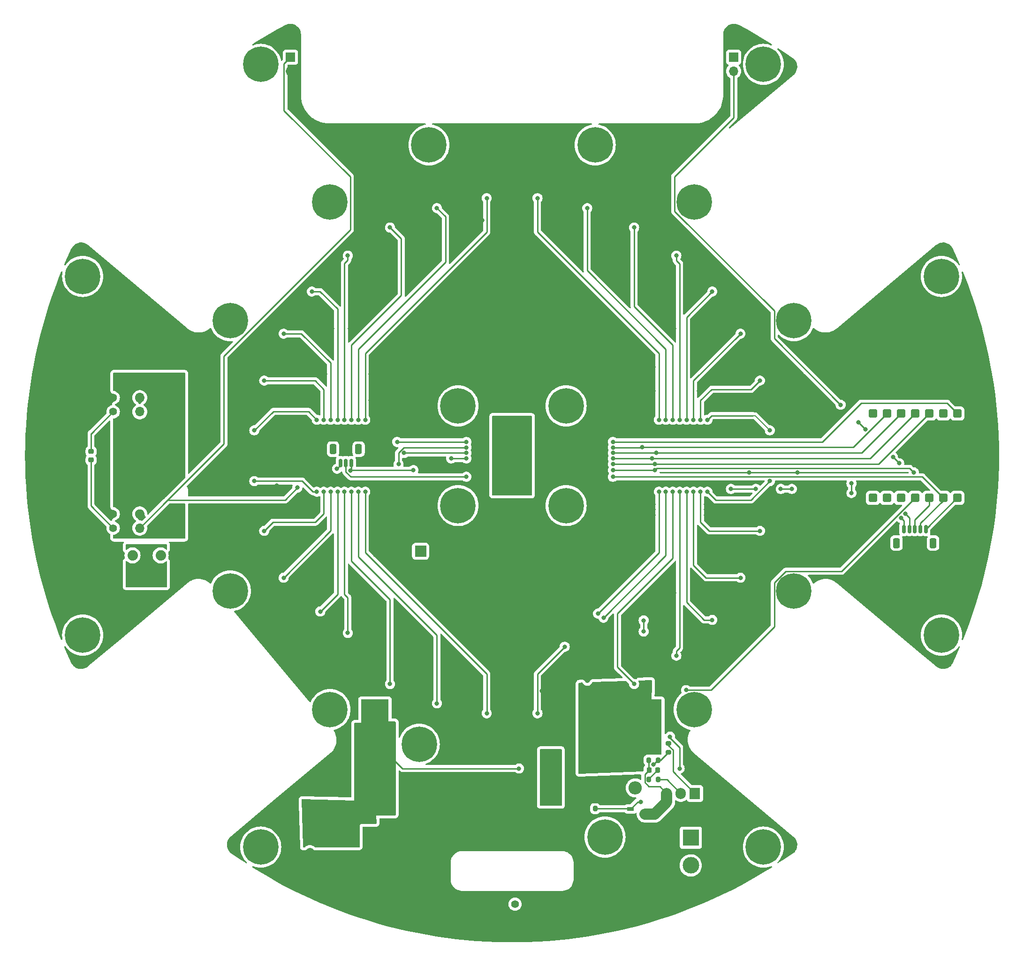
<source format=gtl>
G04 #@! TF.GenerationSoftware,KiCad,Pcbnew,7.0.9*
G04 #@! TF.CreationDate,2023-12-19T12:28:11+08:00*
G04 #@! TF.ProjectId,layer1,6c617965-7231-42e6-9b69-6361645f7063,rev?*
G04 #@! TF.SameCoordinates,Original*
G04 #@! TF.FileFunction,Copper,L1,Top*
G04 #@! TF.FilePolarity,Positive*
%FSLAX46Y46*%
G04 Gerber Fmt 4.6, Leading zero omitted, Abs format (unit mm)*
G04 Created by KiCad (PCBNEW 7.0.9) date 2023-12-19 12:28:11*
%MOMM*%
%LPD*%
G01*
G04 APERTURE LIST*
G04 Aperture macros list*
%AMRoundRect*
0 Rectangle with rounded corners*
0 $1 Rounding radius*
0 $2 $3 $4 $5 $6 $7 $8 $9 X,Y pos of 4 corners*
0 Add a 4 corners polygon primitive as box body*
4,1,4,$2,$3,$4,$5,$6,$7,$8,$9,$2,$3,0*
0 Add four circle primitives for the rounded corners*
1,1,$1+$1,$2,$3*
1,1,$1+$1,$4,$5*
1,1,$1+$1,$6,$7*
1,1,$1+$1,$8,$9*
0 Add four rect primitives between the rounded corners*
20,1,$1+$1,$2,$3,$4,$5,0*
20,1,$1+$1,$4,$5,$6,$7,0*
20,1,$1+$1,$6,$7,$8,$9,0*
20,1,$1+$1,$8,$9,$2,$3,0*%
G04 Aperture macros list end*
G04 #@! TA.AperFunction,ComponentPad*
%ADD10R,2.400000X2.400000*%
G04 #@! TD*
G04 #@! TA.AperFunction,ComponentPad*
%ADD11C,2.400000*%
G04 #@! TD*
G04 #@! TA.AperFunction,SMDPad,CuDef*
%ADD12RoundRect,0.200000X0.200000X0.275000X-0.200000X0.275000X-0.200000X-0.275000X0.200000X-0.275000X0*%
G04 #@! TD*
G04 #@! TA.AperFunction,SMDPad,CuDef*
%ADD13R,5.000000X10.000000*%
G04 #@! TD*
G04 #@! TA.AperFunction,ComponentPad*
%ADD14C,6.400000*%
G04 #@! TD*
G04 #@! TA.AperFunction,ComponentPad*
%ADD15R,2.200000X2.200000*%
G04 #@! TD*
G04 #@! TA.AperFunction,ComponentPad*
%ADD16O,2.200000X2.200000*%
G04 #@! TD*
G04 #@! TA.AperFunction,ComponentPad*
%ADD17R,1.700000X1.700000*%
G04 #@! TD*
G04 #@! TA.AperFunction,ComponentPad*
%ADD18O,1.700000X1.700000*%
G04 #@! TD*
G04 #@! TA.AperFunction,SMDPad,CuDef*
%ADD19R,10.000000X5.000000*%
G04 #@! TD*
G04 #@! TA.AperFunction,SMDPad,CuDef*
%ADD20R,1.220000X0.650000*%
G04 #@! TD*
G04 #@! TA.AperFunction,SMDPad,CuDef*
%ADD21RoundRect,0.225000X0.250000X-0.225000X0.250000X0.225000X-0.250000X0.225000X-0.250000X-0.225000X0*%
G04 #@! TD*
G04 #@! TA.AperFunction,SMDPad,CuDef*
%ADD22RoundRect,0.250000X0.750000X-0.250000X0.750000X0.250000X-0.750000X0.250000X-0.750000X-0.250000X0*%
G04 #@! TD*
G04 #@! TA.AperFunction,ComponentPad*
%ADD23RoundRect,0.150000X0.600000X-0.600000X0.600000X0.600000X-0.600000X0.600000X-0.600000X-0.600000X0*%
G04 #@! TD*
G04 #@! TA.AperFunction,ComponentPad*
%ADD24RoundRect,0.150000X-0.600000X0.600000X-0.600000X-0.600000X0.600000X-0.600000X0.600000X0.600000X0*%
G04 #@! TD*
G04 #@! TA.AperFunction,SMDPad,CuDef*
%ADD25RoundRect,0.150000X-0.150000X-0.625000X0.150000X-0.625000X0.150000X0.625000X-0.150000X0.625000X0*%
G04 #@! TD*
G04 #@! TA.AperFunction,SMDPad,CuDef*
%ADD26RoundRect,0.250000X-0.350000X-0.650000X0.350000X-0.650000X0.350000X0.650000X-0.350000X0.650000X0*%
G04 #@! TD*
G04 #@! TA.AperFunction,SMDPad,CuDef*
%ADD27RoundRect,0.150000X0.150000X0.625000X-0.150000X0.625000X-0.150000X-0.625000X0.150000X-0.625000X0*%
G04 #@! TD*
G04 #@! TA.AperFunction,SMDPad,CuDef*
%ADD28RoundRect,0.250000X0.350000X0.650000X-0.350000X0.650000X-0.350000X-0.650000X0.350000X-0.650000X0*%
G04 #@! TD*
G04 #@! TA.AperFunction,ComponentPad*
%ADD29R,3.000000X3.000000*%
G04 #@! TD*
G04 #@! TA.AperFunction,ComponentPad*
%ADD30C,3.000000*%
G04 #@! TD*
G04 #@! TA.AperFunction,SMDPad,CuDef*
%ADD31RoundRect,0.225000X0.225000X0.250000X-0.225000X0.250000X-0.225000X-0.250000X0.225000X-0.250000X0*%
G04 #@! TD*
G04 #@! TA.AperFunction,SMDPad,CuDef*
%ADD32RoundRect,0.200000X0.275000X-0.200000X0.275000X0.200000X-0.275000X0.200000X-0.275000X-0.200000X0*%
G04 #@! TD*
G04 #@! TA.AperFunction,ComponentPad*
%ADD33R,1.905000X2.000000*%
G04 #@! TD*
G04 #@! TA.AperFunction,ComponentPad*
%ADD34O,1.905000X2.000000*%
G04 #@! TD*
G04 #@! TA.AperFunction,ComponentPad*
%ADD35RoundRect,0.250001X-0.799999X-0.799999X0.799999X-0.799999X0.799999X0.799999X-0.799999X0.799999X0*%
G04 #@! TD*
G04 #@! TA.AperFunction,ComponentPad*
%ADD36O,2.400000X2.400000*%
G04 #@! TD*
G04 #@! TA.AperFunction,ComponentPad*
%ADD37C,1.879600*%
G04 #@! TD*
G04 #@! TA.AperFunction,ComponentPad*
%ADD38C,1.400000*%
G04 #@! TD*
G04 #@! TA.AperFunction,ViaPad*
%ADD39C,0.800000*%
G04 #@! TD*
G04 #@! TA.AperFunction,Conductor*
%ADD40C,0.250000*%
G04 #@! TD*
G04 #@! TA.AperFunction,Conductor*
%ADD41C,2.000000*%
G04 #@! TD*
G04 #@! TA.AperFunction,Conductor*
%ADD42C,0.200000*%
G04 #@! TD*
G04 APERTURE END LIST*
D10*
X119000000Y-148512754D03*
D11*
X119000000Y-141012754D03*
D12*
X120000000Y-168750000D03*
X118350000Y-168750000D03*
X131325000Y-163500000D03*
X129675000Y-163500000D03*
D13*
X129500000Y-177000000D03*
D14*
X150362000Y-34301500D03*
X155865000Y-129405000D03*
X27498500Y-72603700D03*
D15*
X112000000Y-160000000D03*
D16*
X122160000Y-160000000D03*
D14*
X120000000Y-48868500D03*
D17*
X37800000Y-91975000D03*
D18*
X37800000Y-94515000D03*
X37800000Y-97055000D03*
D19*
X39000000Y-105000000D03*
D20*
X126380000Y-168800000D03*
X126380000Y-170700000D03*
X129000000Y-169750000D03*
D14*
X114750000Y-114000000D03*
X137867000Y-150854000D03*
X72133128Y-59145717D03*
D21*
X29000000Y-105775000D03*
X29000000Y-104225000D03*
D14*
X59637900Y-175699000D03*
X88236000Y-157118000D03*
D22*
X111800000Y-169600000D03*
D14*
X54135100Y-129405000D03*
X95250000Y-96000000D03*
X137867000Y-59145700D03*
X182501000Y-72603700D03*
X95250000Y-114000000D03*
X150362000Y-175699000D03*
X121764000Y-173882000D03*
D17*
X37800000Y-112975000D03*
D18*
X37800000Y-115515000D03*
X37800000Y-118055000D03*
D23*
X185370000Y-97380000D03*
X182830000Y-97380000D03*
X180290000Y-97380000D03*
X177750000Y-97380000D03*
X175210000Y-97380000D03*
X172670000Y-97380000D03*
X170130000Y-97380000D03*
D24*
X170130000Y-112620000D03*
X172670000Y-112620000D03*
X175210000Y-112620000D03*
X177750000Y-112620000D03*
X180290000Y-112620000D03*
X182830000Y-112620000D03*
X185370000Y-112620000D03*
D14*
X90000000Y-48868500D03*
D25*
X74000000Y-106325000D03*
X75000000Y-106325000D03*
X76000000Y-106325000D03*
D26*
X72700000Y-103800000D03*
X77300000Y-103800000D03*
D14*
X72133100Y-150854000D03*
D27*
X179700000Y-118250000D03*
X178700000Y-118250000D03*
X177700000Y-118250000D03*
X176700000Y-118250000D03*
X175700000Y-118250000D03*
D28*
X181000000Y-120775000D03*
X174400000Y-120775000D03*
D13*
X129500000Y-154000000D03*
D14*
X54135100Y-80595000D03*
D22*
X39000000Y-127250000D03*
D13*
X80250000Y-154000000D03*
D29*
X137250000Y-174000000D03*
D30*
X137250000Y-179000000D03*
D14*
X59637900Y-34301500D03*
D31*
X131275000Y-161750000D03*
X129725000Y-161750000D03*
D32*
X133250000Y-158575000D03*
X133250000Y-156925000D03*
D29*
X73000000Y-179000000D03*
D30*
X73000000Y-174000000D03*
D33*
X138000000Y-166000000D03*
D34*
X135460000Y-166000000D03*
X132920000Y-166000000D03*
D14*
X182501000Y-137396000D03*
D35*
X88500000Y-122250000D03*
D12*
X131325000Y-160000000D03*
X129675000Y-160000000D03*
D14*
X155865000Y-80595000D03*
D17*
X65000000Y-33000000D03*
D18*
X65000000Y-35540000D03*
D14*
X27498500Y-137396000D03*
D10*
X112000000Y-165000000D03*
D36*
X127240000Y-165000000D03*
D13*
X80500000Y-177000000D03*
D22*
X114800000Y-135600000D03*
D37*
X41572200Y-123000000D03*
X39032200Y-123000000D03*
X36492200Y-123000000D03*
D17*
X145000000Y-33000000D03*
D18*
X145000000Y-35540000D03*
D14*
X114750000Y-96000000D03*
D38*
X33000000Y-97055000D03*
X33000000Y-94515000D03*
X33000000Y-118055000D03*
X33000000Y-115515000D03*
X105540000Y-186000000D03*
X103000000Y-186000000D03*
X68500000Y-174000000D03*
X68500000Y-176540000D03*
D39*
X102000000Y-98400000D03*
X102000000Y-111600000D03*
X105000000Y-98400000D03*
X106000000Y-111600000D03*
X107000000Y-98400000D03*
X107000000Y-111600000D03*
X108000000Y-111600000D03*
X103000000Y-111600000D03*
X128750000Y-136750000D03*
X106000000Y-98400000D03*
X105000000Y-111600000D03*
X128750000Y-134750000D03*
X108000000Y-98400000D03*
X104000000Y-98400000D03*
X104000000Y-111600000D03*
X103000000Y-98400000D03*
X138750000Y-93250000D03*
X127000000Y-125500000D03*
X49000000Y-111800000D03*
X50200000Y-122900000D03*
X52200000Y-121900000D03*
X117500000Y-74000000D03*
X129250000Y-129750000D03*
X51000000Y-114000000D03*
X89500000Y-72000000D03*
X81200000Y-55400000D03*
X132500000Y-82000000D03*
X140000000Y-113750000D03*
X134250000Y-129750000D03*
X113500000Y-67000000D03*
X51200000Y-121900000D03*
X99750000Y-66750000D03*
X71250000Y-90250000D03*
X80250000Y-55400000D03*
X53200000Y-123900000D03*
X130500000Y-115750000D03*
X53200000Y-121900000D03*
X140000000Y-125500000D03*
X130500000Y-113750000D03*
X64356100Y-118588078D03*
X142212036Y-83743781D03*
X137500000Y-82000000D03*
X125500000Y-82000000D03*
X156500000Y-108000000D03*
X81200000Y-56400000D03*
X80250000Y-54400000D03*
X87000000Y-134750000D03*
X50200000Y-123900000D03*
X76000000Y-127000000D03*
X122750000Y-129750000D03*
X93717533Y-146343300D03*
X72250000Y-127000000D03*
X83743781Y-67787963D03*
X81200000Y-54400000D03*
X81750000Y-135250000D03*
X140000000Y-114750000D03*
X146343300Y-116282467D03*
X50000000Y-111800000D03*
X110397756Y-147513842D03*
X145643900Y-91411921D03*
X137500000Y-89000000D03*
X118588079Y-145643900D03*
X72649865Y-133107495D03*
X52200000Y-123900000D03*
X143347800Y-124131355D03*
X77500000Y-82000000D03*
X51000000Y-111800000D03*
X84500000Y-82000000D03*
X79500000Y-95000000D03*
X94500000Y-72000000D03*
X72500000Y-82000000D03*
X130500000Y-114750000D03*
X63656700Y-93717533D03*
X110500000Y-67000000D03*
X80250000Y-56400000D03*
X122500000Y-74000000D03*
X92250000Y-134750000D03*
X147750000Y-108000000D03*
X76892505Y-72649865D03*
X51200000Y-122900000D03*
X62250000Y-102000000D03*
X108000000Y-62250000D03*
X52200000Y-122900000D03*
X86500000Y-129000000D03*
X102000000Y-147750000D03*
X62486158Y-110397756D03*
X85868645Y-143347800D03*
X137500000Y-129750000D03*
X79500000Y-90250000D03*
X50000000Y-114000000D03*
X133107495Y-137350135D03*
X126256219Y-142212036D03*
X53200000Y-122900000D03*
X138878615Y-131245036D03*
X130500000Y-89000000D03*
X147513842Y-99602244D03*
X91411921Y-64356100D03*
X79250000Y-129000000D03*
X70000000Y-95000000D03*
X67787963Y-126256219D03*
X49000000Y-114000000D03*
X96750000Y-66750000D03*
X84250000Y-135250000D03*
X131245036Y-71121385D03*
X78754964Y-138878616D03*
X137350135Y-76892505D03*
X99602245Y-62486158D03*
X75750000Y-82000000D03*
X66652200Y-85868645D03*
X31750000Y-105000000D03*
X50200000Y-121900000D03*
X130500000Y-93250000D03*
X134250000Y-82000000D03*
X71121384Y-78754964D03*
X124131355Y-66652200D03*
X51200000Y-123900000D03*
X140000000Y-115750000D03*
X116282467Y-63656700D03*
X66232773Y-110767227D03*
X87200000Y-107600000D03*
X123200000Y-107600000D03*
X75808932Y-107682570D03*
X177500000Y-108000000D03*
X130800000Y-107600000D03*
X73400000Y-107333674D03*
X84250000Y-102500000D03*
X123200500Y-102500000D03*
X96750000Y-102500000D03*
X155500000Y-111000000D03*
X153500000Y-111000000D03*
X149000000Y-111000000D03*
X144500000Y-111000000D03*
X123204711Y-106503007D03*
X130750000Y-106500000D03*
X130250000Y-105500000D03*
X96750000Y-105500000D03*
X123200500Y-105499006D03*
X94000000Y-105500000D03*
X96750000Y-103500000D03*
X123200500Y-103500000D03*
X128500000Y-103487701D03*
X84500000Y-106500000D03*
X96750000Y-104500000D03*
X85500000Y-104500000D03*
X131000000Y-104500000D03*
X123200500Y-104499503D03*
X135250000Y-161500000D03*
X128250000Y-167500000D03*
X133500000Y-155750000D03*
X136406897Y-147329000D03*
X175250000Y-116250000D03*
X166250000Y-111750000D03*
X166250000Y-110000000D03*
X176000000Y-115500000D03*
X78500000Y-98500000D03*
X100417699Y-58475114D03*
X91429191Y-60263039D03*
X77250000Y-98500000D03*
X82962203Y-63770181D03*
X76000000Y-98500000D03*
X74750000Y-98500000D03*
X75342114Y-68861761D03*
X106250000Y-161500000D03*
X130512356Y-160760058D03*
X73500000Y-98500000D03*
X68861761Y-75342114D03*
X63770181Y-82962203D03*
X72250000Y-98500000D03*
X71000000Y-98500000D03*
X60263039Y-91429191D03*
X69750000Y-98500000D03*
X58475114Y-100417699D03*
X58475114Y-109582301D03*
X69750000Y-111500000D03*
X71000000Y-111500000D03*
X60263039Y-118570809D03*
X72250000Y-111500000D03*
X63770181Y-127037797D03*
X73500000Y-111500000D03*
X70384823Y-133134823D03*
X74750000Y-111500000D03*
X75342114Y-137000000D03*
X82962203Y-146229819D03*
X76000000Y-111500000D03*
X91429191Y-149736961D03*
X77250000Y-111500000D03*
X100417699Y-151524886D03*
X78500000Y-111500000D03*
X114500000Y-139500000D03*
X109582301Y-151524886D03*
X120500000Y-133500000D03*
X131500000Y-111500000D03*
X121500000Y-134250000D03*
X132750000Y-111500000D03*
X134000000Y-111500000D03*
X127037797Y-146229819D03*
X135250000Y-111500000D03*
X134657886Y-141138239D03*
X136500000Y-111500000D03*
X141138239Y-134657886D03*
X137750000Y-111500000D03*
X146229819Y-127037797D03*
X149736961Y-118570809D03*
X139000000Y-111500000D03*
X140250000Y-111500000D03*
X151524886Y-109582301D03*
X151524886Y-100417699D03*
X140250000Y-98500000D03*
X139000000Y-98500000D03*
X149736961Y-91429191D03*
X146229819Y-82962203D03*
X137750000Y-98500000D03*
X141138239Y-75342114D03*
X136500000Y-98500000D03*
X135250000Y-98500000D03*
X134657886Y-68861761D03*
X127037797Y-63770181D03*
X134000000Y-98500000D03*
X118570809Y-60263039D03*
X132750000Y-98500000D03*
X131500000Y-98500000D03*
X109582301Y-58475114D03*
X164300000Y-95800000D03*
X173750000Y-105250000D03*
X167487701Y-98987701D03*
X174867299Y-106367299D03*
X168762700Y-100262700D03*
X123200000Y-108800000D03*
X96750000Y-108800000D03*
D40*
X128750000Y-134750000D02*
X128750000Y-136750000D01*
X42552500Y-113302500D02*
X53000000Y-102855000D01*
X53000000Y-87000000D02*
X75800000Y-64200000D01*
X75891502Y-107600000D02*
X87200000Y-107600000D01*
X180290000Y-113960000D02*
X177700000Y-116550000D01*
X66232773Y-110767227D02*
X64025000Y-112975000D01*
X130800000Y-107600000D02*
X123200000Y-107600000D01*
X75800000Y-64200000D02*
X75800000Y-54600000D01*
X180290000Y-112620000D02*
X180290000Y-113960000D01*
X63825000Y-34175000D02*
X65000000Y-33000000D01*
X53000000Y-102855000D02*
X53000000Y-87000000D01*
X75808932Y-107682570D02*
X75891502Y-107600000D01*
X130800000Y-107600000D02*
X131125000Y-107275000D01*
X76000000Y-107491502D02*
X75808932Y-107682570D01*
X176775000Y-107275000D02*
X177500000Y-108000000D01*
X75800000Y-54600000D02*
X63825000Y-42625000D01*
X177700000Y-116550000D02*
X177700000Y-118250000D01*
X131125000Y-107275000D02*
X176775000Y-107275000D01*
X42880000Y-112975000D02*
X43000000Y-112975000D01*
X76000000Y-106325000D02*
X76000000Y-107491502D01*
X63825000Y-42625000D02*
X63825000Y-34175000D01*
X29000000Y-114055000D02*
X33000000Y-118055000D01*
X42552500Y-113302500D02*
X42880000Y-112975000D01*
X64025000Y-112975000D02*
X43000000Y-112975000D01*
X37800000Y-118055000D02*
X42552500Y-113302500D01*
X29000000Y-105775000D02*
X29000000Y-114055000D01*
X73400000Y-107333674D02*
X74000000Y-106733674D01*
X74000000Y-106733674D02*
X74000000Y-106325000D01*
X168000000Y-95500000D02*
X161000000Y-102500000D01*
X185370000Y-97380000D02*
X183490000Y-95500000D01*
X84250000Y-102500000D02*
X96750000Y-102500000D01*
X123200500Y-102500000D02*
X161000000Y-102500000D01*
X183490000Y-95500000D02*
X168000000Y-95500000D01*
X149000000Y-111000000D02*
X144500000Y-111000000D01*
X153500000Y-111000000D02*
X155500000Y-111000000D01*
X123207718Y-106500000D02*
X171170000Y-106500000D01*
X171170000Y-106500000D02*
X180290000Y-97380000D01*
X123204711Y-106503007D02*
X123207718Y-106500000D01*
X96750000Y-105500000D02*
X94000000Y-105500000D01*
X130250000Y-105500000D02*
X123201494Y-105500000D01*
X130250000Y-105500000D02*
X169630000Y-105500000D01*
X169630000Y-105500000D02*
X177750000Y-97380000D01*
X123201494Y-105500000D02*
X123200500Y-105499006D01*
X128500000Y-103487701D02*
X166562299Y-103487701D01*
X84500000Y-106500000D02*
X84500000Y-104474695D01*
X84500000Y-104474695D02*
X85474695Y-103500000D01*
X166562299Y-103487701D02*
X172670000Y-97380000D01*
X128487701Y-103500000D02*
X123200500Y-103500000D01*
X85474695Y-103500000D02*
X96750000Y-103500000D01*
X128500000Y-103487701D02*
X128487701Y-103500000D01*
X131000000Y-104500000D02*
X123200997Y-104500000D01*
X131000000Y-104500000D02*
X168000000Y-104500000D01*
X123200997Y-104500000D02*
X123200500Y-104499503D01*
X85500000Y-104500000D02*
X96750000Y-104500000D01*
X168090000Y-104500000D02*
X175210000Y-97380000D01*
X168000000Y-104500000D02*
X168090000Y-104500000D01*
X133500000Y-155951996D02*
X135250000Y-157701996D01*
X133500000Y-155750000D02*
X133500000Y-155951996D01*
X120000000Y-168750000D02*
X126330000Y-168750000D01*
X135250000Y-157701996D02*
X135250000Y-161500000D01*
X154404897Y-125880000D02*
X164490000Y-125880000D01*
X164490000Y-125880000D02*
X177750000Y-112620000D01*
X127680000Y-167500000D02*
X126380000Y-168800000D01*
X140921000Y-147329000D02*
X136406897Y-147329000D01*
X154404897Y-125880000D02*
X152340000Y-127944897D01*
X126330000Y-168750000D02*
X126380000Y-168800000D01*
X152340000Y-135910000D02*
X140921000Y-147329000D01*
X152340000Y-127944897D02*
X152340000Y-135910000D01*
X128250000Y-167500000D02*
X127680000Y-167500000D01*
D41*
X129000000Y-169750000D02*
X130750000Y-169750000D01*
D40*
X128950000Y-163998004D02*
X129701996Y-164750000D01*
D41*
X132920000Y-167580000D02*
X132920000Y-166000000D01*
D40*
X129701996Y-164750000D02*
X131670000Y-164750000D01*
X131670000Y-164750000D02*
X132920000Y-166000000D01*
X129675000Y-160000000D02*
X129675000Y-161700000D01*
X129675000Y-161700000D02*
X129725000Y-161750000D01*
D41*
X130750000Y-169750000D02*
X132920000Y-167580000D01*
D40*
X129725000Y-161750000D02*
X128950000Y-162525000D01*
X128950000Y-162525000D02*
X128950000Y-163998004D01*
X131325000Y-163500000D02*
X132960000Y-163500000D01*
X132960000Y-163500000D02*
X135460000Y-166000000D01*
X129675000Y-163500000D02*
X129675000Y-163350000D01*
X129675000Y-163350000D02*
X131275000Y-161750000D01*
X175700000Y-116700000D02*
X175250000Y-116250000D01*
X166250000Y-111750000D02*
X166250000Y-110000000D01*
X175700000Y-118250000D02*
X175700000Y-116700000D01*
X176700000Y-116200000D02*
X176700000Y-118250000D01*
X176000000Y-115500000D02*
X176700000Y-116200000D01*
X78500000Y-86500000D02*
X99500000Y-65500000D01*
X78500000Y-98500000D02*
X78500000Y-86500000D01*
X100000000Y-65000000D02*
X99500000Y-65500000D01*
D42*
X100417699Y-64582301D02*
X100000000Y-65000000D01*
D40*
X100417699Y-64582301D02*
X100417699Y-58475114D01*
X99500000Y-65500000D02*
X100417699Y-64582301D01*
X93000000Y-61833848D02*
X91429191Y-60263039D01*
X77250000Y-85750000D02*
X93000000Y-70000000D01*
X93000000Y-70000000D02*
X93000000Y-61833848D01*
X77250000Y-98500000D02*
X77250000Y-85750000D01*
X76000000Y-85000000D02*
X85000000Y-76000000D01*
X85000000Y-65807978D02*
X82962203Y-63770181D01*
X85000000Y-76000000D02*
X85000000Y-65807978D01*
X76000000Y-98500000D02*
X76000000Y-85000000D01*
X75342114Y-69657886D02*
X75342114Y-68861761D01*
X74750000Y-70250000D02*
X75342114Y-69657886D01*
X74750000Y-98500000D02*
X74750000Y-70250000D01*
X85250000Y-161500000D02*
X106250000Y-161500000D01*
X133250000Y-158575000D02*
X131825000Y-160000000D01*
X80250000Y-154000000D02*
X80250000Y-156500000D01*
X80250000Y-156500000D02*
X85250000Y-161500000D01*
X131325000Y-160000000D02*
X131272414Y-160000000D01*
X131272414Y-160000000D02*
X130512356Y-160760058D01*
X131825000Y-160000000D02*
X131325000Y-160000000D01*
X70342114Y-75342114D02*
X73500000Y-78500000D01*
X70342114Y-75342114D02*
X68861761Y-75342114D01*
X73500000Y-98500000D02*
X73500000Y-78500000D01*
X72250000Y-98500000D02*
X72250000Y-88250000D01*
X66962203Y-82962203D02*
X63770181Y-82962203D01*
X72250000Y-88250000D02*
X66962203Y-82962203D01*
X71000000Y-98500000D02*
X71000000Y-93000000D01*
X71000000Y-93000000D02*
X69429191Y-91429191D01*
X69429191Y-91429191D02*
X60263039Y-91429191D01*
X61892813Y-97000000D02*
X58475114Y-100417699D01*
X68250000Y-97000000D02*
X61892813Y-97000000D01*
X69750000Y-98500000D02*
X68250000Y-97000000D01*
X69750000Y-111500000D02*
X69049903Y-111500000D01*
X69049903Y-111500000D02*
X67132204Y-109582301D01*
X67132204Y-109582301D02*
X58475114Y-109582301D01*
X69500000Y-117000000D02*
X61833848Y-117000000D01*
X71000000Y-111500000D02*
X71000000Y-115500000D01*
X71000000Y-115500000D02*
X69500000Y-117000000D01*
X61833848Y-117000000D02*
X60263039Y-118570809D01*
X72250000Y-118557978D02*
X63770181Y-127037797D01*
X72250000Y-111500000D02*
X72250000Y-118557978D01*
X70384823Y-133134823D02*
X73500000Y-130019646D01*
X73500000Y-130019646D02*
X73500000Y-111500000D01*
X75342114Y-137000000D02*
X75342114Y-130592114D01*
X75342114Y-130592114D02*
X74750000Y-130000000D01*
X74750000Y-130000000D02*
X74750000Y-111500000D01*
X76000000Y-124000000D02*
X76000000Y-111500000D01*
X76000000Y-124000000D02*
X82962203Y-130962203D01*
X82962203Y-130962203D02*
X82962203Y-146229819D01*
D42*
X91429191Y-137429191D02*
X90500000Y-136500000D01*
D40*
X77250000Y-111500000D02*
X77250000Y-123250000D01*
X77250000Y-123250000D02*
X90000000Y-136000000D01*
X91429191Y-137429191D02*
X91429191Y-149736961D01*
X90000000Y-136000000D02*
X90500000Y-136500000D01*
X90000000Y-136000000D02*
X91429191Y-137429191D01*
X78500000Y-122500000D02*
X100417699Y-144417699D01*
X78500000Y-111500000D02*
X78500000Y-122500000D01*
X100417699Y-144417699D02*
X100417699Y-151524886D01*
X131500000Y-122500000D02*
X131500000Y-111500000D01*
X114500000Y-139500000D02*
X109582301Y-144417699D01*
X120500000Y-133500000D02*
X131500000Y-122500000D01*
X109582301Y-144417699D02*
X109582301Y-151524886D01*
X132750000Y-123000000D02*
X132750000Y-111500000D01*
X121500000Y-134250000D02*
X132750000Y-123000000D01*
X134000000Y-111500000D02*
X134000000Y-123500000D01*
X134000000Y-123500000D02*
X124000000Y-133500000D01*
X124000000Y-133500000D02*
X124000000Y-143192022D01*
X124000000Y-143192022D02*
X127037797Y-146229819D01*
X134657886Y-140240176D02*
X134657886Y-141138239D01*
X135250000Y-111500000D02*
X135250000Y-139648062D01*
X135250000Y-139648062D02*
X134657886Y-140240176D01*
X136500000Y-111500000D02*
X136500000Y-131500000D01*
X139657886Y-134657886D02*
X141138239Y-134657886D01*
X136500000Y-131500000D02*
X139657886Y-134657886D01*
X140037797Y-127037797D02*
X146229819Y-127037797D01*
X137750000Y-124750000D02*
X140037797Y-127037797D01*
X137750000Y-111500000D02*
X137750000Y-124750000D01*
X139000000Y-117000000D02*
X140570809Y-118570809D01*
X139000000Y-111500000D02*
X139000000Y-117000000D01*
X140570809Y-118570809D02*
X149736961Y-118570809D01*
X140250000Y-111500000D02*
X141750000Y-113000000D01*
X148107187Y-113000000D02*
X151524886Y-109582301D01*
X141750000Y-113000000D02*
X148107187Y-113000000D01*
X141000000Y-97750000D02*
X148500000Y-97750000D01*
D42*
X151524886Y-100417699D02*
X148857187Y-97750000D01*
D40*
X140250000Y-98500000D02*
X141000000Y-97750000D01*
D42*
X148857187Y-97750000D02*
X148500000Y-97750000D01*
D40*
X141000000Y-93000000D02*
X148166152Y-93000000D01*
X139000000Y-98500000D02*
X139000000Y-95000000D01*
X139000000Y-95000000D02*
X141000000Y-93000000D01*
X148166152Y-93000000D02*
X149736961Y-91429191D01*
X137750000Y-98500000D02*
X137750000Y-91442022D01*
X137750000Y-91442022D02*
X146229819Y-82962203D01*
X136500000Y-98500000D02*
X136500000Y-79980353D01*
X136500000Y-79980353D02*
X141138239Y-75342114D01*
X135250000Y-98500000D02*
X135250000Y-70351938D01*
X134657886Y-69759824D02*
X134657886Y-68861761D01*
X135250000Y-70351938D02*
X134657886Y-69759824D01*
X134000000Y-98500000D02*
X134000000Y-85000000D01*
X127037797Y-78037797D02*
X127037797Y-63770181D01*
X134000000Y-85000000D02*
X127037797Y-78037797D01*
X132750000Y-85750000D02*
X118570809Y-71570809D01*
X132750000Y-98500000D02*
X132750000Y-85750000D01*
X118570809Y-71570809D02*
X118570809Y-60263039D01*
X109582301Y-58475114D02*
X109582301Y-64582301D01*
X131500000Y-86500000D02*
X131500000Y-98500000D01*
X109582301Y-64582301D02*
X131500000Y-86500000D01*
X133250000Y-156925000D02*
X133250000Y-157351996D01*
X133250000Y-157351996D02*
X134050000Y-158151996D01*
X134050000Y-158151996D02*
X134050000Y-162050000D01*
X134050000Y-162050000D02*
X138000000Y-166000000D01*
X185330000Y-112620000D02*
X185370000Y-112620000D01*
X179700000Y-118250000D02*
X185330000Y-112620000D01*
X152340000Y-78840000D02*
X152340000Y-83840000D01*
X167487701Y-98987701D02*
X168762700Y-100262700D01*
X174867299Y-106367299D02*
X173750000Y-105250000D01*
X134342000Y-60842000D02*
X152340000Y-78840000D01*
X152340000Y-83840000D02*
X164300000Y-95800000D01*
X145000000Y-35540000D02*
X145000000Y-43900205D01*
X145000000Y-43900205D02*
X134342000Y-54558205D01*
X134342000Y-54558205D02*
X134342000Y-60842000D01*
X29000000Y-104225000D02*
X29000000Y-101000000D01*
X29055000Y-101000000D02*
X33000000Y-97055000D01*
X29000000Y-101000000D02*
X29055000Y-101000000D01*
X179010000Y-108800000D02*
X179000000Y-108800000D01*
X182830000Y-112620000D02*
X179010000Y-108800000D01*
X75901057Y-108800000D02*
X96750000Y-108800000D01*
X182830000Y-113070000D02*
X178700000Y-117200000D01*
X182830000Y-112620000D02*
X182830000Y-113070000D01*
X75000000Y-106325000D02*
X75000000Y-107898943D01*
X75000000Y-107898943D02*
X75901057Y-108800000D01*
X123200000Y-108800000D02*
X179000000Y-108800000D01*
X178700000Y-117200000D02*
X178700000Y-118250000D01*
G04 #@! TA.AperFunction,Conductor*
G36*
X83939527Y-153021711D02*
G01*
X83987016Y-153072961D01*
X84000000Y-153128202D01*
X84000000Y-169876000D01*
X83980315Y-169943039D01*
X83927511Y-169988794D01*
X83876000Y-170000000D01*
X80500000Y-170000000D01*
X80559222Y-171362114D01*
X80542468Y-171429945D01*
X80491701Y-171477950D01*
X80435339Y-171491500D01*
X77951345Y-171491500D01*
X77890797Y-171498011D01*
X77890795Y-171498011D01*
X77753795Y-171549111D01*
X77636739Y-171636739D01*
X77549111Y-171753795D01*
X77498011Y-171890795D01*
X77498011Y-171890797D01*
X77491500Y-171951345D01*
X77491500Y-175626000D01*
X77471815Y-175693039D01*
X77419011Y-175738794D01*
X77367500Y-175750000D01*
X69470439Y-175750000D01*
X69403400Y-175730315D01*
X69382762Y-175713685D01*
X69279776Y-175610699D01*
X69279775Y-175610698D01*
X69279774Y-175610697D01*
X69106558Y-175489411D01*
X69106556Y-175489410D01*
X69085071Y-175479391D01*
X68914910Y-175400044D01*
X68914906Y-175400043D01*
X68914902Y-175400041D01*
X68710660Y-175345315D01*
X68710656Y-175345314D01*
X68710655Y-175345314D01*
X68710654Y-175345313D01*
X68710649Y-175345313D01*
X68500002Y-175326884D01*
X68499998Y-175326884D01*
X68289350Y-175345313D01*
X68289339Y-175345315D01*
X68085097Y-175400041D01*
X68085088Y-175400045D01*
X67893443Y-175489410D01*
X67893441Y-175489411D01*
X67720225Y-175610697D01*
X67668734Y-175662189D01*
X67617240Y-175713682D01*
X67555920Y-175747166D01*
X67529561Y-175750000D01*
X67370507Y-175750000D01*
X67303468Y-175730315D01*
X67257713Y-175677511D01*
X67246558Y-175629541D01*
X67242554Y-175489411D01*
X67003741Y-167130943D01*
X67021502Y-167063370D01*
X67072978Y-167016126D01*
X67130951Y-167003446D01*
X76500000Y-167250000D01*
X76500000Y-167249999D01*
X76500000Y-153369935D01*
X76519685Y-153302896D01*
X76572489Y-153257141D01*
X76619867Y-153246004D01*
X83871869Y-153004271D01*
X83939527Y-153021711D01*
G37*
G04 #@! TD.AperFunction*
G04 #@! TA.AperFunction,Conductor*
G36*
X113942121Y-158020002D02*
G01*
X113988614Y-158073658D01*
X114000000Y-158126000D01*
X114000000Y-168124000D01*
X113979998Y-168192121D01*
X113926342Y-168238614D01*
X113874000Y-168250000D01*
X110126000Y-168250000D01*
X110057879Y-168229998D01*
X110011386Y-168176342D01*
X110000000Y-168124000D01*
X110000000Y-158126000D01*
X110020002Y-158057879D01*
X110073658Y-158011386D01*
X110126000Y-158000000D01*
X113874000Y-158000000D01*
X113942121Y-158020002D01*
G37*
G04 #@! TD.AperFunction*
G04 #@! TA.AperFunction,Conductor*
G36*
X42693039Y-121019685D02*
G01*
X42738794Y-121072489D01*
X42750000Y-121124000D01*
X42750000Y-121827784D01*
X42730315Y-121894823D01*
X42677511Y-121940578D01*
X42608353Y-121950522D01*
X42549838Y-121925637D01*
X42367068Y-121783381D01*
X42367057Y-121783374D01*
X42155975Y-121669143D01*
X42155972Y-121669142D01*
X42155969Y-121669140D01*
X42155963Y-121669138D01*
X42155961Y-121669137D01*
X41928957Y-121591205D01*
X41692210Y-121551700D01*
X41452190Y-121551700D01*
X41215442Y-121591205D01*
X40988438Y-121669137D01*
X40988424Y-121669143D01*
X40777342Y-121783374D01*
X40777337Y-121783377D01*
X40587933Y-121930797D01*
X40425372Y-122107385D01*
X40425369Y-122107389D01*
X40294092Y-122308321D01*
X40197677Y-122528127D01*
X40138756Y-122760804D01*
X40118936Y-122999994D01*
X40118936Y-123000005D01*
X40138756Y-123239195D01*
X40197677Y-123471872D01*
X40294092Y-123691678D01*
X40425369Y-123892610D01*
X40425371Y-123892613D01*
X40587931Y-124069201D01*
X40777340Y-124216624D01*
X40988431Y-124330860D01*
X41215445Y-124408795D01*
X41452190Y-124448300D01*
X41692210Y-124448300D01*
X41928955Y-124408795D01*
X42155969Y-124330860D01*
X42367060Y-124216624D01*
X42549839Y-124074361D01*
X42614831Y-124048719D01*
X42683371Y-124062285D01*
X42733696Y-124110753D01*
X42750000Y-124172215D01*
X42750000Y-128626000D01*
X42730315Y-128693039D01*
X42677511Y-128738794D01*
X42626000Y-128750000D01*
X35374000Y-128750000D01*
X35306961Y-128730315D01*
X35261206Y-128677511D01*
X35250000Y-128626000D01*
X35250000Y-124106797D01*
X35269685Y-124039758D01*
X35322489Y-123994003D01*
X35391647Y-123984059D01*
X35455203Y-124013084D01*
X35465228Y-124022813D01*
X35507931Y-124069201D01*
X35697340Y-124216624D01*
X35908431Y-124330860D01*
X36135445Y-124408795D01*
X36372190Y-124448300D01*
X36612210Y-124448300D01*
X36848955Y-124408795D01*
X37075969Y-124330860D01*
X37287060Y-124216624D01*
X37476469Y-124069201D01*
X37639029Y-123892613D01*
X37770308Y-123691677D01*
X37866722Y-123471874D01*
X37925643Y-123239199D01*
X37945464Y-123000000D01*
X37925643Y-122760801D01*
X37866722Y-122528126D01*
X37770308Y-122308323D01*
X37639029Y-122107387D01*
X37476469Y-121930799D01*
X37405307Y-121875411D01*
X37287062Y-121783377D01*
X37287057Y-121783374D01*
X37075975Y-121669143D01*
X37075972Y-121669142D01*
X37075969Y-121669140D01*
X37075963Y-121669138D01*
X37075961Y-121669137D01*
X36848957Y-121591205D01*
X36612210Y-121551700D01*
X36372190Y-121551700D01*
X36135442Y-121591205D01*
X35908438Y-121669137D01*
X35908424Y-121669143D01*
X35697342Y-121783374D01*
X35697337Y-121783377D01*
X35507932Y-121930798D01*
X35507927Y-121930802D01*
X35465229Y-121977185D01*
X35405342Y-122013176D01*
X35335504Y-122011075D01*
X35277888Y-121971551D01*
X35250787Y-121907151D01*
X35250000Y-121893202D01*
X35250000Y-121124000D01*
X35269685Y-121056961D01*
X35322489Y-121011206D01*
X35374000Y-121000000D01*
X42626000Y-121000000D01*
X42693039Y-121019685D01*
G37*
G04 #@! TD.AperFunction*
G04 #@! TA.AperFunction,Conductor*
G36*
X130187091Y-145522072D02*
G01*
X130234805Y-145573113D01*
X130248019Y-145630720D01*
X130047054Y-158894379D01*
X130026356Y-158961112D01*
X129972865Y-159006062D01*
X129923068Y-159016500D01*
X129417727Y-159016500D01*
X129346354Y-159022985D01*
X129346344Y-159022988D01*
X129182090Y-159074171D01*
X129034841Y-159163186D01*
X128913186Y-159284841D01*
X128824173Y-159432086D01*
X128772986Y-159596354D01*
X128766500Y-159667737D01*
X128766500Y-160332272D01*
X128772985Y-160403645D01*
X128772988Y-160403655D01*
X128824171Y-160567909D01*
X128913186Y-160715158D01*
X128992670Y-160794642D01*
X129026155Y-160855965D01*
X129021171Y-160925657D01*
X128992671Y-160970004D01*
X128920712Y-161041963D01*
X128830702Y-161187890D01*
X128830697Y-161187901D01*
X128776764Y-161350663D01*
X128766500Y-161451120D01*
X128766500Y-161761233D01*
X128746815Y-161828272D01*
X128730185Y-161848909D01*
X128561183Y-162017912D01*
X128548796Y-162027836D01*
X128548970Y-162028046D01*
X128546088Y-162030429D01*
X128544953Y-162030915D01*
X128539960Y-162034917D01*
X128536411Y-162037170D01*
X128535119Y-162035135D01*
X128481879Y-162057979D01*
X128471837Y-162058774D01*
X117128766Y-162495047D01*
X117061019Y-162477954D01*
X117013269Y-162426947D01*
X117000000Y-162371139D01*
X117000000Y-146119409D01*
X117019685Y-146052370D01*
X117072489Y-146006615D01*
X117119322Y-145995497D01*
X117654065Y-145975318D01*
X117721794Y-145992460D01*
X117766122Y-146037228D01*
X117849039Y-146180844D01*
X117976826Y-146322766D01*
X118131327Y-146435018D01*
X118305791Y-146512694D01*
X118492592Y-146552400D01*
X118683566Y-146552400D01*
X118870367Y-146512694D01*
X119044831Y-146435018D01*
X119199332Y-146322766D01*
X119327119Y-146180844D01*
X119422606Y-146015456D01*
X119431012Y-145989583D01*
X119470447Y-145931910D01*
X119534805Y-145904710D01*
X119544242Y-145903990D01*
X125533917Y-145677965D01*
X125601646Y-145695107D01*
X125626269Y-145714195D01*
X126091175Y-146179101D01*
X126124660Y-146240424D01*
X126126815Y-146253820D01*
X126134062Y-146322764D01*
X126144255Y-146419747D01*
X126144256Y-146419750D01*
X126203267Y-146601368D01*
X126203270Y-146601375D01*
X126298757Y-146766763D01*
X126426544Y-146908685D01*
X126581045Y-147020937D01*
X126755509Y-147098613D01*
X126942310Y-147138319D01*
X127133284Y-147138319D01*
X127320085Y-147098613D01*
X127494549Y-147020937D01*
X127649050Y-146908685D01*
X127776837Y-146766763D01*
X127872324Y-146601375D01*
X127931339Y-146419747D01*
X127951301Y-146229819D01*
X127931339Y-146039891D01*
X127872324Y-145858263D01*
X127823445Y-145773603D01*
X127806973Y-145705704D01*
X127829826Y-145639677D01*
X127884747Y-145596486D01*
X127926155Y-145587692D01*
X130119360Y-145504929D01*
X130187091Y-145522072D01*
G37*
G04 #@! TD.AperFunction*
G04 #@! TA.AperFunction,Conductor*
G36*
X108542121Y-97820002D02*
G01*
X108588614Y-97873658D01*
X108600000Y-97926000D01*
X108600000Y-112074000D01*
X108579998Y-112142121D01*
X108526342Y-112188614D01*
X108474000Y-112200000D01*
X101526000Y-112200000D01*
X101457879Y-112179998D01*
X101411386Y-112126342D01*
X101400000Y-112074000D01*
X101400000Y-97926000D01*
X101420002Y-97857879D01*
X101473658Y-97811386D01*
X101526000Y-97800000D01*
X108474000Y-97800000D01*
X108542121Y-97820002D01*
G37*
G04 #@! TD.AperFunction*
G04 #@! TA.AperFunction,Conductor*
G36*
X45943039Y-90019685D02*
G01*
X45988794Y-90072489D01*
X46000000Y-90124000D01*
X46000000Y-108907732D01*
X45980315Y-108974771D01*
X45963681Y-108995413D01*
X42474199Y-112484894D01*
X42459407Y-112497529D01*
X42442892Y-112509528D01*
X42412795Y-112545908D01*
X42408864Y-112550229D01*
X42340920Y-112618173D01*
X42273984Y-112685111D01*
X42103745Y-112855350D01*
X42076361Y-112882734D01*
X39373819Y-115585274D01*
X39312496Y-115618759D01*
X39242804Y-115613775D01*
X39186871Y-115571903D01*
X39162562Y-115507833D01*
X39144565Y-115290639D01*
X39144563Y-115290628D01*
X39096312Y-115100090D01*
X39089296Y-115072384D01*
X38998860Y-114866209D01*
X38875722Y-114677732D01*
X38875719Y-114677729D01*
X38875715Y-114677723D01*
X38723243Y-114512097D01*
X38723238Y-114512092D01*
X38545577Y-114373812D01*
X38545572Y-114373808D01*
X38347580Y-114266661D01*
X38347577Y-114266659D01*
X38347574Y-114266658D01*
X38347571Y-114266657D01*
X38347569Y-114266656D01*
X38134637Y-114193556D01*
X37912569Y-114156500D01*
X37687431Y-114156500D01*
X37465362Y-114193556D01*
X37252430Y-114266656D01*
X37252419Y-114266661D01*
X37054427Y-114373808D01*
X37054422Y-114373812D01*
X36876761Y-114512092D01*
X36876756Y-114512097D01*
X36724284Y-114677723D01*
X36724276Y-114677734D01*
X36601140Y-114866207D01*
X36510703Y-115072385D01*
X36455436Y-115290628D01*
X36455434Y-115290640D01*
X36436844Y-115514994D01*
X36436844Y-115515005D01*
X36455434Y-115739359D01*
X36455436Y-115739371D01*
X36510703Y-115957614D01*
X36601140Y-116163792D01*
X36724276Y-116352265D01*
X36724284Y-116352276D01*
X36876756Y-116517902D01*
X36876760Y-116517906D01*
X37054424Y-116656189D01*
X37054429Y-116656191D01*
X37054431Y-116656193D01*
X37090930Y-116675946D01*
X37140520Y-116725165D01*
X37155628Y-116793382D01*
X37131457Y-116858937D01*
X37090930Y-116894054D01*
X37054431Y-116913806D01*
X37054422Y-116913812D01*
X36876761Y-117052092D01*
X36876756Y-117052097D01*
X36724284Y-117217723D01*
X36724276Y-117217734D01*
X36601140Y-117406207D01*
X36510703Y-117612385D01*
X36455436Y-117830628D01*
X36455434Y-117830640D01*
X36436844Y-118054994D01*
X36436844Y-118055005D01*
X36455434Y-118279359D01*
X36455436Y-118279371D01*
X36510703Y-118497614D01*
X36601140Y-118703792D01*
X36724276Y-118892265D01*
X36724284Y-118892276D01*
X36876756Y-119057902D01*
X36876760Y-119057906D01*
X37054424Y-119196189D01*
X37054425Y-119196189D01*
X37054427Y-119196191D01*
X37153274Y-119249684D01*
X37252426Y-119303342D01*
X37465365Y-119376444D01*
X37687431Y-119413500D01*
X37912569Y-119413500D01*
X38134635Y-119376444D01*
X38347574Y-119303342D01*
X38545576Y-119196189D01*
X38723240Y-119057906D01*
X38875722Y-118892268D01*
X38998860Y-118703791D01*
X39089296Y-118497616D01*
X39144564Y-118279368D01*
X39145700Y-118265660D01*
X39163156Y-118055005D01*
X39163156Y-118054994D01*
X39144565Y-117830640D01*
X39144563Y-117830628D01*
X39116538Y-117719960D01*
X39119163Y-117650140D01*
X39149061Y-117601841D01*
X43028635Y-113722270D01*
X43028636Y-113722267D01*
X43035700Y-113715204D01*
X43035706Y-113715197D01*
X43106087Y-113644818D01*
X43167411Y-113611333D01*
X43193767Y-113608500D01*
X45876000Y-113608500D01*
X45943039Y-113628185D01*
X45988794Y-113680989D01*
X46000000Y-113732500D01*
X46000000Y-119876000D01*
X45980315Y-119943039D01*
X45927511Y-119988794D01*
X45876000Y-120000000D01*
X33124000Y-120000000D01*
X33056961Y-119980315D01*
X33011206Y-119927511D01*
X33000000Y-119876000D01*
X33000000Y-119381740D01*
X33019685Y-119314701D01*
X33072489Y-119268946D01*
X33113189Y-119258213D01*
X33210655Y-119249686D01*
X33414910Y-119194956D01*
X33606558Y-119105589D01*
X33779776Y-118984301D01*
X33929301Y-118834776D01*
X34050589Y-118661558D01*
X34139956Y-118469910D01*
X34194686Y-118265655D01*
X34213116Y-118055000D01*
X34213115Y-118054994D01*
X34194686Y-117844350D01*
X34194686Y-117844345D01*
X34153129Y-117689255D01*
X34139958Y-117640097D01*
X34139957Y-117640096D01*
X34139956Y-117640090D01*
X34050589Y-117448442D01*
X33929301Y-117275224D01*
X33929299Y-117275221D01*
X33779778Y-117125700D01*
X33606558Y-117004411D01*
X33606556Y-117004410D01*
X33585071Y-116994391D01*
X33414910Y-116915044D01*
X33414906Y-116915043D01*
X33414902Y-116915041D01*
X33376586Y-116904775D01*
X33316925Y-116868410D01*
X33286396Y-116805564D01*
X33294690Y-116736188D01*
X33339175Y-116682310D01*
X33376586Y-116665225D01*
X33410308Y-116656189D01*
X33414910Y-116654956D01*
X33606558Y-116565589D01*
X33779776Y-116444301D01*
X33929301Y-116294776D01*
X34050589Y-116121558D01*
X34139956Y-115929910D01*
X34194686Y-115725655D01*
X34213116Y-115515000D01*
X34213115Y-115514994D01*
X34194686Y-115304350D01*
X34194686Y-115304345D01*
X34139956Y-115100090D01*
X34050589Y-114908442D01*
X33929301Y-114735224D01*
X33929299Y-114735221D01*
X33779778Y-114585700D01*
X33606558Y-114464411D01*
X33606556Y-114464410D01*
X33567852Y-114446362D01*
X33414910Y-114375044D01*
X33414906Y-114375043D01*
X33414902Y-114375041D01*
X33210660Y-114320315D01*
X33210650Y-114320313D01*
X33113192Y-114311787D01*
X33048124Y-114286334D01*
X33007145Y-114229743D01*
X33000000Y-114188259D01*
X33000000Y-98381740D01*
X33019685Y-98314701D01*
X33072489Y-98268946D01*
X33113189Y-98258213D01*
X33210655Y-98249686D01*
X33414910Y-98194956D01*
X33606558Y-98105589D01*
X33779776Y-97984301D01*
X33929301Y-97834776D01*
X34050589Y-97661558D01*
X34139956Y-97469910D01*
X34194686Y-97265655D01*
X34213116Y-97055005D01*
X36436844Y-97055005D01*
X36455434Y-97279359D01*
X36455436Y-97279371D01*
X36510703Y-97497614D01*
X36601140Y-97703792D01*
X36724276Y-97892265D01*
X36724284Y-97892276D01*
X36876756Y-98057902D01*
X36876760Y-98057906D01*
X37054424Y-98196189D01*
X37054425Y-98196189D01*
X37054427Y-98196191D01*
X37118864Y-98231062D01*
X37252426Y-98303342D01*
X37465365Y-98376444D01*
X37687431Y-98413500D01*
X37912569Y-98413500D01*
X38134635Y-98376444D01*
X38347574Y-98303342D01*
X38545576Y-98196189D01*
X38723240Y-98057906D01*
X38875722Y-97892268D01*
X38998860Y-97703791D01*
X39089296Y-97497616D01*
X39144564Y-97279368D01*
X39145700Y-97265660D01*
X39163156Y-97055005D01*
X39163156Y-97054994D01*
X39144565Y-96830640D01*
X39144563Y-96830628D01*
X39096312Y-96640090D01*
X39089296Y-96612384D01*
X38998860Y-96406209D01*
X38875722Y-96217732D01*
X38875719Y-96217729D01*
X38875715Y-96217723D01*
X38723243Y-96052097D01*
X38723238Y-96052092D01*
X38545577Y-95913812D01*
X38545578Y-95913812D01*
X38545576Y-95913811D01*
X38509070Y-95894055D01*
X38459479Y-95844836D01*
X38444371Y-95776619D01*
X38468541Y-95711064D01*
X38509070Y-95675945D01*
X38509084Y-95675936D01*
X38545576Y-95656189D01*
X38723240Y-95517906D01*
X38875722Y-95352268D01*
X38998860Y-95163791D01*
X39089296Y-94957616D01*
X39144564Y-94739368D01*
X39145700Y-94725660D01*
X39163156Y-94515005D01*
X39163156Y-94514994D01*
X39144565Y-94290640D01*
X39144563Y-94290628D01*
X39096312Y-94100090D01*
X39089296Y-94072384D01*
X38998860Y-93866209D01*
X38875722Y-93677732D01*
X38875719Y-93677729D01*
X38875715Y-93677723D01*
X38723243Y-93512097D01*
X38723238Y-93512092D01*
X38545577Y-93373812D01*
X38545572Y-93373808D01*
X38347580Y-93266661D01*
X38347577Y-93266659D01*
X38347574Y-93266658D01*
X38347571Y-93266657D01*
X38347569Y-93266656D01*
X38134637Y-93193556D01*
X37912569Y-93156500D01*
X37687431Y-93156500D01*
X37465362Y-93193556D01*
X37252430Y-93266656D01*
X37252419Y-93266661D01*
X37054427Y-93373808D01*
X37054422Y-93373812D01*
X36876761Y-93512092D01*
X36876756Y-93512097D01*
X36724284Y-93677723D01*
X36724276Y-93677734D01*
X36601140Y-93866207D01*
X36510703Y-94072385D01*
X36455436Y-94290628D01*
X36455434Y-94290640D01*
X36436844Y-94514994D01*
X36436844Y-94515005D01*
X36455434Y-94739359D01*
X36455436Y-94739371D01*
X36510703Y-94957614D01*
X36601140Y-95163792D01*
X36724276Y-95352265D01*
X36724284Y-95352276D01*
X36876756Y-95517902D01*
X36876760Y-95517906D01*
X37054424Y-95656189D01*
X37054429Y-95656191D01*
X37054431Y-95656193D01*
X37090930Y-95675946D01*
X37140520Y-95725165D01*
X37155628Y-95793382D01*
X37131457Y-95858937D01*
X37090930Y-95894054D01*
X37054431Y-95913806D01*
X37054422Y-95913812D01*
X36876761Y-96052092D01*
X36876756Y-96052097D01*
X36724284Y-96217723D01*
X36724276Y-96217734D01*
X36601140Y-96406207D01*
X36510703Y-96612385D01*
X36455436Y-96830628D01*
X36455434Y-96830640D01*
X36436844Y-97054994D01*
X36436844Y-97055005D01*
X34213116Y-97055005D01*
X34213116Y-97055000D01*
X34213115Y-97054994D01*
X34194686Y-96844350D01*
X34194686Y-96844345D01*
X34139956Y-96640090D01*
X34050589Y-96448442D01*
X33929301Y-96275224D01*
X33929299Y-96275221D01*
X33779778Y-96125700D01*
X33606558Y-96004411D01*
X33606556Y-96004410D01*
X33585071Y-95994391D01*
X33414910Y-95915044D01*
X33414906Y-95915043D01*
X33414902Y-95915041D01*
X33376586Y-95904775D01*
X33316925Y-95868410D01*
X33286396Y-95805564D01*
X33294690Y-95736188D01*
X33339175Y-95682310D01*
X33376586Y-95665225D01*
X33410293Y-95656193D01*
X33414910Y-95654956D01*
X33606558Y-95565589D01*
X33779776Y-95444301D01*
X33929301Y-95294776D01*
X34050589Y-95121558D01*
X34139956Y-94929910D01*
X34194686Y-94725655D01*
X34213116Y-94515000D01*
X34213115Y-94514994D01*
X34194686Y-94304350D01*
X34194686Y-94304345D01*
X34139956Y-94100090D01*
X34050589Y-93908442D01*
X33929301Y-93735224D01*
X33929299Y-93735221D01*
X33779778Y-93585700D01*
X33606558Y-93464411D01*
X33606556Y-93464410D01*
X33585071Y-93454391D01*
X33414910Y-93375044D01*
X33414906Y-93375043D01*
X33414902Y-93375041D01*
X33210660Y-93320315D01*
X33210650Y-93320313D01*
X33113192Y-93311787D01*
X33048124Y-93286334D01*
X33007145Y-93229743D01*
X33000000Y-93188259D01*
X33000000Y-90124000D01*
X33019685Y-90056961D01*
X33072489Y-90011206D01*
X33124000Y-90000000D01*
X45876000Y-90000000D01*
X45943039Y-90019685D01*
G37*
G04 #@! TD.AperFunction*
G04 #@! TA.AperFunction,Conductor*
G36*
X145133939Y-26974020D02*
G01*
X145142545Y-26974647D01*
X145192959Y-26981821D01*
X145391365Y-27010053D01*
X145399808Y-27011851D01*
X145554494Y-27056048D01*
X145641471Y-27080900D01*
X145649569Y-27083827D01*
X145880894Y-27185824D01*
X145885251Y-27187951D01*
X147330572Y-27964652D01*
X148762869Y-28769209D01*
X150179879Y-29600394D01*
X151581108Y-30457916D01*
X151864508Y-30638716D01*
X151911179Y-30692215D01*
X151921517Y-30762455D01*
X151892239Y-30827134D01*
X151832641Y-30865716D01*
X151761644Y-30865953D01*
X151751586Y-30862570D01*
X151509568Y-30769668D01*
X151134097Y-30669061D01*
X150750167Y-30608252D01*
X150362006Y-30587911D01*
X150361994Y-30587911D01*
X149973832Y-30608252D01*
X149589902Y-30669061D01*
X149214431Y-30769668D01*
X148851556Y-30908963D01*
X148851548Y-30908967D01*
X148505205Y-31085438D01*
X148179203Y-31297145D01*
X148179200Y-31297147D01*
X147877137Y-31541753D01*
X147877122Y-31541767D01*
X147602267Y-31816622D01*
X147602253Y-31816637D01*
X147357647Y-32118700D01*
X147357645Y-32118703D01*
X147145938Y-32444705D01*
X146969467Y-32791048D01*
X146969463Y-32791056D01*
X146830168Y-33153931D01*
X146729561Y-33529402D01*
X146668752Y-33913332D01*
X146648411Y-34301493D01*
X146648411Y-34301506D01*
X146668752Y-34689667D01*
X146729561Y-35073597D01*
X146830168Y-35449068D01*
X146969463Y-35811943D01*
X146969467Y-35811951D01*
X147145938Y-36158295D01*
X147357637Y-36484285D01*
X147357649Y-36484302D01*
X147602253Y-36786362D01*
X147602267Y-36786377D01*
X147877122Y-37061232D01*
X147877137Y-37061246D01*
X148179197Y-37305850D01*
X148179214Y-37305862D01*
X148363185Y-37425333D01*
X148505205Y-37517562D01*
X148851547Y-37694032D01*
X148851551Y-37694033D01*
X148851556Y-37694036D01*
X149214431Y-37833331D01*
X149214436Y-37833332D01*
X149214438Y-37833333D01*
X149589901Y-37933938D01*
X149973824Y-37994746D01*
X149973826Y-37994746D01*
X149973832Y-37994747D01*
X150361994Y-38015089D01*
X150362000Y-38015089D01*
X150362006Y-38015089D01*
X150750167Y-37994747D01*
X150750171Y-37994746D01*
X150750176Y-37994746D01*
X151134099Y-37933938D01*
X151509562Y-37833333D01*
X151509565Y-37833331D01*
X151509568Y-37833331D01*
X151872443Y-37694036D01*
X151872444Y-37694035D01*
X151872453Y-37694032D01*
X152218795Y-37517562D01*
X152544793Y-37305857D01*
X152672975Y-37202057D01*
X152846862Y-37061246D01*
X152846867Y-37061240D01*
X152846876Y-37061234D01*
X153121734Y-36786376D01*
X153121740Y-36786367D01*
X153121746Y-36786362D01*
X153366350Y-36484302D01*
X153366351Y-36484299D01*
X153366357Y-36484293D01*
X153578062Y-36158295D01*
X153754532Y-35811953D01*
X153829813Y-35615840D01*
X153893831Y-35449068D01*
X153893833Y-35449062D01*
X153994438Y-35073599D01*
X154055246Y-34689676D01*
X154055246Y-34689671D01*
X154055247Y-34689667D01*
X154075589Y-34301506D01*
X154075589Y-34301493D01*
X154055247Y-33913332D01*
X154052921Y-33898649D01*
X153994438Y-33529401D01*
X153893833Y-33153938D01*
X153893832Y-33153936D01*
X153893831Y-33153931D01*
X153754536Y-32791056D01*
X153754532Y-32791048D01*
X153754532Y-32791047D01*
X153578062Y-32444706D01*
X153366357Y-32118707D01*
X153366354Y-32118703D01*
X153366352Y-32118700D01*
X153121746Y-31816637D01*
X153121732Y-31816622D01*
X152906776Y-31601666D01*
X152872750Y-31539354D01*
X152877815Y-31468539D01*
X152920362Y-31411703D01*
X152986882Y-31386892D01*
X153056256Y-31401983D01*
X153065612Y-31407632D01*
X154334269Y-32250765D01*
X155639671Y-33153938D01*
X155683369Y-33184171D01*
X155687126Y-33186983D01*
X155874860Y-33338769D01*
X155880903Y-33344346D01*
X156046093Y-33518061D01*
X156051365Y-33524384D01*
X156192521Y-33718138D01*
X156196924Y-33725094D01*
X156311624Y-33935559D01*
X156311636Y-33935580D01*
X156315095Y-33943051D01*
X156401411Y-34166686D01*
X156403868Y-34174544D01*
X156460318Y-34407513D01*
X156461730Y-34415623D01*
X156487353Y-34653966D01*
X156487697Y-34662192D01*
X156482054Y-34901837D01*
X156481324Y-34910038D01*
X156444510Y-35146920D01*
X156442718Y-35154955D01*
X156375369Y-35385002D01*
X156372545Y-35392735D01*
X156275795Y-35612068D01*
X156271988Y-35619368D01*
X156147497Y-35824220D01*
X156142772Y-35830961D01*
X155992658Y-36017851D01*
X155987095Y-36023920D01*
X155812978Y-36190560D01*
X155809913Y-36193308D01*
X144303346Y-45848464D01*
X144238306Y-45876928D01*
X144168201Y-45865711D01*
X144115290Y-45818372D01*
X144096371Y-45749943D01*
X144117451Y-45682148D01*
X144133255Y-45662852D01*
X145388657Y-44407450D01*
X145401092Y-44397489D01*
X145400905Y-44397262D01*
X145407009Y-44392210D01*
X145407018Y-44392205D01*
X145454999Y-44341109D01*
X145476134Y-44319975D01*
X145480429Y-44314437D01*
X145484271Y-44309936D01*
X145516586Y-44275526D01*
X145526345Y-44257772D01*
X145537197Y-44241251D01*
X145549613Y-44225246D01*
X145568347Y-44181953D01*
X145570961Y-44176617D01*
X145593694Y-44135266D01*
X145593695Y-44135265D01*
X145598733Y-44115640D01*
X145605138Y-44096935D01*
X145613181Y-44078350D01*
X145620561Y-44031752D01*
X145621762Y-44025945D01*
X145633500Y-43980235D01*
X145633500Y-43959980D01*
X145635051Y-43940268D01*
X145638220Y-43920262D01*
X145635629Y-43892856D01*
X145633780Y-43873285D01*
X145633500Y-43867353D01*
X145633500Y-36816920D01*
X145653502Y-36748799D01*
X145699527Y-36706108D01*
X145745576Y-36681189D01*
X145923240Y-36542906D01*
X146075722Y-36377268D01*
X146198860Y-36188791D01*
X146289296Y-35982616D01*
X146344564Y-35764368D01*
X146363156Y-35540000D01*
X146344564Y-35315632D01*
X146301832Y-35146887D01*
X146289297Y-35097387D01*
X146289296Y-35097386D01*
X146289296Y-35097384D01*
X146198860Y-34891209D01*
X146192140Y-34880924D01*
X146075724Y-34702734D01*
X146075719Y-34702729D01*
X146063694Y-34689667D01*
X145932524Y-34547179D01*
X145901103Y-34483514D01*
X145909090Y-34412968D01*
X145953948Y-34357939D01*
X145981183Y-34343789D01*
X146096204Y-34300889D01*
X146213261Y-34213261D01*
X146242244Y-34174544D01*
X146300887Y-34096207D01*
X146300887Y-34096206D01*
X146300889Y-34096204D01*
X146351989Y-33959201D01*
X146353726Y-33943051D01*
X146358499Y-33898649D01*
X146358500Y-33898632D01*
X146358500Y-32101367D01*
X146358499Y-32101350D01*
X146351990Y-32040803D01*
X146351988Y-32040795D01*
X146300889Y-31903797D01*
X146300887Y-31903792D01*
X146213261Y-31786738D01*
X146096207Y-31699112D01*
X146096202Y-31699110D01*
X145959204Y-31648011D01*
X145959196Y-31648009D01*
X145898649Y-31641500D01*
X145898638Y-31641500D01*
X144101362Y-31641500D01*
X144101350Y-31641500D01*
X144040803Y-31648009D01*
X144040795Y-31648011D01*
X143903797Y-31699110D01*
X143903792Y-31699112D01*
X143786738Y-31786738D01*
X143699112Y-31903792D01*
X143699110Y-31903797D01*
X143648011Y-32040795D01*
X143648009Y-32040803D01*
X143641500Y-32101350D01*
X143641500Y-33898649D01*
X143648009Y-33959196D01*
X143648011Y-33959204D01*
X143699110Y-34096202D01*
X143699112Y-34096207D01*
X143786738Y-34213261D01*
X143903791Y-34300886D01*
X143903792Y-34300886D01*
X143903796Y-34300889D01*
X144018810Y-34343787D01*
X144075642Y-34386332D01*
X144100453Y-34452852D01*
X144085362Y-34522226D01*
X144067475Y-34547179D01*
X143924280Y-34702729D01*
X143924275Y-34702734D01*
X143801141Y-34891206D01*
X143710703Y-35097386D01*
X143710702Y-35097387D01*
X143655437Y-35315624D01*
X143655436Y-35315630D01*
X143655436Y-35315632D01*
X143636844Y-35540000D01*
X143643128Y-35615840D01*
X143655437Y-35764375D01*
X143710702Y-35982612D01*
X143710703Y-35982613D01*
X143710704Y-35982616D01*
X143787763Y-36158295D01*
X143801141Y-36188793D01*
X143924275Y-36377265D01*
X143924279Y-36377270D01*
X144076762Y-36542908D01*
X144103829Y-36563975D01*
X144254424Y-36681189D01*
X144300471Y-36706108D01*
X144350859Y-36756118D01*
X144366500Y-36816920D01*
X144366500Y-43585609D01*
X144346498Y-43653730D01*
X144329595Y-43674704D01*
X133953336Y-54050962D01*
X133940901Y-54060926D01*
X133941089Y-54061153D01*
X133934980Y-54066206D01*
X133887016Y-54117283D01*
X133865866Y-54138432D01*
X133861560Y-54143982D01*
X133857714Y-54148484D01*
X133825417Y-54182879D01*
X133825411Y-54182888D01*
X133815651Y-54200640D01*
X133804803Y-54217155D01*
X133792386Y-54233163D01*
X133773645Y-54276469D01*
X133771034Y-54281799D01*
X133748305Y-54323144D01*
X133748303Y-54323149D01*
X133743267Y-54342764D01*
X133736864Y-54361467D01*
X133728819Y-54380057D01*
X133721437Y-54426661D01*
X133720233Y-54432473D01*
X133708500Y-54478173D01*
X133708500Y-54498428D01*
X133706949Y-54518138D01*
X133703780Y-54538147D01*
X133703780Y-54538148D01*
X133708220Y-54585122D01*
X133708500Y-54591055D01*
X133708500Y-60758146D01*
X133706751Y-60773988D01*
X133707044Y-60774016D01*
X133706298Y-60781907D01*
X133708500Y-60851957D01*
X133708500Y-60881851D01*
X133708501Y-60881872D01*
X133709378Y-60888820D01*
X133709844Y-60894732D01*
X133711326Y-60941888D01*
X133711327Y-60941893D01*
X133716977Y-60961339D01*
X133720986Y-60980697D01*
X133723525Y-61000793D01*
X133723526Y-61000799D01*
X133740893Y-61044662D01*
X133742816Y-61050279D01*
X133755982Y-61095593D01*
X133766294Y-61113031D01*
X133774988Y-61130779D01*
X133782444Y-61149609D01*
X133782450Y-61149620D01*
X133810177Y-61187783D01*
X133813437Y-61192746D01*
X133837460Y-61233365D01*
X133851779Y-61247684D01*
X133864617Y-61262714D01*
X133874156Y-61275843D01*
X133876528Y-61279107D01*
X133904794Y-61302491D01*
X133912886Y-61309185D01*
X133917267Y-61313171D01*
X142794319Y-70190223D01*
X151669595Y-79065499D01*
X151703621Y-79127811D01*
X151706500Y-79154594D01*
X151706500Y-83756146D01*
X151704751Y-83771988D01*
X151705044Y-83772016D01*
X151704298Y-83779907D01*
X151706500Y-83849957D01*
X151706500Y-83879851D01*
X151706501Y-83879872D01*
X151707378Y-83886820D01*
X151707844Y-83892732D01*
X151709326Y-83939888D01*
X151709327Y-83939893D01*
X151714977Y-83959339D01*
X151718986Y-83978697D01*
X151721525Y-83998793D01*
X151721526Y-83998799D01*
X151738893Y-84042662D01*
X151740816Y-84048279D01*
X151753982Y-84093593D01*
X151764294Y-84111031D01*
X151772988Y-84128779D01*
X151780444Y-84147609D01*
X151780450Y-84147620D01*
X151808177Y-84185783D01*
X151811437Y-84190746D01*
X151835460Y-84231365D01*
X151849779Y-84245684D01*
X151862617Y-84260714D01*
X151872156Y-84273843D01*
X151874528Y-84277107D01*
X151887993Y-84288246D01*
X151910886Y-84307185D01*
X151915267Y-84311171D01*
X157728088Y-90123992D01*
X163352877Y-95748781D01*
X163386903Y-95811093D01*
X163389092Y-95824705D01*
X163406457Y-95989927D01*
X163411164Y-96004412D01*
X163465473Y-96171556D01*
X163465476Y-96171561D01*
X163560958Y-96336941D01*
X163560965Y-96336951D01*
X163688744Y-96478864D01*
X163740953Y-96516796D01*
X163843248Y-96591118D01*
X164017712Y-96668794D01*
X164204513Y-96708500D01*
X164395487Y-96708500D01*
X164582288Y-96668794D01*
X164756752Y-96591118D01*
X164911253Y-96478866D01*
X164919304Y-96469925D01*
X165039034Y-96336951D01*
X165039035Y-96336949D01*
X165039040Y-96336944D01*
X165134527Y-96171556D01*
X165193542Y-95989928D01*
X165213504Y-95800000D01*
X165193542Y-95610072D01*
X165134527Y-95428444D01*
X165039040Y-95263056D01*
X165039038Y-95263054D01*
X165039034Y-95263048D01*
X164911255Y-95121135D01*
X164756752Y-95008882D01*
X164582288Y-94931206D01*
X164395487Y-94891500D01*
X164339595Y-94891500D01*
X164271474Y-94871498D01*
X164250500Y-94854595D01*
X153010405Y-83614500D01*
X152976379Y-83552188D01*
X152973500Y-83525405D01*
X152973500Y-83252300D01*
X152993502Y-83184179D01*
X153047158Y-83137686D01*
X153117432Y-83127582D01*
X153182012Y-83157076D01*
X153188595Y-83163205D01*
X153380122Y-83354732D01*
X153380137Y-83354746D01*
X153682197Y-83599350D01*
X153682214Y-83599362D01*
X153746438Y-83641069D01*
X154008205Y-83811062D01*
X154354547Y-83987532D01*
X154354551Y-83987533D01*
X154354556Y-83987536D01*
X154717431Y-84126831D01*
X154717436Y-84126832D01*
X154717438Y-84126833D01*
X155092901Y-84227438D01*
X155476824Y-84288246D01*
X155476826Y-84288246D01*
X155476832Y-84288247D01*
X155864994Y-84308589D01*
X155865000Y-84308589D01*
X155865006Y-84308589D01*
X156253167Y-84288247D01*
X156253171Y-84288246D01*
X156253176Y-84288246D01*
X156637099Y-84227438D01*
X157012562Y-84126833D01*
X157012565Y-84126831D01*
X157012568Y-84126831D01*
X157375443Y-83987536D01*
X157375444Y-83987535D01*
X157375453Y-83987532D01*
X157721795Y-83811062D01*
X158047793Y-83599357D01*
X158047802Y-83599350D01*
X158349862Y-83354746D01*
X158349867Y-83354740D01*
X158349876Y-83354734D01*
X158624734Y-83079876D01*
X158624740Y-83079867D01*
X158624746Y-83079862D01*
X158869350Y-82777802D01*
X158869351Y-82777799D01*
X158869357Y-82777793D01*
X159081062Y-82451795D01*
X159257532Y-82105453D01*
X159303674Y-81985249D01*
X159346759Y-81928821D01*
X159413513Y-81904644D01*
X159482740Y-81920395D01*
X159508827Y-81939762D01*
X159553501Y-81982903D01*
X159553510Y-81982910D01*
X159809576Y-82182971D01*
X159809578Y-82182972D01*
X159809590Y-82182981D01*
X159970195Y-82283337D01*
X160085190Y-82355193D01*
X160085189Y-82355193D01*
X160377278Y-82497653D01*
X160377280Y-82497654D01*
X160682648Y-82608798D01*
X160682658Y-82608801D01*
X160682664Y-82608803D01*
X160997992Y-82687422D01*
X161319810Y-82732650D01*
X161644593Y-82743991D01*
X161968782Y-82721321D01*
X162288825Y-82664888D01*
X162601217Y-82575311D01*
X162902534Y-82453570D01*
X163189474Y-82301001D01*
X163458895Y-82119273D01*
X163485847Y-82096656D01*
X163485852Y-82096654D01*
X163502870Y-82082374D01*
X163621415Y-81982903D01*
X163661489Y-81949278D01*
X163661488Y-81949278D01*
X163667011Y-81944645D01*
X163667023Y-81944632D01*
X181504997Y-66976795D01*
X181505024Y-66976775D01*
X181507301Y-66974863D01*
X181507303Y-66974863D01*
X181583689Y-66910765D01*
X181583840Y-66910638D01*
X181587045Y-66908123D01*
X181614783Y-66887777D01*
X181782052Y-66765095D01*
X181788974Y-66760682D01*
X181999123Y-66645281D01*
X182006547Y-66641815D01*
X182229934Y-66554772D01*
X182237753Y-66552300D01*
X182470564Y-66495102D01*
X182478649Y-66493666D01*
X182716938Y-66467281D01*
X182725134Y-66466912D01*
X182964817Y-66471792D01*
X182973002Y-66472494D01*
X183210000Y-66508553D01*
X183218040Y-66510320D01*
X183270205Y-66525412D01*
X183448324Y-66576944D01*
X183456036Y-66579732D01*
X183675690Y-66675792D01*
X183682989Y-66679569D01*
X183733246Y-66709893D01*
X183888238Y-66803412D01*
X183894994Y-66808116D01*
X184082370Y-66957645D01*
X184088456Y-66963190D01*
X184101564Y-66976799D01*
X184254750Y-67135847D01*
X184260053Y-67142126D01*
X184402441Y-67334978D01*
X184406888Y-67341906D01*
X184523724Y-67553077D01*
X184525875Y-67557339D01*
X185292083Y-69229855D01*
X185815964Y-70439741D01*
X185824677Y-70510201D01*
X185793913Y-70574186D01*
X185733439Y-70611381D01*
X185662456Y-70609978D01*
X185603501Y-70570421D01*
X185594670Y-70558437D01*
X185505357Y-70420907D01*
X185505354Y-70420903D01*
X185505352Y-70420900D01*
X185260746Y-70118837D01*
X185260732Y-70118822D01*
X184985877Y-69843967D01*
X184985862Y-69843953D01*
X184683802Y-69599349D01*
X184683785Y-69599337D01*
X184357795Y-69387638D01*
X184011451Y-69211167D01*
X184011443Y-69211163D01*
X183648568Y-69071868D01*
X183273097Y-68971261D01*
X182889167Y-68910452D01*
X182501006Y-68890111D01*
X182500994Y-68890111D01*
X182112832Y-68910452D01*
X181728902Y-68971261D01*
X181353431Y-69071868D01*
X180990556Y-69211163D01*
X180990548Y-69211167D01*
X180644205Y-69387638D01*
X180318203Y-69599345D01*
X180318200Y-69599347D01*
X180016137Y-69843953D01*
X180016122Y-69843967D01*
X179741267Y-70118822D01*
X179741253Y-70118837D01*
X179496647Y-70420900D01*
X179496645Y-70420903D01*
X179284938Y-70746905D01*
X179108467Y-71093248D01*
X179108463Y-71093256D01*
X178969168Y-71456131D01*
X178868561Y-71831602D01*
X178807752Y-72215532D01*
X178787411Y-72603693D01*
X178787411Y-72603706D01*
X178807752Y-72991867D01*
X178868561Y-73375797D01*
X178969168Y-73751268D01*
X179108463Y-74114143D01*
X179108467Y-74114151D01*
X179284938Y-74460495D01*
X179496637Y-74786485D01*
X179496649Y-74786502D01*
X179741253Y-75088562D01*
X179741267Y-75088577D01*
X180016122Y-75363432D01*
X180016137Y-75363446D01*
X180318197Y-75608050D01*
X180318214Y-75608062D01*
X180437311Y-75685404D01*
X180644205Y-75819762D01*
X180990547Y-75996232D01*
X180990551Y-75996233D01*
X180990556Y-75996236D01*
X181353431Y-76135531D01*
X181353436Y-76135532D01*
X181353438Y-76135533D01*
X181728901Y-76236138D01*
X182112824Y-76296946D01*
X182112826Y-76296946D01*
X182112832Y-76296947D01*
X182500994Y-76317289D01*
X182501000Y-76317289D01*
X182501006Y-76317289D01*
X182889167Y-76296947D01*
X182889171Y-76296946D01*
X182889176Y-76296946D01*
X183273099Y-76236138D01*
X183648562Y-76135533D01*
X183648565Y-76135531D01*
X183648568Y-76135531D01*
X184011443Y-75996236D01*
X184011444Y-75996235D01*
X184011453Y-75996232D01*
X184357795Y-75819762D01*
X184683793Y-75608057D01*
X184683802Y-75608050D01*
X184985862Y-75363446D01*
X184985867Y-75363440D01*
X184985876Y-75363434D01*
X185260734Y-75088576D01*
X185260740Y-75088567D01*
X185260746Y-75088562D01*
X185505350Y-74786502D01*
X185505351Y-74786499D01*
X185505357Y-74786493D01*
X185717062Y-74460495D01*
X185893532Y-74114153D01*
X186032833Y-73751262D01*
X186133438Y-73375799D01*
X186194246Y-72991876D01*
X186194246Y-72991871D01*
X186194247Y-72991867D01*
X186214589Y-72603706D01*
X186214589Y-72603693D01*
X186194247Y-72215532D01*
X186166427Y-72039885D01*
X186137160Y-71855102D01*
X186146260Y-71784693D01*
X186191981Y-71730379D01*
X186259809Y-71709406D01*
X186328209Y-71728433D01*
X186375463Y-71781419D01*
X186378259Y-71787761D01*
X186720286Y-72625369D01*
X187380715Y-74344825D01*
X188004969Y-76077741D01*
X188592775Y-77823358D01*
X189143875Y-79580908D01*
X189658026Y-81349620D01*
X190135004Y-83128716D01*
X190574598Y-84917417D01*
X190976615Y-86714936D01*
X191340880Y-88520484D01*
X191667231Y-90333269D01*
X191955526Y-92152494D01*
X192205638Y-93977360D01*
X192417458Y-95807066D01*
X192590891Y-97640809D01*
X192725863Y-99477784D01*
X192822314Y-101317183D01*
X192880201Y-103158200D01*
X192899499Y-105000025D01*
X192880200Y-106841850D01*
X192822312Y-108682867D01*
X192725860Y-110522266D01*
X192590887Y-112359241D01*
X192417452Y-114192984D01*
X192205632Y-116022690D01*
X191955519Y-117847556D01*
X191667223Y-119666780D01*
X191340870Y-121479565D01*
X190976605Y-123285113D01*
X190574586Y-125082632D01*
X190134991Y-126871332D01*
X189658013Y-128650429D01*
X189143860Y-130419140D01*
X188592760Y-132176690D01*
X188004953Y-133922306D01*
X187380697Y-135655222D01*
X186720268Y-137374677D01*
X186378181Y-138212430D01*
X186333911Y-138267934D01*
X186266661Y-138290693D01*
X186197782Y-138273480D01*
X186149143Y-138221762D01*
X186136187Y-138151958D01*
X186137077Y-138145119D01*
X186194246Y-137784176D01*
X186194246Y-137784171D01*
X186194247Y-137784167D01*
X186214589Y-137396006D01*
X186214589Y-137395993D01*
X186194247Y-137007832D01*
X186189473Y-136977693D01*
X186133438Y-136623901D01*
X186032833Y-136248438D01*
X186032832Y-136248436D01*
X186032831Y-136248431D01*
X185893536Y-135885556D01*
X185893532Y-135885548D01*
X185893532Y-135885547D01*
X185717062Y-135539206D01*
X185505357Y-135213207D01*
X185505354Y-135213203D01*
X185505352Y-135213200D01*
X185260746Y-134911137D01*
X185260732Y-134911122D01*
X184985877Y-134636267D01*
X184985862Y-134636253D01*
X184683802Y-134391649D01*
X184683785Y-134391637D01*
X184357795Y-134179938D01*
X184011451Y-134003467D01*
X184011443Y-134003463D01*
X183648568Y-133864168D01*
X183273097Y-133763561D01*
X182889167Y-133702752D01*
X182501006Y-133682411D01*
X182500994Y-133682411D01*
X182112832Y-133702752D01*
X181728902Y-133763561D01*
X181353431Y-133864168D01*
X180990556Y-134003463D01*
X180990548Y-134003467D01*
X180644205Y-134179938D01*
X180318203Y-134391645D01*
X180318200Y-134391647D01*
X180016137Y-134636253D01*
X180016122Y-134636267D01*
X179741267Y-134911122D01*
X179741253Y-134911137D01*
X179496647Y-135213200D01*
X179496645Y-135213203D01*
X179284938Y-135539205D01*
X179108467Y-135885548D01*
X179108463Y-135885556D01*
X178969168Y-136248431D01*
X178868561Y-136623902D01*
X178807752Y-137007832D01*
X178787411Y-137395993D01*
X178787411Y-137396006D01*
X178807752Y-137784167D01*
X178868561Y-138168097D01*
X178969168Y-138543568D01*
X179108463Y-138906443D01*
X179108467Y-138906451D01*
X179284938Y-139252795D01*
X179496637Y-139578785D01*
X179496649Y-139578802D01*
X179741253Y-139880862D01*
X179741267Y-139880877D01*
X180016122Y-140155732D01*
X180016137Y-140155746D01*
X180318197Y-140400350D01*
X180318214Y-140400362D01*
X180387575Y-140445405D01*
X180644205Y-140612062D01*
X180990547Y-140788532D01*
X180990551Y-140788533D01*
X180990556Y-140788536D01*
X181353431Y-140927831D01*
X181353436Y-140927832D01*
X181353438Y-140927833D01*
X181728901Y-141028438D01*
X182112824Y-141089246D01*
X182112826Y-141089246D01*
X182112832Y-141089247D01*
X182500994Y-141109589D01*
X182501000Y-141109589D01*
X182501006Y-141109589D01*
X182889167Y-141089247D01*
X182889171Y-141089246D01*
X182889176Y-141089246D01*
X183273099Y-141028438D01*
X183648562Y-140927833D01*
X183648565Y-140927831D01*
X183648568Y-140927831D01*
X184011443Y-140788536D01*
X184011444Y-140788535D01*
X184011453Y-140788532D01*
X184357795Y-140612062D01*
X184683793Y-140400357D01*
X184722770Y-140368794D01*
X184985862Y-140155746D01*
X184985867Y-140155740D01*
X184985876Y-140155734D01*
X185260734Y-139880876D01*
X185260740Y-139880867D01*
X185260746Y-139880862D01*
X185505350Y-139578802D01*
X185505351Y-139578799D01*
X185505357Y-139578793D01*
X185595056Y-139440667D01*
X185648931Y-139394432D01*
X185719252Y-139384662D01*
X185783692Y-139414462D01*
X185821791Y-139474370D01*
X185821454Y-139545366D01*
X185816354Y-139559359D01*
X185292063Y-140770190D01*
X184525906Y-142442594D01*
X184523754Y-142446857D01*
X184406863Y-142658118D01*
X184402416Y-142665046D01*
X184260033Y-142857881D01*
X184254721Y-142864171D01*
X184088425Y-143036826D01*
X184082339Y-143042370D01*
X183894975Y-143191886D01*
X183888218Y-143196590D01*
X183682973Y-143320427D01*
X183675661Y-143324212D01*
X183456030Y-143420258D01*
X183448292Y-143423056D01*
X183366509Y-143446717D01*
X183218029Y-143489673D01*
X183209988Y-143491439D01*
X182972999Y-143527495D01*
X182964797Y-143528199D01*
X182730390Y-143532971D01*
X182725140Y-143533077D01*
X182716916Y-143532708D01*
X182478655Y-143506323D01*
X182470549Y-143504885D01*
X182237762Y-143447692D01*
X182229912Y-143445210D01*
X182173074Y-143423063D01*
X182006559Y-143358179D01*
X181999103Y-143354697D01*
X181866119Y-143281670D01*
X181788979Y-143239309D01*
X181782046Y-143234889D01*
X181723415Y-143191886D01*
X181586954Y-143091798D01*
X181583716Y-143089257D01*
X181572467Y-143079817D01*
X181504882Y-143023105D01*
X181504848Y-143023079D01*
X181363185Y-142904210D01*
X178618681Y-140601297D01*
X163663765Y-128052631D01*
X163663759Y-128052627D01*
X163606177Y-128004310D01*
X163542181Y-127950612D01*
X163541843Y-127950342D01*
X163458893Y-127880737D01*
X163458886Y-127880732D01*
X163189469Y-127699008D01*
X163189466Y-127699007D01*
X162902527Y-127546439D01*
X162601221Y-127424703D01*
X162601219Y-127424702D01*
X162601213Y-127424700D01*
X162288823Y-127335123D01*
X162288819Y-127335122D01*
X162288818Y-127335122D01*
X161968779Y-127278689D01*
X161667261Y-127257605D01*
X161644592Y-127256020D01*
X161644591Y-127256020D01*
X161319819Y-127267360D01*
X161319807Y-127267361D01*
X160997991Y-127312588D01*
X160997989Y-127312588D01*
X160682672Y-127391205D01*
X160682651Y-127391211D01*
X160377285Y-127502355D01*
X160377283Y-127502356D01*
X160085194Y-127644816D01*
X159809606Y-127817021D01*
X159809582Y-127817037D01*
X159553517Y-128017097D01*
X159553508Y-128017105D01*
X159516720Y-128052631D01*
X159508835Y-128060245D01*
X159445938Y-128093176D01*
X159375222Y-128086876D01*
X159319138Y-128043343D01*
X159303678Y-128014761D01*
X159257536Y-127894556D01*
X159257532Y-127894548D01*
X159257532Y-127894547D01*
X159081062Y-127548206D01*
X158869357Y-127222207D01*
X158869354Y-127222203D01*
X158869352Y-127222200D01*
X158624746Y-126920137D01*
X158624732Y-126920122D01*
X158433205Y-126728595D01*
X158399179Y-126666283D01*
X158404244Y-126595468D01*
X158446791Y-126538632D01*
X158513311Y-126513821D01*
X158522300Y-126513500D01*
X164406147Y-126513500D01*
X164421988Y-126515249D01*
X164422016Y-126514956D01*
X164429902Y-126515700D01*
X164429909Y-126515702D01*
X164499958Y-126513500D01*
X164529856Y-126513500D01*
X164536818Y-126512619D01*
X164542719Y-126512154D01*
X164589889Y-126510673D01*
X164609347Y-126505019D01*
X164628694Y-126501013D01*
X164648797Y-126498474D01*
X164692679Y-126481099D01*
X164698274Y-126479183D01*
X164726816Y-126470891D01*
X164743591Y-126466019D01*
X164743595Y-126466017D01*
X164761026Y-126455708D01*
X164778780Y-126447009D01*
X164797617Y-126439552D01*
X164835786Y-126411818D01*
X164840744Y-126408562D01*
X164881362Y-126384542D01*
X164895685Y-126370218D01*
X164910724Y-126357374D01*
X164927107Y-126345472D01*
X164957193Y-126309103D01*
X164961161Y-126304741D01*
X174401913Y-116863990D01*
X174464223Y-116829966D01*
X174535038Y-116835031D01*
X174584642Y-116868776D01*
X174638747Y-116928866D01*
X174793248Y-117041118D01*
X174930830Y-117102373D01*
X174984926Y-117148353D01*
X175005576Y-117216280D01*
X174988036Y-117281618D01*
X174940856Y-117361395D01*
X174894437Y-117521170D01*
X174891500Y-117558494D01*
X174891500Y-118941506D01*
X174894437Y-118978829D01*
X174913897Y-119045810D01*
X174935573Y-119120421D01*
X174940856Y-119138603D01*
X174944310Y-119144443D01*
X174962941Y-119175947D01*
X174966257Y-119181553D01*
X174983717Y-119250369D01*
X174961201Y-119317701D01*
X174905857Y-119362170D01*
X174844999Y-119371041D01*
X174800546Y-119366500D01*
X173999455Y-119366500D01*
X173895574Y-119377112D01*
X173727261Y-119432885D01*
X173576347Y-119525970D01*
X173576341Y-119525975D01*
X173450975Y-119651341D01*
X173450970Y-119651347D01*
X173357885Y-119802262D01*
X173302113Y-119970572D01*
X173302112Y-119970579D01*
X173291500Y-120074446D01*
X173291500Y-121475544D01*
X173302112Y-121579425D01*
X173357885Y-121747738D01*
X173450970Y-121898652D01*
X173450975Y-121898658D01*
X173576341Y-122024024D01*
X173576347Y-122024029D01*
X173576348Y-122024030D01*
X173727262Y-122117115D01*
X173895574Y-122172887D01*
X173999455Y-122183500D01*
X174800544Y-122183499D01*
X174904426Y-122172887D01*
X175072738Y-122117115D01*
X175223652Y-122024030D01*
X175349030Y-121898652D01*
X175442115Y-121747738D01*
X175497887Y-121579426D01*
X175508500Y-121475545D01*
X175508499Y-120074456D01*
X175497887Y-119970574D01*
X175442115Y-119802262D01*
X175394857Y-119725646D01*
X175376121Y-119657167D01*
X175397380Y-119589429D01*
X175451888Y-119543937D01*
X175502099Y-119533500D01*
X175916506Y-119533500D01*
X175941388Y-119531541D01*
X175953831Y-119530562D01*
X176113601Y-119484145D01*
X176135860Y-119470981D01*
X176204676Y-119453521D01*
X176264140Y-119470981D01*
X176286399Y-119484145D01*
X176446169Y-119530562D01*
X176453634Y-119531149D01*
X176483494Y-119533500D01*
X176483498Y-119533500D01*
X176916506Y-119533500D01*
X176941388Y-119531541D01*
X176953831Y-119530562D01*
X177113601Y-119484145D01*
X177135860Y-119470981D01*
X177204676Y-119453521D01*
X177264140Y-119470981D01*
X177286399Y-119484145D01*
X177446169Y-119530562D01*
X177453634Y-119531149D01*
X177483494Y-119533500D01*
X177483498Y-119533500D01*
X177916506Y-119533500D01*
X177941388Y-119531541D01*
X177953831Y-119530562D01*
X178113601Y-119484145D01*
X178135860Y-119470981D01*
X178204676Y-119453521D01*
X178264140Y-119470981D01*
X178286399Y-119484145D01*
X178446169Y-119530562D01*
X178453634Y-119531149D01*
X178483494Y-119533500D01*
X178483498Y-119533500D01*
X178916506Y-119533500D01*
X178941388Y-119531541D01*
X178953831Y-119530562D01*
X179113601Y-119484145D01*
X179135860Y-119470981D01*
X179204676Y-119453521D01*
X179264140Y-119470981D01*
X179286399Y-119484145D01*
X179446169Y-119530562D01*
X179453634Y-119531149D01*
X179483494Y-119533500D01*
X179897901Y-119533500D01*
X179966022Y-119553502D01*
X180012515Y-119607158D01*
X180022619Y-119677432D01*
X180005142Y-119725647D01*
X179957885Y-119802262D01*
X179902113Y-119970572D01*
X179902112Y-119970579D01*
X179891500Y-120074446D01*
X179891500Y-121475544D01*
X179902112Y-121579425D01*
X179957885Y-121747738D01*
X180050970Y-121898652D01*
X180050975Y-121898658D01*
X180176341Y-122024024D01*
X180176347Y-122024029D01*
X180176348Y-122024030D01*
X180327262Y-122117115D01*
X180495574Y-122172887D01*
X180599455Y-122183500D01*
X181400544Y-122183499D01*
X181504426Y-122172887D01*
X181672738Y-122117115D01*
X181823652Y-122024030D01*
X181949030Y-121898652D01*
X182042115Y-121747738D01*
X182097887Y-121579426D01*
X182108500Y-121475545D01*
X182108499Y-120074456D01*
X182097887Y-119970574D01*
X182042115Y-119802262D01*
X181949030Y-119651348D01*
X181949029Y-119651347D01*
X181949024Y-119651341D01*
X181823658Y-119525975D01*
X181823652Y-119525970D01*
X181755840Y-119484143D01*
X181672738Y-119432885D01*
X181571845Y-119399453D01*
X181504427Y-119377113D01*
X181504420Y-119377112D01*
X181400553Y-119366500D01*
X180599454Y-119366500D01*
X180554999Y-119371042D01*
X180485198Y-119358066D01*
X180433494Y-119309412D01*
X180416301Y-119240529D01*
X180433740Y-119181557D01*
X180459145Y-119138601D01*
X180505562Y-118978831D01*
X180508432Y-118942365D01*
X180508500Y-118941506D01*
X180508500Y-118389594D01*
X180528502Y-118321473D01*
X180545405Y-118300499D01*
X184930499Y-113915405D01*
X184992811Y-113881379D01*
X185019594Y-113878500D01*
X186036506Y-113878500D01*
X186061388Y-113876541D01*
X186073831Y-113875562D01*
X186233601Y-113829145D01*
X186233603Y-113829143D01*
X186233605Y-113829143D01*
X186338364Y-113767188D01*
X186376807Y-113744453D01*
X186494453Y-113626807D01*
X186551662Y-113530072D01*
X186579143Y-113483605D01*
X186579143Y-113483603D01*
X186579145Y-113483601D01*
X186625562Y-113323831D01*
X186628500Y-113286502D01*
X186628500Y-111953498D01*
X186625562Y-111916169D01*
X186579145Y-111756399D01*
X186579143Y-111756397D01*
X186579143Y-111756394D01*
X186494455Y-111613196D01*
X186494450Y-111613189D01*
X186376810Y-111495549D01*
X186376803Y-111495544D01*
X186233605Y-111410856D01*
X186073829Y-111364437D01*
X186036506Y-111361500D01*
X186036502Y-111361500D01*
X184703498Y-111361500D01*
X184703494Y-111361500D01*
X184666170Y-111364437D01*
X184506394Y-111410856D01*
X184363196Y-111495544D01*
X184363189Y-111495549D01*
X184245549Y-111613189D01*
X184245544Y-111613196D01*
X184208453Y-111675914D01*
X184156560Y-111724367D01*
X184086710Y-111737072D01*
X184021079Y-111709996D01*
X183991547Y-111675914D01*
X183954455Y-111613196D01*
X183954450Y-111613189D01*
X183836810Y-111495549D01*
X183836803Y-111495544D01*
X183693605Y-111410856D01*
X183533829Y-111364437D01*
X183496506Y-111361500D01*
X183496502Y-111361500D01*
X182519594Y-111361500D01*
X182451473Y-111341498D01*
X182430499Y-111324595D01*
X179517244Y-108411339D01*
X179507279Y-108398901D01*
X179507052Y-108399090D01*
X179502001Y-108392984D01*
X179502000Y-108392982D01*
X179450921Y-108345016D01*
X179441952Y-108336047D01*
X179429777Y-108323871D01*
X179429772Y-108323866D01*
X179424225Y-108319563D01*
X179419717Y-108315712D01*
X179385325Y-108283417D01*
X179385319Y-108283413D01*
X179367563Y-108273651D01*
X179351047Y-108262802D01*
X179335041Y-108250386D01*
X179304289Y-108237078D01*
X179291740Y-108231648D01*
X179286408Y-108229036D01*
X179245061Y-108206305D01*
X179225436Y-108201266D01*
X179206736Y-108194864D01*
X179188145Y-108186819D01*
X179188143Y-108186818D01*
X179188142Y-108186818D01*
X179141542Y-108179437D01*
X179135729Y-108178233D01*
X179090030Y-108166500D01*
X179080030Y-108166500D01*
X179069776Y-108166500D01*
X179050066Y-108164949D01*
X179030057Y-108161780D01*
X179030056Y-108161780D01*
X178983083Y-108166220D01*
X178977150Y-108166500D01*
X178535941Y-108166500D01*
X178467820Y-108146498D01*
X178421327Y-108092842D01*
X178410631Y-108027330D01*
X178413504Y-108000000D01*
X178393542Y-107810072D01*
X178334527Y-107628444D01*
X178239040Y-107463056D01*
X178239038Y-107463054D01*
X178239034Y-107463048D01*
X178111255Y-107321135D01*
X177956752Y-107208882D01*
X177782288Y-107131206D01*
X177595487Y-107091500D01*
X177539596Y-107091500D01*
X177471475Y-107071498D01*
X177450501Y-107054596D01*
X177282245Y-106886341D01*
X177272280Y-106873902D01*
X177272053Y-106874091D01*
X177266999Y-106867981D01*
X177215920Y-106820015D01*
X177194777Y-106798871D01*
X177194772Y-106798866D01*
X177189225Y-106794563D01*
X177184717Y-106790712D01*
X177150325Y-106758417D01*
X177150319Y-106758413D01*
X177132563Y-106748651D01*
X177116047Y-106737802D01*
X177100041Y-106725386D01*
X177069289Y-106712078D01*
X177056740Y-106706648D01*
X177051408Y-106704036D01*
X177010061Y-106681305D01*
X176990436Y-106676266D01*
X176971736Y-106669864D01*
X176953145Y-106661819D01*
X176953143Y-106661818D01*
X176953142Y-106661818D01*
X176906542Y-106654437D01*
X176900729Y-106653233D01*
X176855030Y-106641500D01*
X176834776Y-106641500D01*
X176815066Y-106639949D01*
X176795057Y-106636780D01*
X176795056Y-106636780D01*
X176748083Y-106641220D01*
X176742150Y-106641500D01*
X175891921Y-106641500D01*
X175823800Y-106621498D01*
X175777307Y-106567842D01*
X175766611Y-106502330D01*
X175772195Y-106449195D01*
X175780803Y-106367299D01*
X175760841Y-106177371D01*
X175701826Y-105995743D01*
X175606339Y-105830355D01*
X175606337Y-105830353D01*
X175606333Y-105830347D01*
X175478554Y-105688434D01*
X175324051Y-105576181D01*
X175149587Y-105498505D01*
X174962786Y-105458799D01*
X174906894Y-105458799D01*
X174838773Y-105438797D01*
X174817799Y-105421894D01*
X174697121Y-105301216D01*
X174663095Y-105238904D01*
X174660908Y-105225306D01*
X174643542Y-105060072D01*
X174584527Y-104878444D01*
X174489040Y-104713056D01*
X174489038Y-104713054D01*
X174489034Y-104713048D01*
X174361255Y-104571135D01*
X174300931Y-104527307D01*
X174268338Y-104503627D01*
X174224985Y-104447406D01*
X174218910Y-104376670D01*
X174252041Y-104313878D01*
X174253229Y-104312673D01*
X179890499Y-98675405D01*
X179952811Y-98641379D01*
X179979594Y-98638500D01*
X180956506Y-98638500D01*
X180981388Y-98636541D01*
X180993831Y-98635562D01*
X181153601Y-98589145D01*
X181153603Y-98589143D01*
X181153605Y-98589143D01*
X181262559Y-98524707D01*
X181296807Y-98504453D01*
X181414453Y-98386807D01*
X181451547Y-98324083D01*
X181503439Y-98275633D01*
X181573289Y-98262927D01*
X181638921Y-98290002D01*
X181668451Y-98324082D01*
X181697602Y-98373373D01*
X181705548Y-98386809D01*
X181823189Y-98504450D01*
X181823196Y-98504455D01*
X181966394Y-98589143D01*
X181966397Y-98589143D01*
X181966399Y-98589145D01*
X182126169Y-98635562D01*
X182133634Y-98636149D01*
X182163494Y-98638500D01*
X182163498Y-98638500D01*
X183496506Y-98638500D01*
X183521388Y-98636541D01*
X183533831Y-98635562D01*
X183693601Y-98589145D01*
X183693603Y-98589143D01*
X183693605Y-98589143D01*
X183802559Y-98524707D01*
X183836807Y-98504453D01*
X183954453Y-98386807D01*
X183991547Y-98324083D01*
X184043439Y-98275633D01*
X184113289Y-98262927D01*
X184178921Y-98290002D01*
X184208451Y-98324082D01*
X184237602Y-98373373D01*
X184245548Y-98386809D01*
X184363189Y-98504450D01*
X184363196Y-98504455D01*
X184506394Y-98589143D01*
X184506397Y-98589143D01*
X184506399Y-98589145D01*
X184666169Y-98635562D01*
X184673634Y-98636149D01*
X184703494Y-98638500D01*
X184703498Y-98638500D01*
X186036506Y-98638500D01*
X186061388Y-98636541D01*
X186073831Y-98635562D01*
X186233601Y-98589145D01*
X186233603Y-98589143D01*
X186233605Y-98589143D01*
X186342559Y-98524707D01*
X186376807Y-98504453D01*
X186494453Y-98386807D01*
X186540566Y-98308835D01*
X186579143Y-98243605D01*
X186579143Y-98243603D01*
X186579145Y-98243601D01*
X186625562Y-98083831D01*
X186628500Y-98046502D01*
X186628500Y-96713498D01*
X186625562Y-96676169D01*
X186579145Y-96516399D01*
X186579143Y-96516397D01*
X186579143Y-96516394D01*
X186494455Y-96373196D01*
X186494450Y-96373189D01*
X186376810Y-96255549D01*
X186376803Y-96255544D01*
X186233605Y-96170856D01*
X186073829Y-96124437D01*
X186036506Y-96121500D01*
X186036502Y-96121500D01*
X185059595Y-96121500D01*
X184991474Y-96101498D01*
X184970500Y-96084595D01*
X183997244Y-95111339D01*
X183987279Y-95098901D01*
X183987052Y-95099090D01*
X183982001Y-95092984D01*
X183982000Y-95092982D01*
X183930921Y-95045016D01*
X183920430Y-95034525D01*
X183909777Y-95023871D01*
X183909772Y-95023866D01*
X183904225Y-95019563D01*
X183899717Y-95015712D01*
X183865325Y-94983417D01*
X183865319Y-94983413D01*
X183847563Y-94973651D01*
X183831047Y-94962802D01*
X183815041Y-94950386D01*
X183784289Y-94937078D01*
X183771740Y-94931648D01*
X183766408Y-94929036D01*
X183725061Y-94906305D01*
X183705436Y-94901266D01*
X183686736Y-94894864D01*
X183678962Y-94891500D01*
X183668145Y-94886819D01*
X183668143Y-94886818D01*
X183668142Y-94886818D01*
X183621542Y-94879437D01*
X183615729Y-94878233D01*
X183570030Y-94866500D01*
X183549776Y-94866500D01*
X183530066Y-94864949D01*
X183510057Y-94861780D01*
X183510056Y-94861780D01*
X183463083Y-94866220D01*
X183457150Y-94866500D01*
X168083853Y-94866500D01*
X168068011Y-94864750D01*
X168067984Y-94865044D01*
X168060091Y-94864297D01*
X167990028Y-94866500D01*
X167960144Y-94866500D01*
X167960140Y-94866500D01*
X167960129Y-94866501D01*
X167953190Y-94867377D01*
X167947277Y-94867843D01*
X167900114Y-94869325D01*
X167900107Y-94869327D01*
X167880649Y-94874979D01*
X167861304Y-94878985D01*
X167841206Y-94881525D01*
X167841197Y-94881527D01*
X167797331Y-94898894D01*
X167791716Y-94900817D01*
X167746408Y-94913981D01*
X167728964Y-94924297D01*
X167711218Y-94932990D01*
X167692382Y-94940448D01*
X167654209Y-94968181D01*
X167649248Y-94971440D01*
X167608638Y-94995458D01*
X167594311Y-95009784D01*
X167579285Y-95022617D01*
X167562895Y-95034525D01*
X167562893Y-95034527D01*
X167532808Y-95070892D01*
X167528812Y-95075283D01*
X160774500Y-101829595D01*
X160712188Y-101863621D01*
X160685405Y-101866500D01*
X123908700Y-101866500D01*
X123840579Y-101846498D01*
X123815063Y-101824810D01*
X123811752Y-101821133D01*
X123657252Y-101708882D01*
X123482788Y-101631206D01*
X123295987Y-101591500D01*
X123105013Y-101591500D01*
X122918211Y-101631206D01*
X122743747Y-101708882D01*
X122589244Y-101821135D01*
X122461465Y-101963048D01*
X122461458Y-101963058D01*
X122365976Y-102128438D01*
X122365973Y-102128445D01*
X122306957Y-102310072D01*
X122286996Y-102500000D01*
X122306957Y-102689927D01*
X122313567Y-102710269D01*
X122365973Y-102871556D01*
X122365974Y-102871559D01*
X122403757Y-102937001D01*
X122420494Y-103005997D01*
X122403757Y-103062999D01*
X122365974Y-103128440D01*
X122365973Y-103128445D01*
X122306957Y-103310072D01*
X122286996Y-103500000D01*
X122306957Y-103689928D01*
X122365970Y-103871550D01*
X122365974Y-103871558D01*
X122403613Y-103936751D01*
X122420351Y-104005747D01*
X122403614Y-104062750D01*
X122365972Y-104127947D01*
X122365970Y-104127952D01*
X122306957Y-104309574D01*
X122286996Y-104499503D01*
X122306957Y-104689431D01*
X122365970Y-104871053D01*
X122365974Y-104871061D01*
X122403613Y-104936254D01*
X122420351Y-105005250D01*
X122403614Y-105062253D01*
X122365972Y-105127450D01*
X122365970Y-105127455D01*
X122306957Y-105309077D01*
X122286996Y-105499006D01*
X122306957Y-105688934D01*
X122365970Y-105870556D01*
X122365973Y-105870563D01*
X122372452Y-105881784D01*
X122399633Y-105928864D01*
X122407017Y-105941652D01*
X122423755Y-106010647D01*
X122407018Y-106067651D01*
X122370183Y-106131451D01*
X122370181Y-106131456D01*
X122311168Y-106313078D01*
X122291207Y-106503007D01*
X122311168Y-106692934D01*
X122341237Y-106785477D01*
X122370184Y-106874563D01*
X122397072Y-106921135D01*
X122433612Y-106984423D01*
X122450350Y-107053418D01*
X122433612Y-107110423D01*
X122365476Y-107228438D01*
X122365473Y-107228445D01*
X122306457Y-107410072D01*
X122286496Y-107600000D01*
X122306457Y-107789927D01*
X122332675Y-107870615D01*
X122365473Y-107971556D01*
X122365476Y-107971561D01*
X122460991Y-108137000D01*
X122477729Y-108205996D01*
X122460991Y-108263000D01*
X122365476Y-108428438D01*
X122365473Y-108428445D01*
X122306457Y-108610072D01*
X122286496Y-108800000D01*
X122306457Y-108989927D01*
X122331083Y-109065715D01*
X122365473Y-109171556D01*
X122365476Y-109171561D01*
X122460958Y-109336941D01*
X122460965Y-109336951D01*
X122588744Y-109478864D01*
X122588747Y-109478866D01*
X122743248Y-109591118D01*
X122917712Y-109668794D01*
X123104513Y-109708500D01*
X123295487Y-109708500D01*
X123482288Y-109668794D01*
X123656752Y-109591118D01*
X123811253Y-109478866D01*
X123814563Y-109475190D01*
X123875009Y-109437950D01*
X123908200Y-109433500D01*
X150473591Y-109433500D01*
X150541712Y-109453502D01*
X150588205Y-109507158D01*
X150598309Y-109577432D01*
X150568815Y-109642012D01*
X150562699Y-109648581D01*
X150119781Y-110091500D01*
X149837279Y-110374002D01*
X149774967Y-110408027D01*
X149704151Y-110402962D01*
X149654548Y-110369217D01*
X149611253Y-110321134D01*
X149456752Y-110208882D01*
X149282288Y-110131206D01*
X149095487Y-110091500D01*
X148904513Y-110091500D01*
X148717711Y-110131206D01*
X148543247Y-110208882D01*
X148388747Y-110321133D01*
X148385437Y-110324810D01*
X148324991Y-110362050D01*
X148291800Y-110366500D01*
X145208200Y-110366500D01*
X145140079Y-110346498D01*
X145114563Y-110324810D01*
X145111252Y-110321133D01*
X144956752Y-110208882D01*
X144782288Y-110131206D01*
X144595487Y-110091500D01*
X144404513Y-110091500D01*
X144217711Y-110131206D01*
X144043247Y-110208882D01*
X143888744Y-110321135D01*
X143760965Y-110463048D01*
X143760958Y-110463058D01*
X143665476Y-110628438D01*
X143665473Y-110628445D01*
X143606457Y-110810072D01*
X143586496Y-111000000D01*
X143606457Y-111189927D01*
X143622814Y-111240266D01*
X143665473Y-111371556D01*
X143665476Y-111371561D01*
X143760958Y-111536941D01*
X143760965Y-111536951D01*
X143888744Y-111678864D01*
X143888747Y-111678866D01*
X144043248Y-111791118D01*
X144217712Y-111868794D01*
X144404513Y-111908500D01*
X144595487Y-111908500D01*
X144782288Y-111868794D01*
X144956752Y-111791118D01*
X145111253Y-111678866D01*
X145114563Y-111675190D01*
X145175009Y-111637950D01*
X145208200Y-111633500D01*
X148273590Y-111633500D01*
X148341711Y-111653502D01*
X148388204Y-111707158D01*
X148398308Y-111777432D01*
X148368814Y-111842012D01*
X148362686Y-111848595D01*
X147881687Y-112329595D01*
X147819374Y-112363620D01*
X147792591Y-112366500D01*
X142064595Y-112366500D01*
X141996474Y-112346498D01*
X141975500Y-112329595D01*
X141197121Y-111551216D01*
X141163095Y-111488904D01*
X141160908Y-111475306D01*
X141143542Y-111310072D01*
X141084527Y-111128444D01*
X140989040Y-110963056D01*
X140989038Y-110963054D01*
X140989034Y-110963048D01*
X140861255Y-110821135D01*
X140706752Y-110708882D01*
X140532288Y-110631206D01*
X140345487Y-110591500D01*
X140154513Y-110591500D01*
X139967711Y-110631206D01*
X139793247Y-110708882D01*
X139699061Y-110777313D01*
X139632193Y-110801172D01*
X139563042Y-110785091D01*
X139550939Y-110777313D01*
X139456752Y-110708882D01*
X139282288Y-110631206D01*
X139095487Y-110591500D01*
X138904513Y-110591500D01*
X138717711Y-110631206D01*
X138543247Y-110708882D01*
X138449061Y-110777313D01*
X138382193Y-110801172D01*
X138313042Y-110785091D01*
X138300939Y-110777313D01*
X138206752Y-110708882D01*
X138032288Y-110631206D01*
X137845487Y-110591500D01*
X137654513Y-110591500D01*
X137467711Y-110631206D01*
X137293247Y-110708882D01*
X137199061Y-110777313D01*
X137132193Y-110801172D01*
X137063042Y-110785091D01*
X137050939Y-110777313D01*
X136956752Y-110708882D01*
X136782288Y-110631206D01*
X136595487Y-110591500D01*
X136404513Y-110591500D01*
X136217711Y-110631206D01*
X136043247Y-110708882D01*
X135949061Y-110777313D01*
X135882193Y-110801172D01*
X135813042Y-110785091D01*
X135800939Y-110777313D01*
X135706752Y-110708882D01*
X135532288Y-110631206D01*
X135345487Y-110591500D01*
X135154513Y-110591500D01*
X134967711Y-110631206D01*
X134793247Y-110708882D01*
X134699061Y-110777313D01*
X134632193Y-110801172D01*
X134563042Y-110785091D01*
X134550939Y-110777313D01*
X134456752Y-110708882D01*
X134282288Y-110631206D01*
X134095487Y-110591500D01*
X133904513Y-110591500D01*
X133717711Y-110631206D01*
X133543247Y-110708882D01*
X133449061Y-110777313D01*
X133382193Y-110801172D01*
X133313042Y-110785091D01*
X133300939Y-110777313D01*
X133206752Y-110708882D01*
X133032288Y-110631206D01*
X132845487Y-110591500D01*
X132654513Y-110591500D01*
X132467711Y-110631206D01*
X132293247Y-110708882D01*
X132199061Y-110777313D01*
X132132193Y-110801172D01*
X132063042Y-110785091D01*
X132050939Y-110777313D01*
X131956752Y-110708882D01*
X131782288Y-110631206D01*
X131595487Y-110591500D01*
X131404513Y-110591500D01*
X131217711Y-110631206D01*
X131043247Y-110708882D01*
X130888744Y-110821135D01*
X130760965Y-110963048D01*
X130760958Y-110963058D01*
X130684296Y-111095841D01*
X130665473Y-111128444D01*
X130662114Y-111138783D01*
X130606457Y-111310072D01*
X130586496Y-111500000D01*
X130606457Y-111689927D01*
X130628054Y-111756394D01*
X130665473Y-111871556D01*
X130665476Y-111871561D01*
X130757597Y-112031120D01*
X130760960Y-112036944D01*
X130834137Y-112118215D01*
X130864853Y-112182220D01*
X130866500Y-112202524D01*
X130866500Y-122185405D01*
X130846498Y-122253526D01*
X130829595Y-122274500D01*
X120549500Y-132554595D01*
X120487188Y-132588621D01*
X120460405Y-132591500D01*
X120404513Y-132591500D01*
X120217711Y-132631206D01*
X120043247Y-132708882D01*
X119888744Y-132821135D01*
X119760965Y-132963048D01*
X119760958Y-132963058D01*
X119665476Y-133128438D01*
X119665473Y-133128444D01*
X119655373Y-133159528D01*
X119606457Y-133310072D01*
X119586496Y-133500000D01*
X119606457Y-133689927D01*
X119610625Y-133702754D01*
X119665473Y-133871556D01*
X119693841Y-133920691D01*
X119760958Y-134036941D01*
X119760965Y-134036951D01*
X119888744Y-134178864D01*
X119888747Y-134178866D01*
X120043248Y-134291118D01*
X120217712Y-134368794D01*
X120404513Y-134408500D01*
X120504702Y-134408500D01*
X120572823Y-134428502D01*
X120619316Y-134482158D01*
X120624535Y-134495563D01*
X120665473Y-134621556D01*
X120665476Y-134621561D01*
X120760958Y-134786941D01*
X120760965Y-134786951D01*
X120888744Y-134928864D01*
X120888747Y-134928866D01*
X121043248Y-135041118D01*
X121217712Y-135118794D01*
X121404513Y-135158500D01*
X121595487Y-135158500D01*
X121782288Y-135118794D01*
X121956752Y-135041118D01*
X122111253Y-134928866D01*
X122127230Y-134911122D01*
X122239034Y-134786951D01*
X122239035Y-134786949D01*
X122239040Y-134786944D01*
X122334527Y-134621556D01*
X122393542Y-134439928D01*
X122410907Y-134274703D01*
X122437920Y-134209048D01*
X122447104Y-134198798D01*
X123151407Y-133494495D01*
X123213717Y-133460472D01*
X123284533Y-133465537D01*
X123341368Y-133508084D01*
X123366179Y-133574604D01*
X123366500Y-133583593D01*
X123366500Y-143108168D01*
X123364751Y-143124010D01*
X123365044Y-143124038D01*
X123364298Y-143131929D01*
X123366500Y-143201979D01*
X123366500Y-143231873D01*
X123366501Y-143231894D01*
X123367378Y-143238842D01*
X123367844Y-143244754D01*
X123369326Y-143291910D01*
X123369327Y-143291915D01*
X123374977Y-143311361D01*
X123378986Y-143330719D01*
X123381525Y-143350815D01*
X123381526Y-143350821D01*
X123398893Y-143394684D01*
X123400816Y-143400301D01*
X123413982Y-143445615D01*
X123424294Y-143463053D01*
X123432988Y-143480801D01*
X123440444Y-143499631D01*
X123440450Y-143499642D01*
X123468177Y-143537805D01*
X123471437Y-143542768D01*
X123495460Y-143583387D01*
X123509779Y-143597706D01*
X123522617Y-143612736D01*
X123532156Y-143625865D01*
X123534528Y-143629129D01*
X123562794Y-143652513D01*
X123570886Y-143659207D01*
X123575267Y-143663193D01*
X124249741Y-144337667D01*
X124888698Y-144976624D01*
X124922724Y-145038936D01*
X124917659Y-145109751D01*
X124875112Y-145166587D01*
X124808592Y-145191398D01*
X124804354Y-145191629D01*
X119940807Y-145375159D01*
X119515017Y-145391227D01*
X119495741Y-145392698D01*
X119476256Y-145394558D01*
X119476252Y-145394559D01*
X119334905Y-145431716D01*
X119270538Y-145458920D01*
X119270537Y-145458921D01*
X119145391Y-145534391D01*
X119145389Y-145534392D01*
X119046571Y-145642063D01*
X119046559Y-145642078D01*
X119007130Y-145699742D01*
X119007125Y-145699753D01*
X118980433Y-145754039D01*
X118978457Y-145757742D01*
X118916020Y-145865885D01*
X118900537Y-145887195D01*
X118862702Y-145929215D01*
X118843126Y-145946842D01*
X118797377Y-145980080D01*
X118774567Y-145993249D01*
X118722909Y-146016249D01*
X118697857Y-146024389D01*
X118642547Y-146036146D01*
X118616351Y-146038900D01*
X118559807Y-146038900D01*
X118533609Y-146036146D01*
X118478299Y-146024389D01*
X118453247Y-146016249D01*
X118401589Y-145993249D01*
X118378779Y-145980079D01*
X118333029Y-145946840D01*
X118313453Y-145929214D01*
X118275619Y-145887195D01*
X118260136Y-145865885D01*
X118210826Y-145780477D01*
X118131010Y-145675926D01*
X118086682Y-145631158D01*
X118070485Y-145618538D01*
X117982930Y-145550317D01*
X117982926Y-145550315D01*
X117899418Y-145515922D01*
X117847786Y-145494657D01*
X117847781Y-145494655D01*
X117847774Y-145494653D01*
X117780093Y-145477524D01*
X117780057Y-145477513D01*
X117634706Y-145462183D01*
X117634689Y-145462183D01*
X117099962Y-145482361D01*
X117041600Y-145490312D01*
X117000715Y-145495882D01*
X117000711Y-145495882D01*
X117000710Y-145495883D01*
X116982266Y-145500261D01*
X116953882Y-145507000D01*
X116953879Y-145507000D01*
X116953879Y-145507001D01*
X116859173Y-145539519D01*
X116736215Y-145618539D01*
X116736213Y-145618540D01*
X116683417Y-145664289D01*
X116587704Y-145774746D01*
X116587703Y-145774747D01*
X116526986Y-145907694D01*
X116507302Y-145974728D01*
X116507301Y-145974735D01*
X116507300Y-145974739D01*
X116498076Y-146038900D01*
X116486500Y-146119412D01*
X116486500Y-162371145D01*
X116500424Y-162489906D01*
X116500426Y-162489916D01*
X116513695Y-162545727D01*
X116513699Y-162545739D01*
X116527547Y-162583659D01*
X116554714Y-162658052D01*
X116638398Y-162777881D01*
X116638401Y-162777884D01*
X116686148Y-162828888D01*
X116686156Y-162828896D01*
X116800209Y-162920290D01*
X116800210Y-162920290D01*
X116800211Y-162920291D01*
X116935396Y-162975851D01*
X117003143Y-162992944D01*
X117148501Y-163008168D01*
X128185658Y-162583659D01*
X128254497Y-162601028D01*
X128303017Y-162652857D01*
X128316500Y-162709566D01*
X128316500Y-163427736D01*
X128296498Y-163495857D01*
X128242842Y-163542350D01*
X128172568Y-163552454D01*
X128119522Y-163531842D01*
X128096648Y-163516247D01*
X128096640Y-163516242D01*
X127865936Y-163405142D01*
X127865929Y-163405139D01*
X127621253Y-163329667D01*
X127621245Y-163329665D01*
X127621243Y-163329665D01*
X127368034Y-163291500D01*
X127111966Y-163291500D01*
X126858757Y-163329665D01*
X126858755Y-163329665D01*
X126858746Y-163329667D01*
X126614073Y-163405138D01*
X126614060Y-163405143D01*
X126383352Y-163516247D01*
X126383345Y-163516251D01*
X126171787Y-163660490D01*
X126171782Y-163660494D01*
X125984070Y-163834665D01*
X125824410Y-164034872D01*
X125696376Y-164256633D01*
X125696374Y-164256637D01*
X125602827Y-164494994D01*
X125602826Y-164494997D01*
X125545845Y-164744643D01*
X125526709Y-165000000D01*
X125545845Y-165255356D01*
X125602826Y-165505002D01*
X125602827Y-165505005D01*
X125696374Y-165743362D01*
X125696376Y-165743366D01*
X125824410Y-165965127D01*
X125824412Y-165965130D01*
X125824413Y-165965131D01*
X125984069Y-166165334D01*
X126171781Y-166339505D01*
X126171787Y-166339509D01*
X126383345Y-166483748D01*
X126383352Y-166483752D01*
X126383355Y-166483754D01*
X126447169Y-166514485D01*
X126614060Y-166594856D01*
X126614073Y-166594861D01*
X126858746Y-166670332D01*
X126858748Y-166670332D01*
X126858757Y-166670335D01*
X127111966Y-166708500D01*
X127111970Y-166708500D01*
X127303844Y-166708500D01*
X127371965Y-166728502D01*
X127418458Y-166782158D01*
X127428562Y-166852432D01*
X127399068Y-166917012D01*
X127377903Y-166936438D01*
X127334214Y-166968178D01*
X127329254Y-166971436D01*
X127288636Y-166995459D01*
X127288633Y-166995461D01*
X127274312Y-167009783D01*
X127259283Y-167022619D01*
X127242893Y-167034527D01*
X127212808Y-167070892D01*
X127208812Y-167075283D01*
X126354498Y-167929596D01*
X126292188Y-167963620D01*
X126265405Y-167966500D01*
X125721350Y-167966500D01*
X125660803Y-167973009D01*
X125660795Y-167973011D01*
X125523797Y-168024110D01*
X125523792Y-168024112D01*
X125433951Y-168091368D01*
X125367431Y-168116179D01*
X125358442Y-168116500D01*
X120882243Y-168116500D01*
X120814122Y-168096498D01*
X120774415Y-168055685D01*
X120761820Y-168034851D01*
X120761818Y-168034848D01*
X120761816Y-168034845D01*
X120761813Y-168034842D01*
X120761810Y-168034838D01*
X120640160Y-167913188D01*
X120640155Y-167913184D01*
X120571294Y-167871556D01*
X120492913Y-167824173D01*
X120492912Y-167824172D01*
X120492911Y-167824172D01*
X120492906Y-167824170D01*
X120328646Y-167772986D01*
X120276723Y-167768268D01*
X120257265Y-167766500D01*
X120257262Y-167766500D01*
X119742738Y-167766500D01*
X119671353Y-167772986D01*
X119671352Y-167772986D01*
X119507093Y-167824170D01*
X119507088Y-167824172D01*
X119359844Y-167913184D01*
X119359839Y-167913188D01*
X119238188Y-168034839D01*
X119238184Y-168034844D01*
X119149172Y-168182088D01*
X119149170Y-168182093D01*
X119097986Y-168346353D01*
X119091500Y-168417737D01*
X119091500Y-169082261D01*
X119097986Y-169153646D01*
X119097986Y-169153647D01*
X119149170Y-169317906D01*
X119149172Y-169317911D01*
X119149173Y-169317913D01*
X119219345Y-169433991D01*
X119238184Y-169465155D01*
X119238188Y-169465160D01*
X119359839Y-169586811D01*
X119359844Y-169586815D01*
X119359845Y-169586816D01*
X119507087Y-169675827D01*
X119671351Y-169727013D01*
X119742735Y-169733500D01*
X120257264Y-169733499D01*
X120328649Y-169727013D01*
X120492913Y-169675827D01*
X120640155Y-169586816D01*
X120761816Y-169465155D01*
X120764584Y-169460575D01*
X120774415Y-169444315D01*
X120826774Y-169396367D01*
X120882243Y-169383500D01*
X125265245Y-169383500D01*
X125333366Y-169403502D01*
X125366113Y-169433991D01*
X125406738Y-169488261D01*
X125523792Y-169575887D01*
X125523794Y-169575888D01*
X125523796Y-169575889D01*
X125582875Y-169597924D01*
X125660795Y-169626988D01*
X125660803Y-169626990D01*
X125721350Y-169633499D01*
X125721355Y-169633499D01*
X125721362Y-169633500D01*
X125721368Y-169633500D01*
X127038632Y-169633500D01*
X127038638Y-169633500D01*
X127038645Y-169633499D01*
X127038649Y-169633499D01*
X127099196Y-169626990D01*
X127099199Y-169626989D01*
X127099201Y-169626989D01*
X127236204Y-169575889D01*
X127293339Y-169533117D01*
X127359856Y-169508307D01*
X127429231Y-169523397D01*
X127479434Y-169573599D01*
X127494745Y-169639059D01*
X127487819Y-169810937D01*
X127487819Y-169810944D01*
X127517177Y-170052721D01*
X127517177Y-170052722D01*
X127584936Y-170286655D01*
X127584940Y-170286666D01*
X127689348Y-170506701D01*
X127827706Y-170707147D01*
X127827714Y-170707155D01*
X127991473Y-170877647D01*
X127996425Y-170882802D01*
X128191135Y-171029117D01*
X128406795Y-171142304D01*
X128637818Y-171219431D01*
X128878221Y-171258500D01*
X130734790Y-171258500D01*
X130841361Y-171260647D01*
X130841365Y-171260646D01*
X130841377Y-171260647D01*
X130885252Y-171254420D01*
X130914921Y-171250210D01*
X130918704Y-171249789D01*
X130992760Y-171243811D01*
X130992762Y-171243810D01*
X130992768Y-171243810D01*
X131034142Y-171233611D01*
X131040331Y-171232412D01*
X131082518Y-171226426D01*
X131153460Y-171204318D01*
X131157064Y-171203313D01*
X131229248Y-171185523D01*
X131268447Y-171168820D01*
X131274373Y-171166640D01*
X131315048Y-171153967D01*
X131381519Y-171120769D01*
X131384961Y-171119179D01*
X131386433Y-171118551D01*
X131453316Y-171090056D01*
X131489340Y-171067274D01*
X131494822Y-171064182D01*
X131532943Y-171045146D01*
X131593258Y-171001693D01*
X131596357Y-170999600D01*
X131659168Y-170959883D01*
X131691062Y-170931626D01*
X131695994Y-170927682D01*
X131730560Y-170902781D01*
X131783103Y-170850236D01*
X131785832Y-170847667D01*
X131841474Y-170798375D01*
X131868429Y-170765359D01*
X131872666Y-170760673D01*
X133975915Y-168657425D01*
X134052802Y-168583575D01*
X134097437Y-168524173D01*
X134099786Y-168521237D01*
X134147946Y-168464621D01*
X134169992Y-168428151D01*
X134173521Y-168422925D01*
X134199117Y-168388865D01*
X134233646Y-168323073D01*
X134235499Y-168319787D01*
X134273947Y-168256189D01*
X134289860Y-168216648D01*
X134292505Y-168210927D01*
X134312304Y-168173205D01*
X134335828Y-168102736D01*
X134337133Y-168099186D01*
X134364882Y-168030243D01*
X134374241Y-167988681D01*
X134375938Y-167982593D01*
X134389431Y-167942182D01*
X134401350Y-167868833D01*
X134402063Y-167865145D01*
X134418395Y-167792638D01*
X134420967Y-167750104D01*
X134421664Y-167743834D01*
X134428500Y-167701779D01*
X134428500Y-167627489D01*
X134428615Y-167623683D01*
X134433101Y-167549528D01*
X134428819Y-167507142D01*
X134428500Y-167500806D01*
X134428500Y-167353769D01*
X134448502Y-167285648D01*
X134502158Y-167239155D01*
X134572432Y-167229051D01*
X134631890Y-167254338D01*
X134658170Y-167274792D01*
X134871112Y-167390030D01*
X135100117Y-167468648D01*
X135338938Y-167508500D01*
X135338942Y-167508500D01*
X135581058Y-167508500D01*
X135581062Y-167508500D01*
X135819883Y-167468648D01*
X136048888Y-167390030D01*
X136261830Y-167274792D01*
X136394094Y-167171846D01*
X136460135Y-167145790D01*
X136529780Y-167159575D01*
X136580917Y-167208825D01*
X136589538Y-167227241D01*
X136596610Y-167246202D01*
X136596612Y-167246206D01*
X136596612Y-167246207D01*
X136684238Y-167363261D01*
X136801292Y-167450887D01*
X136801294Y-167450888D01*
X136801296Y-167450889D01*
X136848904Y-167468646D01*
X136938295Y-167501988D01*
X136938303Y-167501990D01*
X136998850Y-167508499D01*
X136998855Y-167508499D01*
X136998862Y-167508500D01*
X136998868Y-167508500D01*
X139001132Y-167508500D01*
X139001138Y-167508500D01*
X139001145Y-167508499D01*
X139001149Y-167508499D01*
X139061696Y-167501990D01*
X139061699Y-167501989D01*
X139061701Y-167501989D01*
X139198704Y-167450889D01*
X139315761Y-167363261D01*
X139381988Y-167274792D01*
X139403387Y-167246207D01*
X139403387Y-167246206D01*
X139403389Y-167246204D01*
X139454489Y-167109201D01*
X139458136Y-167075283D01*
X139460999Y-167048649D01*
X139461000Y-167048632D01*
X139461000Y-164951367D01*
X139460999Y-164951350D01*
X139454490Y-164890803D01*
X139454488Y-164890795D01*
X139403389Y-164753797D01*
X139403387Y-164753792D01*
X139315761Y-164636738D01*
X139198707Y-164549112D01*
X139198702Y-164549110D01*
X139061704Y-164498011D01*
X139061696Y-164498009D01*
X139001149Y-164491500D01*
X139001138Y-164491500D01*
X137439594Y-164491500D01*
X137371473Y-164471498D01*
X137350499Y-164454595D01*
X135475699Y-162579794D01*
X135441673Y-162517482D01*
X135446738Y-162446666D01*
X135489285Y-162389831D01*
X135526704Y-162372977D01*
X135526008Y-162370835D01*
X135532283Y-162368796D01*
X135532287Y-162368794D01*
X135532288Y-162368794D01*
X135706752Y-162291118D01*
X135861253Y-162178866D01*
X135884091Y-162153502D01*
X135989034Y-162036951D01*
X135989035Y-162036949D01*
X135989040Y-162036944D01*
X136084527Y-161871556D01*
X136143542Y-161689928D01*
X136163504Y-161500000D01*
X136143542Y-161310072D01*
X136084527Y-161128444D01*
X135989040Y-160963056D01*
X135915863Y-160881784D01*
X135885146Y-160817776D01*
X135883500Y-160797474D01*
X135883500Y-157785850D01*
X135885249Y-157770008D01*
X135884956Y-157769981D01*
X135885700Y-157762095D01*
X135885702Y-157762088D01*
X135883500Y-157692024D01*
X135883500Y-157662140D01*
X135882620Y-157655178D01*
X135882156Y-157649289D01*
X135880674Y-157602107D01*
X135875017Y-157582638D01*
X135871012Y-157563294D01*
X135868474Y-157543199D01*
X135851100Y-157499318D01*
X135849181Y-157493712D01*
X135836018Y-157448403D01*
X135825706Y-157430966D01*
X135817010Y-157413217D01*
X135809552Y-157394379D01*
X135781812Y-157356199D01*
X135778564Y-157351254D01*
X135754542Y-157310634D01*
X135740214Y-157296306D01*
X135727384Y-157281285D01*
X135715472Y-157264889D01*
X135715469Y-157264887D01*
X135715469Y-157264886D01*
X135679107Y-157234804D01*
X135674726Y-157230818D01*
X134435115Y-155991207D01*
X134401089Y-155928895D01*
X134398900Y-155888946D01*
X134413504Y-155750000D01*
X134393542Y-155560072D01*
X134334527Y-155378444D01*
X134239040Y-155213056D01*
X134239038Y-155213054D01*
X134239034Y-155213048D01*
X134111255Y-155071135D01*
X133956752Y-154958882D01*
X133782288Y-154881206D01*
X133595487Y-154841500D01*
X133404513Y-154841500D01*
X133217711Y-154881206D01*
X133043247Y-154958882D01*
X132888744Y-155071135D01*
X132760965Y-155213048D01*
X132760961Y-155213055D01*
X132743619Y-155243092D01*
X132692236Y-155292085D01*
X132622522Y-155305520D01*
X132556611Y-155279133D01*
X132515430Y-155221301D01*
X132508500Y-155180091D01*
X132508500Y-148951367D01*
X132508499Y-148951350D01*
X132501990Y-148890803D01*
X132501988Y-148890795D01*
X132450889Y-148753797D01*
X132450887Y-148753792D01*
X132363261Y-148636738D01*
X132246207Y-148549112D01*
X132246202Y-148549110D01*
X132109204Y-148498011D01*
X132109196Y-148498009D01*
X132048649Y-148491500D01*
X132048638Y-148491500D01*
X130846157Y-148491500D01*
X130778036Y-148471498D01*
X130731543Y-148417842D01*
X130720171Y-148363591D01*
X130726215Y-147964701D01*
X130761460Y-145638499D01*
X130748521Y-145515914D01*
X130735307Y-145458307D01*
X130712340Y-145394558D01*
X130693527Y-145342339D01*
X130693523Y-145342332D01*
X130693161Y-145341813D01*
X130609924Y-145222445D01*
X130562210Y-145171404D01*
X130497871Y-145119770D01*
X130448230Y-145079931D01*
X130313093Y-145024272D01*
X130313082Y-145024268D01*
X130262981Y-145011588D01*
X130247613Y-145007698D01*
X130246523Y-145007379D01*
X130245347Y-145007124D01*
X130100002Y-144991794D01*
X130099985Y-144991794D01*
X129420399Y-145017439D01*
X127906791Y-145074557D01*
X127819480Y-145085395D01*
X127778070Y-145094189D01*
X127778071Y-145094189D01*
X127693895Y-145119770D01*
X127567320Y-145192849D01*
X127512397Y-145236041D01*
X127429458Y-145323025D01*
X127367973Y-145358522D01*
X127312071Y-145359321D01*
X127133284Y-145321319D01*
X127077391Y-145321319D01*
X127009270Y-145301317D01*
X126988296Y-145284414D01*
X124670405Y-142966522D01*
X124636379Y-142904210D01*
X124633500Y-142877427D01*
X124633500Y-136750000D01*
X127836496Y-136750000D01*
X127856457Y-136939927D01*
X127881334Y-137016489D01*
X127915473Y-137121556D01*
X127930417Y-137147440D01*
X128010958Y-137286941D01*
X128010965Y-137286951D01*
X128138744Y-137428864D01*
X128138747Y-137428866D01*
X128293248Y-137541118D01*
X128467712Y-137618794D01*
X128654513Y-137658500D01*
X128845487Y-137658500D01*
X129032288Y-137618794D01*
X129206752Y-137541118D01*
X129361253Y-137428866D01*
X129361255Y-137428864D01*
X129489034Y-137286951D01*
X129489035Y-137286949D01*
X129489040Y-137286944D01*
X129584527Y-137121556D01*
X129643542Y-136939928D01*
X129663504Y-136750000D01*
X129643542Y-136560072D01*
X129584527Y-136378444D01*
X129489040Y-136213056D01*
X129415863Y-136131784D01*
X129385146Y-136067776D01*
X129383500Y-136047474D01*
X129383500Y-135452524D01*
X129403502Y-135384403D01*
X129415858Y-135368220D01*
X129489040Y-135286944D01*
X129584527Y-135121556D01*
X129643542Y-134939928D01*
X129663504Y-134750000D01*
X129643542Y-134560072D01*
X129584527Y-134378444D01*
X129489040Y-134213056D01*
X129489038Y-134213054D01*
X129489034Y-134213048D01*
X129361255Y-134071135D01*
X129206752Y-133958882D01*
X129032288Y-133881206D01*
X128845487Y-133841500D01*
X128654513Y-133841500D01*
X128467711Y-133881206D01*
X128293247Y-133958882D01*
X128138744Y-134071135D01*
X128010965Y-134213048D01*
X128010958Y-134213058D01*
X127921045Y-134368793D01*
X127915473Y-134378444D01*
X127905707Y-134408500D01*
X127856457Y-134560072D01*
X127836496Y-134750000D01*
X127856457Y-134939927D01*
X127885542Y-135029440D01*
X127915473Y-135121556D01*
X127915476Y-135121561D01*
X128006322Y-135278912D01*
X128010960Y-135286944D01*
X128084137Y-135368215D01*
X128114853Y-135432220D01*
X128116500Y-135452524D01*
X128116500Y-136047474D01*
X128096498Y-136115595D01*
X128084137Y-136131784D01*
X128010957Y-136213059D01*
X127915476Y-136378438D01*
X127915473Y-136378445D01*
X127856457Y-136560072D01*
X127836496Y-136750000D01*
X124633500Y-136750000D01*
X124633500Y-133814593D01*
X124653502Y-133746472D01*
X124670400Y-133725503D01*
X134388657Y-124007245D01*
X134401086Y-123997289D01*
X134400899Y-123997062D01*
X134407014Y-123992002D01*
X134407018Y-123992000D01*
X134407020Y-123991996D01*
X134410179Y-123989384D01*
X134413152Y-123988107D01*
X134413728Y-123987742D01*
X134413786Y-123987834D01*
X134475415Y-123961370D01*
X134545440Y-123973073D01*
X134598023Y-124020776D01*
X134616500Y-124086464D01*
X134616500Y-139333465D01*
X134596498Y-139401586D01*
X134579595Y-139422561D01*
X134269219Y-139732936D01*
X134256787Y-139742896D01*
X134256975Y-139743123D01*
X134250868Y-139748175D01*
X134202901Y-139799255D01*
X134181752Y-139820403D01*
X134177446Y-139825953D01*
X134173600Y-139830455D01*
X134141303Y-139864850D01*
X134141297Y-139864859D01*
X134131537Y-139882611D01*
X134120689Y-139899126D01*
X134108272Y-139915134D01*
X134089531Y-139958440D01*
X134086920Y-139963770D01*
X134064191Y-140005115D01*
X134064189Y-140005120D01*
X134059153Y-140024735D01*
X134052750Y-140043438D01*
X134044705Y-140062028D01*
X134037323Y-140108632D01*
X134036119Y-140114444D01*
X134024386Y-140160144D01*
X134024386Y-140180399D01*
X134022835Y-140200109D01*
X134019666Y-140220118D01*
X134019666Y-140220119D01*
X134024106Y-140267093D01*
X134024386Y-140273026D01*
X134024386Y-140435713D01*
X134004384Y-140503834D01*
X133992023Y-140520023D01*
X133918843Y-140601298D01*
X133823362Y-140766677D01*
X133823359Y-140766683D01*
X133808885Y-140811225D01*
X133764343Y-140948311D01*
X133744382Y-141138239D01*
X133764343Y-141328166D01*
X133794412Y-141420709D01*
X133823359Y-141509795D01*
X133823362Y-141509800D01*
X133918844Y-141675180D01*
X133918851Y-141675190D01*
X134046630Y-141817103D01*
X134046633Y-141817105D01*
X134201134Y-141929357D01*
X134375598Y-142007033D01*
X134562399Y-142046739D01*
X134753373Y-142046739D01*
X134940174Y-142007033D01*
X135114638Y-141929357D01*
X135269139Y-141817105D01*
X135396926Y-141675183D01*
X135492413Y-141509795D01*
X135551428Y-141328167D01*
X135571390Y-141138239D01*
X135551428Y-140948311D01*
X135492413Y-140766683D01*
X135396926Y-140601295D01*
X135380157Y-140582671D01*
X135349440Y-140518666D01*
X135358203Y-140448212D01*
X135384695Y-140409269D01*
X135638657Y-140155307D01*
X135651092Y-140145346D01*
X135650905Y-140145119D01*
X135657009Y-140140067D01*
X135657018Y-140140062D01*
X135704999Y-140088966D01*
X135726135Y-140067831D01*
X135730437Y-140062283D01*
X135734267Y-140057797D01*
X135766586Y-140023383D01*
X135776345Y-140005629D01*
X135787204Y-139989100D01*
X135799614Y-139973102D01*
X135818354Y-139929794D01*
X135820965Y-139924466D01*
X135826095Y-139915135D01*
X135843695Y-139883122D01*
X135848733Y-139863497D01*
X135855138Y-139844792D01*
X135863181Y-139826207D01*
X135870561Y-139779609D01*
X135871762Y-139773802D01*
X135883500Y-139728092D01*
X135883500Y-139707837D01*
X135885051Y-139688125D01*
X135888220Y-139668119D01*
X135885629Y-139640713D01*
X135883780Y-139621142D01*
X135883500Y-139615210D01*
X135883500Y-132083594D01*
X135903502Y-132015473D01*
X135957158Y-131968980D01*
X136027432Y-131958876D01*
X136092012Y-131988370D01*
X136098595Y-131994499D01*
X139150639Y-135046543D01*
X139160606Y-135058983D01*
X139160833Y-135058796D01*
X139165885Y-135064903D01*
X139216981Y-135112885D01*
X139238111Y-135134016D01*
X139243654Y-135138316D01*
X139248167Y-135142171D01*
X139282565Y-135174472D01*
X139282566Y-135174472D01*
X139282568Y-135174474D01*
X139300315Y-135184230D01*
X139316845Y-135195088D01*
X139332845Y-135207499D01*
X139346036Y-135213207D01*
X139376137Y-135226233D01*
X139381471Y-135228845D01*
X139422826Y-135251581D01*
X139442448Y-135256619D01*
X139461149Y-135263021D01*
X139473700Y-135268453D01*
X139479738Y-135271066D01*
X139479739Y-135271066D01*
X139479741Y-135271067D01*
X139526363Y-135278450D01*
X139532148Y-135279649D01*
X139577856Y-135291386D01*
X139598110Y-135291386D01*
X139617820Y-135292937D01*
X139620027Y-135293286D01*
X139637829Y-135296106D01*
X139671756Y-135292898D01*
X139684803Y-135291666D01*
X139690736Y-135291386D01*
X140430039Y-135291386D01*
X140498160Y-135311388D01*
X140523676Y-135333076D01*
X140526986Y-135336752D01*
X140681487Y-135449004D01*
X140855951Y-135526680D01*
X141042752Y-135566386D01*
X141233726Y-135566386D01*
X141420527Y-135526680D01*
X141594991Y-135449004D01*
X141749492Y-135336752D01*
X141790340Y-135291386D01*
X141877273Y-135194837D01*
X141877274Y-135194835D01*
X141877279Y-135194830D01*
X141972766Y-135029442D01*
X142031781Y-134847814D01*
X142051743Y-134657886D01*
X142031781Y-134467958D01*
X141972766Y-134286330D01*
X141877279Y-134120942D01*
X141877277Y-134120940D01*
X141877273Y-134120934D01*
X141749494Y-133979021D01*
X141594991Y-133866768D01*
X141420527Y-133789092D01*
X141233726Y-133749386D01*
X141042752Y-133749386D01*
X140855950Y-133789092D01*
X140681486Y-133866768D01*
X140526986Y-133979019D01*
X140523676Y-133982696D01*
X140463230Y-134019936D01*
X140430039Y-134024386D01*
X139972481Y-134024386D01*
X139904360Y-134004384D01*
X139883386Y-133987481D01*
X137170405Y-131274500D01*
X137136379Y-131212188D01*
X137133500Y-131185405D01*
X137133500Y-125333594D01*
X137153502Y-125265473D01*
X137207158Y-125218980D01*
X137277432Y-125208876D01*
X137342012Y-125238370D01*
X137348595Y-125244499D01*
X139530550Y-127426454D01*
X139540517Y-127438894D01*
X139540744Y-127438707D01*
X139545796Y-127444814D01*
X139545797Y-127444815D01*
X139596892Y-127492796D01*
X139618028Y-127513932D01*
X139623567Y-127518228D01*
X139628079Y-127522082D01*
X139662475Y-127554382D01*
X139662479Y-127554385D01*
X139680227Y-127564142D01*
X139696754Y-127574998D01*
X139712757Y-127587411D01*
X139756056Y-127606148D01*
X139761382Y-127608757D01*
X139802732Y-127631490D01*
X139802735Y-127631491D01*
X139802737Y-127631492D01*
X139822359Y-127636530D01*
X139841060Y-127642932D01*
X139853611Y-127648364D01*
X139859649Y-127650977D01*
X139859650Y-127650977D01*
X139859652Y-127650978D01*
X139906274Y-127658361D01*
X139912059Y-127659560D01*
X139957767Y-127671297D01*
X139978021Y-127671297D01*
X139997731Y-127672848D01*
X139999938Y-127673197D01*
X140017740Y-127676017D01*
X140051667Y-127672809D01*
X140064714Y-127671577D01*
X140070647Y-127671297D01*
X145521619Y-127671297D01*
X145589740Y-127691299D01*
X145615256Y-127712987D01*
X145618566Y-127716663D01*
X145773067Y-127828915D01*
X145947531Y-127906591D01*
X146134332Y-127946297D01*
X146325306Y-127946297D01*
X146512107Y-127906591D01*
X146686571Y-127828915D01*
X146841072Y-127716663D01*
X146856977Y-127698999D01*
X146968853Y-127574748D01*
X146968854Y-127574746D01*
X146968859Y-127574741D01*
X147064346Y-127409353D01*
X147123361Y-127227725D01*
X147143323Y-127037797D01*
X147123361Y-126847869D01*
X147064346Y-126666241D01*
X146968859Y-126500853D01*
X146968857Y-126500851D01*
X146968853Y-126500845D01*
X146841074Y-126358932D01*
X146686571Y-126246679D01*
X146512107Y-126169003D01*
X146325306Y-126129297D01*
X146134332Y-126129297D01*
X145947530Y-126169003D01*
X145773066Y-126246679D01*
X145618566Y-126358930D01*
X145615256Y-126362607D01*
X145554810Y-126399847D01*
X145521619Y-126404297D01*
X140352391Y-126404297D01*
X140284270Y-126384295D01*
X140263296Y-126367392D01*
X138420405Y-124524500D01*
X138386379Y-124462188D01*
X138383500Y-124435405D01*
X138383500Y-117583594D01*
X138403502Y-117515473D01*
X138457158Y-117468980D01*
X138527432Y-117458876D01*
X138592012Y-117488370D01*
X138598595Y-117494499D01*
X140063562Y-118959466D01*
X140073529Y-118971906D01*
X140073756Y-118971719D01*
X140078808Y-118977826D01*
X140129904Y-119025808D01*
X140151034Y-119046939D01*
X140156577Y-119051239D01*
X140161090Y-119055094D01*
X140195488Y-119087395D01*
X140195489Y-119087395D01*
X140195491Y-119087397D01*
X140213238Y-119097153D01*
X140229768Y-119108011D01*
X140245768Y-119120422D01*
X140276945Y-119133913D01*
X140289060Y-119139156D01*
X140294394Y-119141768D01*
X140335749Y-119164504D01*
X140355371Y-119169542D01*
X140374072Y-119175944D01*
X140392664Y-119183990D01*
X140439279Y-119191372D01*
X140445051Y-119192567D01*
X140490779Y-119204309D01*
X140511040Y-119204309D01*
X140530748Y-119205859D01*
X140550752Y-119209028D01*
X140584268Y-119205860D01*
X140597719Y-119204589D01*
X140603651Y-119204309D01*
X149028761Y-119204309D01*
X149096882Y-119224311D01*
X149122398Y-119245999D01*
X149125708Y-119249675D01*
X149280209Y-119361927D01*
X149454673Y-119439603D01*
X149641474Y-119479309D01*
X149832448Y-119479309D01*
X150019249Y-119439603D01*
X150193713Y-119361927D01*
X150348214Y-119249675D01*
X150407358Y-119183989D01*
X150475995Y-119107760D01*
X150475996Y-119107758D01*
X150476001Y-119107753D01*
X150571488Y-118942365D01*
X150630503Y-118760737D01*
X150650465Y-118570809D01*
X150630503Y-118380881D01*
X150571488Y-118199253D01*
X150476001Y-118033865D01*
X150475999Y-118033863D01*
X150475995Y-118033857D01*
X150348216Y-117891944D01*
X150193713Y-117779691D01*
X150019249Y-117702015D01*
X149832448Y-117662309D01*
X149641474Y-117662309D01*
X149454672Y-117702015D01*
X149280208Y-117779691D01*
X149125708Y-117891942D01*
X149122398Y-117895619D01*
X149061952Y-117932859D01*
X149028761Y-117937309D01*
X140885404Y-117937309D01*
X140817283Y-117917307D01*
X140796309Y-117900404D01*
X139670405Y-116774500D01*
X139636379Y-116712188D01*
X139633500Y-116685405D01*
X139633500Y-112414016D01*
X139653502Y-112345895D01*
X139707158Y-112299402D01*
X139777432Y-112289298D01*
X139810743Y-112298907D01*
X139967712Y-112368794D01*
X140154513Y-112408500D01*
X140210406Y-112408500D01*
X140278527Y-112428502D01*
X140299501Y-112445405D01*
X141242753Y-113388657D01*
X141252720Y-113401097D01*
X141252947Y-113400910D01*
X141257999Y-113407017D01*
X141309095Y-113454999D01*
X141330225Y-113476130D01*
X141335768Y-113480430D01*
X141340281Y-113484285D01*
X141374679Y-113516586D01*
X141374680Y-113516586D01*
X141374682Y-113516588D01*
X141392429Y-113526344D01*
X141408959Y-113537202D01*
X141424959Y-113549613D01*
X141447925Y-113559551D01*
X141468251Y-113568347D01*
X141473585Y-113570959D01*
X141514940Y-113593695D01*
X141534562Y-113598733D01*
X141553263Y-113605135D01*
X141571855Y-113613181D01*
X141618470Y-113620563D01*
X141624242Y-113621758D01*
X141669970Y-113633500D01*
X141690231Y-113633500D01*
X141709939Y-113635050D01*
X141729943Y-113638219D01*
X141764464Y-113634956D01*
X141776910Y-113633780D01*
X141782842Y-113633500D01*
X148023334Y-113633500D01*
X148039175Y-113635249D01*
X148039203Y-113634956D01*
X148047089Y-113635700D01*
X148047096Y-113635702D01*
X148117145Y-113633500D01*
X148147043Y-113633500D01*
X148154005Y-113632619D01*
X148159906Y-113632154D01*
X148207076Y-113630673D01*
X148226534Y-113625019D01*
X148245881Y-113621013D01*
X148265984Y-113618474D01*
X148309866Y-113601099D01*
X148315461Y-113599183D01*
X148344003Y-113590891D01*
X148360778Y-113586019D01*
X148360782Y-113586017D01*
X148378213Y-113575708D01*
X148395967Y-113567009D01*
X148414804Y-113559552D01*
X148452973Y-113531818D01*
X148457931Y-113528562D01*
X148498549Y-113504542D01*
X148512872Y-113490218D01*
X148527911Y-113477374D01*
X148529618Y-113476134D01*
X148544294Y-113465472D01*
X148574380Y-113429103D01*
X148578348Y-113424741D01*
X151003091Y-111000000D01*
X152586496Y-111000000D01*
X152606457Y-111189927D01*
X152622814Y-111240266D01*
X152665473Y-111371556D01*
X152665476Y-111371561D01*
X152760958Y-111536941D01*
X152760965Y-111536951D01*
X152888744Y-111678864D01*
X152888747Y-111678866D01*
X153043248Y-111791118D01*
X153217712Y-111868794D01*
X153404513Y-111908500D01*
X153595487Y-111908500D01*
X153782288Y-111868794D01*
X153956752Y-111791118D01*
X154111253Y-111678866D01*
X154114563Y-111675190D01*
X154175009Y-111637950D01*
X154208200Y-111633500D01*
X154791800Y-111633500D01*
X154859921Y-111653502D01*
X154885437Y-111675190D01*
X154888747Y-111678866D01*
X155043248Y-111791118D01*
X155217712Y-111868794D01*
X155404513Y-111908500D01*
X155595487Y-111908500D01*
X155782288Y-111868794D01*
X155956752Y-111791118D01*
X156111253Y-111678866D01*
X156113911Y-111675914D01*
X156239034Y-111536951D01*
X156239035Y-111536949D01*
X156239040Y-111536944D01*
X156334527Y-111371556D01*
X156393542Y-111189928D01*
X156413504Y-111000000D01*
X156393542Y-110810072D01*
X156334527Y-110628444D01*
X156239040Y-110463056D01*
X156239038Y-110463054D01*
X156239034Y-110463048D01*
X156111255Y-110321135D01*
X155956752Y-110208882D01*
X155782288Y-110131206D01*
X155595487Y-110091500D01*
X155404513Y-110091500D01*
X155217711Y-110131206D01*
X155043247Y-110208882D01*
X154888747Y-110321133D01*
X154885437Y-110324810D01*
X154824991Y-110362050D01*
X154791800Y-110366500D01*
X154208200Y-110366500D01*
X154140079Y-110346498D01*
X154114563Y-110324810D01*
X154111252Y-110321133D01*
X153956752Y-110208882D01*
X153782288Y-110131206D01*
X153595487Y-110091500D01*
X153404513Y-110091500D01*
X153217711Y-110131206D01*
X153043247Y-110208882D01*
X152888744Y-110321135D01*
X152760965Y-110463048D01*
X152760958Y-110463058D01*
X152665476Y-110628438D01*
X152665473Y-110628445D01*
X152606457Y-110810072D01*
X152586496Y-111000000D01*
X151003091Y-111000000D01*
X151475385Y-110527706D01*
X151537697Y-110493680D01*
X151564480Y-110490801D01*
X151620373Y-110490801D01*
X151807174Y-110451095D01*
X151981638Y-110373419D01*
X152136139Y-110261167D01*
X152200284Y-110189927D01*
X152263920Y-110119252D01*
X152263921Y-110119250D01*
X152263926Y-110119245D01*
X152359413Y-109953857D01*
X152418428Y-109772229D01*
X152438390Y-109582301D01*
X152438390Y-109582298D01*
X152437378Y-109572667D01*
X152450152Y-109502829D01*
X152498655Y-109450984D01*
X152562688Y-109433500D01*
X165309786Y-109433500D01*
X165377907Y-109453502D01*
X165424400Y-109507158D01*
X165434504Y-109577432D01*
X165418905Y-109622498D01*
X165415473Y-109628444D01*
X165408925Y-109648596D01*
X165356457Y-109810072D01*
X165336496Y-110000000D01*
X165356457Y-110189927D01*
X165378411Y-110257491D01*
X165415473Y-110371556D01*
X165415476Y-110371561D01*
X165502485Y-110522266D01*
X165510960Y-110536944D01*
X165584137Y-110618215D01*
X165614853Y-110682220D01*
X165616500Y-110702524D01*
X165616500Y-111047474D01*
X165596498Y-111115595D01*
X165584137Y-111131784D01*
X165510957Y-111213059D01*
X165415476Y-111378438D01*
X165415473Y-111378445D01*
X165356457Y-111560072D01*
X165336496Y-111750000D01*
X165356457Y-111939927D01*
X165381366Y-112016586D01*
X165415473Y-112121556D01*
X165415476Y-112121561D01*
X165510958Y-112286941D01*
X165510965Y-112286951D01*
X165638744Y-112428864D01*
X165638747Y-112428866D01*
X165793248Y-112541118D01*
X165967712Y-112618794D01*
X166154513Y-112658500D01*
X166345487Y-112658500D01*
X166532288Y-112618794D01*
X166706752Y-112541118D01*
X166861253Y-112428866D01*
X166905549Y-112379670D01*
X166989034Y-112286951D01*
X166989035Y-112286949D01*
X166989040Y-112286944D01*
X167084527Y-112121556D01*
X167143542Y-111939928D01*
X167163504Y-111750000D01*
X167143542Y-111560072D01*
X167084527Y-111378444D01*
X166989040Y-111213056D01*
X166915863Y-111131784D01*
X166885146Y-111067776D01*
X166883500Y-111047474D01*
X166883500Y-110702524D01*
X166903502Y-110634403D01*
X166915858Y-110618220D01*
X166989040Y-110536944D01*
X167084527Y-110371556D01*
X167143542Y-110189928D01*
X167163504Y-110000000D01*
X167143542Y-109810072D01*
X167084527Y-109628444D01*
X167081095Y-109622500D01*
X167064357Y-109553508D01*
X167087576Y-109486415D01*
X167143382Y-109442527D01*
X167190214Y-109433500D01*
X178695406Y-109433500D01*
X178763527Y-109453502D01*
X178784501Y-109470405D01*
X180460500Y-111146405D01*
X180494526Y-111208717D01*
X180489461Y-111279533D01*
X180446914Y-111336368D01*
X180380394Y-111361179D01*
X180371405Y-111361500D01*
X179623494Y-111361500D01*
X179586170Y-111364437D01*
X179426394Y-111410856D01*
X179283196Y-111495544D01*
X179283189Y-111495549D01*
X179165549Y-111613189D01*
X179165544Y-111613196D01*
X179128453Y-111675914D01*
X179076560Y-111724367D01*
X179006710Y-111737072D01*
X178941079Y-111709996D01*
X178911547Y-111675914D01*
X178874455Y-111613196D01*
X178874450Y-111613189D01*
X178756810Y-111495549D01*
X178756803Y-111495544D01*
X178613605Y-111410856D01*
X178453829Y-111364437D01*
X178416506Y-111361500D01*
X178416502Y-111361500D01*
X177083498Y-111361500D01*
X177083494Y-111361500D01*
X177046170Y-111364437D01*
X176886394Y-111410856D01*
X176743196Y-111495544D01*
X176743189Y-111495549D01*
X176625549Y-111613189D01*
X176625544Y-111613196D01*
X176588453Y-111675914D01*
X176536560Y-111724367D01*
X176466710Y-111737072D01*
X176401079Y-111709996D01*
X176371547Y-111675914D01*
X176334455Y-111613196D01*
X176334450Y-111613189D01*
X176216810Y-111495549D01*
X176216803Y-111495544D01*
X176073605Y-111410856D01*
X175913829Y-111364437D01*
X175876506Y-111361500D01*
X175876502Y-111361500D01*
X174543498Y-111361500D01*
X174543494Y-111361500D01*
X174506170Y-111364437D01*
X174346394Y-111410856D01*
X174203196Y-111495544D01*
X174203189Y-111495549D01*
X174085549Y-111613189D01*
X174085544Y-111613196D01*
X174048453Y-111675914D01*
X173996560Y-111724367D01*
X173926710Y-111737072D01*
X173861079Y-111709996D01*
X173831547Y-111675914D01*
X173794455Y-111613196D01*
X173794450Y-111613189D01*
X173676810Y-111495549D01*
X173676803Y-111495544D01*
X173533605Y-111410856D01*
X173373829Y-111364437D01*
X173336506Y-111361500D01*
X173336502Y-111361500D01*
X172003498Y-111361500D01*
X172003494Y-111361500D01*
X171966170Y-111364437D01*
X171806394Y-111410856D01*
X171663196Y-111495544D01*
X171663189Y-111495549D01*
X171545549Y-111613189D01*
X171545544Y-111613196D01*
X171508453Y-111675914D01*
X171456560Y-111724367D01*
X171386710Y-111737072D01*
X171321079Y-111709996D01*
X171291547Y-111675914D01*
X171254455Y-111613196D01*
X171254450Y-111613189D01*
X171136810Y-111495549D01*
X171136803Y-111495544D01*
X170993605Y-111410856D01*
X170833829Y-111364437D01*
X170796506Y-111361500D01*
X170796502Y-111361500D01*
X169463498Y-111361500D01*
X169463494Y-111361500D01*
X169426170Y-111364437D01*
X169266394Y-111410856D01*
X169123196Y-111495544D01*
X169123189Y-111495549D01*
X169005549Y-111613189D01*
X169005544Y-111613196D01*
X168920856Y-111756394D01*
X168874437Y-111916170D01*
X168871500Y-111953494D01*
X168871500Y-113286506D01*
X168874437Y-113323829D01*
X168920856Y-113483605D01*
X169005544Y-113626803D01*
X169005549Y-113626810D01*
X169123189Y-113744450D01*
X169123196Y-113744455D01*
X169266394Y-113829143D01*
X169266397Y-113829143D01*
X169266399Y-113829145D01*
X169426169Y-113875562D01*
X169433634Y-113876149D01*
X169463494Y-113878500D01*
X169463498Y-113878500D01*
X170796506Y-113878500D01*
X170821388Y-113876541D01*
X170833831Y-113875562D01*
X170993601Y-113829145D01*
X170993603Y-113829143D01*
X170993605Y-113829143D01*
X171098364Y-113767188D01*
X171136807Y-113744453D01*
X171254453Y-113626807D01*
X171291547Y-113564083D01*
X171343439Y-113515633D01*
X171413289Y-113502927D01*
X171478921Y-113530002D01*
X171508451Y-113564082D01*
X171534720Y-113608500D01*
X171545548Y-113626809D01*
X171663189Y-113744450D01*
X171663196Y-113744455D01*
X171806394Y-113829143D01*
X171806397Y-113829143D01*
X171806399Y-113829145D01*
X171966169Y-113875562D01*
X171973634Y-113876149D01*
X172003494Y-113878500D01*
X172003498Y-113878500D01*
X173336506Y-113878500D01*
X173361388Y-113876541D01*
X173373831Y-113875562D01*
X173533601Y-113829145D01*
X173533603Y-113829143D01*
X173533605Y-113829143D01*
X173638364Y-113767188D01*
X173676807Y-113744453D01*
X173794453Y-113626807D01*
X173831547Y-113564083D01*
X173883439Y-113515633D01*
X173953289Y-113502927D01*
X174018921Y-113530002D01*
X174048451Y-113564082D01*
X174074720Y-113608500D01*
X174085548Y-113626809D01*
X174203189Y-113744450D01*
X174203196Y-113744455D01*
X174346394Y-113829143D01*
X174346397Y-113829143D01*
X174346399Y-113829145D01*
X174506169Y-113875562D01*
X174513634Y-113876149D01*
X174543494Y-113878500D01*
X174543498Y-113878500D01*
X175291406Y-113878500D01*
X175359527Y-113898502D01*
X175406020Y-113952158D01*
X175416124Y-114022432D01*
X175386630Y-114087012D01*
X175380501Y-114093594D01*
X169816928Y-119657167D01*
X164264500Y-125209595D01*
X164202188Y-125243621D01*
X164175405Y-125246500D01*
X154488746Y-125246500D01*
X154472907Y-125244751D01*
X154472880Y-125245045D01*
X154464988Y-125244299D01*
X154394957Y-125246500D01*
X154365041Y-125246500D01*
X154358069Y-125247379D01*
X154352162Y-125247844D01*
X154305007Y-125249326D01*
X154305002Y-125249327D01*
X154285557Y-125254977D01*
X154266199Y-125258986D01*
X154246107Y-125261524D01*
X154246099Y-125261526D01*
X154202233Y-125278893D01*
X154196618Y-125280816D01*
X154151304Y-125293982D01*
X154151299Y-125293984D01*
X154133860Y-125304297D01*
X154116115Y-125312990D01*
X154097277Y-125320449D01*
X154079186Y-125333594D01*
X154059109Y-125348180D01*
X154054158Y-125351433D01*
X154013537Y-125375455D01*
X153999204Y-125389787D01*
X153984178Y-125402620D01*
X153967792Y-125414526D01*
X153967791Y-125414526D01*
X153937715Y-125450880D01*
X153933720Y-125455271D01*
X151951336Y-127437654D01*
X151938901Y-127447618D01*
X151939089Y-127447845D01*
X151932980Y-127452898D01*
X151885016Y-127503975D01*
X151863866Y-127525124D01*
X151859560Y-127530674D01*
X151855714Y-127535176D01*
X151823417Y-127569571D01*
X151823411Y-127569580D01*
X151813651Y-127587332D01*
X151802803Y-127603847D01*
X151790386Y-127619855D01*
X151771645Y-127663161D01*
X151769034Y-127668491D01*
X151746305Y-127709836D01*
X151746303Y-127709841D01*
X151741267Y-127729456D01*
X151734864Y-127748159D01*
X151726819Y-127766749D01*
X151719437Y-127813353D01*
X151718233Y-127819165D01*
X151706500Y-127864865D01*
X151706500Y-127885120D01*
X151704949Y-127904830D01*
X151701780Y-127924839D01*
X151701780Y-127924840D01*
X151706220Y-127971814D01*
X151706500Y-127977747D01*
X151706500Y-135595405D01*
X151686498Y-135663526D01*
X151669595Y-135684500D01*
X140695500Y-146658595D01*
X140633188Y-146692621D01*
X140606405Y-146695500D01*
X137115097Y-146695500D01*
X137046976Y-146675498D01*
X137021460Y-146653810D01*
X137018149Y-146650133D01*
X136863649Y-146537882D01*
X136689185Y-146460206D01*
X136502384Y-146420500D01*
X136311410Y-146420500D01*
X136124608Y-146460206D01*
X135950144Y-146537882D01*
X135795641Y-146650135D01*
X135667862Y-146792048D01*
X135667855Y-146792058D01*
X135572373Y-146957438D01*
X135572370Y-146957445D01*
X135513354Y-147139072D01*
X135493393Y-147329000D01*
X135513354Y-147518927D01*
X135572371Y-147700559D01*
X135612845Y-147770661D01*
X135629583Y-147839656D01*
X135606363Y-147906748D01*
X135583021Y-147931581D01*
X135382129Y-148094261D01*
X135382122Y-148094267D01*
X135107267Y-148369122D01*
X135107253Y-148369137D01*
X134862647Y-148671200D01*
X134862645Y-148671203D01*
X134650938Y-148997205D01*
X134474467Y-149343548D01*
X134474463Y-149343556D01*
X134335168Y-149706431D01*
X134234561Y-150081902D01*
X134173752Y-150465832D01*
X134153411Y-150853993D01*
X134153411Y-150854006D01*
X134173752Y-151242167D01*
X134234561Y-151626097D01*
X134335168Y-152001568D01*
X134474463Y-152364443D01*
X134474467Y-152364451D01*
X134650938Y-152710795D01*
X134862637Y-153036785D01*
X134862649Y-153036802D01*
X135107253Y-153338862D01*
X135107267Y-153338877D01*
X135382122Y-153613732D01*
X135382137Y-153613746D01*
X135684197Y-153858350D01*
X135684214Y-153858362D01*
X135751316Y-153901938D01*
X136010205Y-154070062D01*
X136356547Y-154246532D01*
X136356551Y-154246533D01*
X136356556Y-154246536D01*
X136719431Y-154385831D01*
X137098088Y-154487292D01*
X137097852Y-154488169D01*
X137156955Y-154520067D01*
X137191285Y-154582212D01*
X137186567Y-154653052D01*
X137172756Y-154680056D01*
X137140541Y-154727816D01*
X137140533Y-154727830D01*
X136987967Y-155014759D01*
X136987963Y-155014768D01*
X136866224Y-155316077D01*
X136866222Y-155316084D01*
X136782643Y-155607556D01*
X136776642Y-155628482D01*
X136720209Y-155948526D01*
X136697540Y-156272709D01*
X136697540Y-156272722D01*
X136708881Y-156597493D01*
X136708882Y-156597502D01*
X136754110Y-156919315D01*
X136832733Y-157234650D01*
X136832736Y-157234660D01*
X136943880Y-157540020D01*
X136943882Y-157540027D01*
X136960027Y-157573129D01*
X137015477Y-157686816D01*
X137086357Y-157832137D01*
X137258564Y-158107717D01*
X137258570Y-158107727D01*
X137435419Y-158334079D01*
X137458660Y-158363826D01*
X137684391Y-158597569D01*
X137684395Y-158597572D01*
X137684408Y-158597586D01*
X137721491Y-158628701D01*
X137721498Y-158628708D01*
X137728371Y-158634475D01*
X137728372Y-158634476D01*
X155777329Y-173779349D01*
X155809321Y-173806193D01*
X155812381Y-173808937D01*
X155888722Y-173882000D01*
X155987057Y-173976114D01*
X155992620Y-173982183D01*
X156076374Y-174086455D01*
X156142735Y-174169074D01*
X156147454Y-174175807D01*
X156271946Y-174380662D01*
X156275750Y-174387955D01*
X156372497Y-174607281D01*
X156375317Y-174615003D01*
X156442668Y-174845055D01*
X156444460Y-174853091D01*
X156481273Y-175089967D01*
X156482003Y-175098167D01*
X156487645Y-175337806D01*
X156487301Y-175346031D01*
X156461680Y-175584361D01*
X156460268Y-175592472D01*
X156403818Y-175825446D01*
X156401361Y-175833304D01*
X156315050Y-176056924D01*
X156311590Y-176064394D01*
X156196877Y-176274883D01*
X156192474Y-176281839D01*
X156051329Y-176475578D01*
X156046057Y-176481902D01*
X155880872Y-176655612D01*
X155874822Y-176661195D01*
X155686549Y-176813417D01*
X155682727Y-176816275D01*
X154178190Y-177854840D01*
X153076374Y-178581991D01*
X153008501Y-178602819D01*
X152940143Y-178583645D01*
X152893001Y-178530558D01*
X152882045Y-178460412D01*
X152910752Y-178395478D01*
X152917853Y-178387756D01*
X153121734Y-178183876D01*
X153121742Y-178183865D01*
X153121746Y-178183862D01*
X153366350Y-177881802D01*
X153366351Y-177881799D01*
X153366357Y-177881793D01*
X153578062Y-177555795D01*
X153754532Y-177209453D01*
X153791914Y-177112071D01*
X153893831Y-176846568D01*
X153902407Y-176814562D01*
X153994438Y-176471099D01*
X154055246Y-176087176D01*
X154055246Y-176087171D01*
X154055247Y-176087167D01*
X154075589Y-175699006D01*
X154075589Y-175698993D01*
X154055247Y-175310832D01*
X154045042Y-175246403D01*
X153994438Y-174926901D01*
X153893833Y-174551438D01*
X153893832Y-174551436D01*
X153893831Y-174551431D01*
X153754536Y-174188556D01*
X153754532Y-174188548D01*
X153754532Y-174188547D01*
X153578062Y-173842206D01*
X153366357Y-173516207D01*
X153366354Y-173516203D01*
X153366352Y-173516200D01*
X153121746Y-173214137D01*
X153121732Y-173214122D01*
X152846877Y-172939267D01*
X152846862Y-172939253D01*
X152544802Y-172694649D01*
X152544785Y-172694637D01*
X152218795Y-172482938D01*
X151872451Y-172306467D01*
X151872443Y-172306463D01*
X151509568Y-172167168D01*
X151134097Y-172066561D01*
X150750167Y-172005752D01*
X150362006Y-171985411D01*
X150361994Y-171985411D01*
X149973832Y-172005752D01*
X149589902Y-172066561D01*
X149214431Y-172167168D01*
X148851556Y-172306463D01*
X148851548Y-172306467D01*
X148505205Y-172482938D01*
X148179203Y-172694645D01*
X148179200Y-172694647D01*
X147877137Y-172939253D01*
X147877122Y-172939267D01*
X147602267Y-173214122D01*
X147602253Y-173214137D01*
X147357647Y-173516200D01*
X147357645Y-173516203D01*
X147145938Y-173842205D01*
X146969467Y-174188548D01*
X146969463Y-174188556D01*
X146830168Y-174551431D01*
X146729561Y-174926902D01*
X146668752Y-175310832D01*
X146648411Y-175698993D01*
X146648411Y-175699006D01*
X146668752Y-176087167D01*
X146729561Y-176471097D01*
X146830168Y-176846568D01*
X146969463Y-177209443D01*
X146969467Y-177209451D01*
X147145938Y-177555795D01*
X147357637Y-177881785D01*
X147357649Y-177881802D01*
X147602253Y-178183862D01*
X147602267Y-178183877D01*
X147877122Y-178458732D01*
X147877137Y-178458746D01*
X148179197Y-178703350D01*
X148179214Y-178703362D01*
X148213894Y-178725883D01*
X148505205Y-178915062D01*
X148851547Y-179091532D01*
X148851551Y-179091533D01*
X148851556Y-179091536D01*
X149214431Y-179230831D01*
X149214436Y-179230832D01*
X149214438Y-179230833D01*
X149589901Y-179331438D01*
X149973824Y-179392246D01*
X149973826Y-179392246D01*
X149973832Y-179392247D01*
X150361994Y-179412589D01*
X150362000Y-179412589D01*
X150362006Y-179412589D01*
X150750167Y-179392247D01*
X150750171Y-179392246D01*
X150750176Y-179392246D01*
X151134099Y-179331438D01*
X151509562Y-179230833D01*
X151738674Y-179142884D01*
X151809436Y-179137146D01*
X151872070Y-179170576D01*
X151906687Y-179232561D01*
X151902297Y-179303422D01*
X151860293Y-179360660D01*
X151851024Y-179367102D01*
X151161115Y-179802058D01*
X151100711Y-179840140D01*
X149531621Y-180784278D01*
X147943204Y-181695524D01*
X146336148Y-182573481D01*
X144711151Y-183417770D01*
X143068918Y-184228023D01*
X141410162Y-185003889D01*
X139735604Y-185745030D01*
X138045969Y-186451127D01*
X136523083Y-187050587D01*
X136341991Y-187121871D01*
X134624410Y-187756972D01*
X132893971Y-188356155D01*
X131151425Y-188919158D01*
X129397529Y-189445738D01*
X127633044Y-189935666D01*
X125858735Y-190388730D01*
X124075373Y-190804733D01*
X122283732Y-191183494D01*
X120484589Y-191524850D01*
X118678725Y-191828651D01*
X116866925Y-192094766D01*
X115049974Y-192323079D01*
X113228661Y-192513492D01*
X111403776Y-192665921D01*
X109576112Y-192780301D01*
X107746462Y-192856582D01*
X105915620Y-192894731D01*
X104084380Y-192894731D01*
X102253538Y-192856582D01*
X100423888Y-192780301D01*
X98596224Y-192665921D01*
X96771339Y-192513492D01*
X94950026Y-192323079D01*
X93133075Y-192094766D01*
X91321275Y-191828651D01*
X89515411Y-191524850D01*
X87716268Y-191183494D01*
X85924627Y-190804733D01*
X84141265Y-190388730D01*
X82366956Y-189935666D01*
X80602471Y-189445738D01*
X78848575Y-188919158D01*
X77106029Y-188356155D01*
X75375590Y-187756972D01*
X73658009Y-187121871D01*
X71954031Y-186451127D01*
X70874519Y-186000000D01*
X104326884Y-186000000D01*
X104345314Y-186210655D01*
X104374643Y-186320113D01*
X104400043Y-186414908D01*
X104400045Y-186414912D01*
X104489412Y-186606561D01*
X104610692Y-186779767D01*
X104610696Y-186779772D01*
X104610699Y-186779776D01*
X104760224Y-186929301D01*
X104760228Y-186929304D01*
X104760232Y-186929307D01*
X104933438Y-187050587D01*
X104933441Y-187050588D01*
X104933442Y-187050589D01*
X105125090Y-187139956D01*
X105329345Y-187194686D01*
X105540000Y-187213116D01*
X105750655Y-187194686D01*
X105954910Y-187139956D01*
X106146558Y-187050589D01*
X106319776Y-186929301D01*
X106469301Y-186779776D01*
X106590589Y-186606558D01*
X106679956Y-186414910D01*
X106734686Y-186210655D01*
X106753116Y-186000000D01*
X106734686Y-185789345D01*
X106679956Y-185585090D01*
X106590589Y-185393442D01*
X106590588Y-185393441D01*
X106590587Y-185393438D01*
X106469307Y-185220232D01*
X106469304Y-185220228D01*
X106469301Y-185220224D01*
X106319776Y-185070699D01*
X106319772Y-185070696D01*
X106319767Y-185070692D01*
X106146561Y-184949412D01*
X105954912Y-184860045D01*
X105954908Y-184860043D01*
X105860113Y-184834643D01*
X105750655Y-184805314D01*
X105540000Y-184786884D01*
X105329345Y-184805314D01*
X105274616Y-184819978D01*
X105125091Y-184860043D01*
X105125087Y-184860045D01*
X104933438Y-184949412D01*
X104760232Y-185070692D01*
X104760221Y-185070701D01*
X104610701Y-185220221D01*
X104610692Y-185220232D01*
X104489412Y-185393438D01*
X104400045Y-185585087D01*
X104400043Y-185585091D01*
X104359978Y-185734616D01*
X104345314Y-185789345D01*
X104326884Y-186000000D01*
X70874519Y-186000000D01*
X70264396Y-185745030D01*
X68589838Y-185003889D01*
X66931082Y-184228023D01*
X65288849Y-183417770D01*
X63663852Y-182573481D01*
X62056796Y-181695524D01*
X61955960Y-181637676D01*
X93899500Y-181637676D01*
X93935438Y-181910659D01*
X93935440Y-181910666D01*
X94006705Y-182176632D01*
X94059391Y-182303826D01*
X94112077Y-182431022D01*
X94112083Y-182431033D01*
X94249748Y-182669475D01*
X94417372Y-182887928D01*
X94417381Y-182887938D01*
X94612061Y-183082618D01*
X94612071Y-183082627D01*
X94612072Y-183082628D01*
X94709535Y-183157414D01*
X94830524Y-183250251D01*
X95068966Y-183387916D01*
X95068977Y-183387922D01*
X95068979Y-183387923D01*
X95323368Y-183493295D01*
X95589334Y-183564560D01*
X95589338Y-183564560D01*
X95589340Y-183564561D01*
X95659696Y-183573823D01*
X95862326Y-183600500D01*
X95862333Y-183600500D01*
X114137667Y-183600500D01*
X114137674Y-183600500D01*
X114384391Y-183568019D01*
X114410659Y-183564561D01*
X114410659Y-183564560D01*
X114410666Y-183564560D01*
X114676632Y-183493295D01*
X114931021Y-183387923D01*
X115169479Y-183250249D01*
X115387928Y-183082628D01*
X115582628Y-182887928D01*
X115750249Y-182669479D01*
X115887923Y-182431021D01*
X115993295Y-182176632D01*
X116064560Y-181910666D01*
X116100500Y-181637674D01*
X116100500Y-181500000D01*
X116100500Y-181398024D01*
X116100500Y-179000004D01*
X135236807Y-179000004D01*
X135255556Y-179274116D01*
X135255557Y-179274122D01*
X135255558Y-179274130D01*
X135274878Y-179367102D01*
X135311460Y-179543146D01*
X135311462Y-179543154D01*
X135403477Y-179802058D01*
X135529892Y-180046028D01*
X135597797Y-180142227D01*
X135688343Y-180270502D01*
X135875889Y-180471314D01*
X136089031Y-180644718D01*
X136323800Y-180787484D01*
X136575823Y-180896953D01*
X136840404Y-180971085D01*
X136935504Y-180984156D01*
X137112604Y-181008499D01*
X137112615Y-181008500D01*
X137387385Y-181008500D01*
X137387395Y-181008499D01*
X137516945Y-180990692D01*
X137659596Y-180971085D01*
X137924177Y-180896953D01*
X138176200Y-180787484D01*
X138410969Y-180644718D01*
X138624111Y-180471314D01*
X138811657Y-180270502D01*
X138970111Y-180046023D01*
X139096523Y-179802058D01*
X139188538Y-179543153D01*
X139244442Y-179274130D01*
X139253413Y-179142984D01*
X139263193Y-179000004D01*
X139263193Y-178999995D01*
X139244443Y-178725883D01*
X139244442Y-178725877D01*
X139244442Y-178725870D01*
X139188538Y-178456847D01*
X139096523Y-178197942D01*
X138970111Y-177953977D01*
X138811657Y-177729498D01*
X138624111Y-177528686D01*
X138410969Y-177355282D01*
X138176200Y-177212516D01*
X138176201Y-177212516D01*
X138176197Y-177212514D01*
X137924180Y-177103048D01*
X137924178Y-177103047D01*
X137924177Y-177103047D01*
X137770843Y-177060085D01*
X137659593Y-177028914D01*
X137387395Y-176991500D01*
X137387385Y-176991500D01*
X137112615Y-176991500D01*
X137112604Y-176991500D01*
X136840406Y-177028914D01*
X136575819Y-177103048D01*
X136323802Y-177212514D01*
X136089028Y-177355284D01*
X135875886Y-177528688D01*
X135688343Y-177729498D01*
X135529892Y-177953971D01*
X135403477Y-178197941D01*
X135311462Y-178456845D01*
X135311460Y-178456853D01*
X135281610Y-178600500D01*
X135260236Y-178703362D01*
X135255557Y-178725877D01*
X135255556Y-178725883D01*
X135236807Y-178999995D01*
X135236807Y-179000004D01*
X116100500Y-179000004D01*
X116100500Y-178447575D01*
X116100500Y-178362326D01*
X116064560Y-178089334D01*
X115993295Y-177823368D01*
X115887923Y-177568979D01*
X115887922Y-177568977D01*
X115887916Y-177568966D01*
X115750251Y-177330524D01*
X115657350Y-177209453D01*
X115582628Y-177112072D01*
X115582627Y-177112071D01*
X115582618Y-177112061D01*
X115387938Y-176917381D01*
X115387928Y-176917372D01*
X115253862Y-176814500D01*
X115169479Y-176749751D01*
X115169478Y-176749750D01*
X115169475Y-176749748D01*
X114931033Y-176612083D01*
X114931022Y-176612077D01*
X114803826Y-176559391D01*
X114676632Y-176506705D01*
X114410666Y-176435440D01*
X114410659Y-176435438D01*
X114137676Y-176399500D01*
X114137674Y-176399500D01*
X114105085Y-176399500D01*
X96101976Y-176399500D01*
X96000000Y-176399500D01*
X95862326Y-176399500D01*
X95862323Y-176399500D01*
X95589340Y-176435438D01*
X95323368Y-176506705D01*
X95068977Y-176612077D01*
X95068966Y-176612083D01*
X94830524Y-176749748D01*
X94612071Y-176917372D01*
X94612061Y-176917381D01*
X94417381Y-177112061D01*
X94417372Y-177112071D01*
X94249748Y-177330524D01*
X94112083Y-177568966D01*
X94112077Y-177568977D01*
X94006705Y-177823368D01*
X93935438Y-178089340D01*
X93899500Y-178362323D01*
X93899500Y-181637676D01*
X61955960Y-181637676D01*
X60468379Y-180784278D01*
X58899289Y-179840140D01*
X58428208Y-179543146D01*
X58149131Y-179367201D01*
X58102173Y-179313951D01*
X58091459Y-179243768D01*
X58120390Y-179178933D01*
X58179781Y-179140032D01*
X58250775Y-179139415D01*
X58261482Y-179142984D01*
X58490331Y-179230831D01*
X58490336Y-179230832D01*
X58490338Y-179230833D01*
X58865801Y-179331438D01*
X59249724Y-179392246D01*
X59249726Y-179392246D01*
X59249732Y-179392247D01*
X59637894Y-179412589D01*
X59637900Y-179412589D01*
X59637906Y-179412589D01*
X60026067Y-179392247D01*
X60026071Y-179392246D01*
X60026076Y-179392246D01*
X60409999Y-179331438D01*
X60785462Y-179230833D01*
X60785465Y-179230831D01*
X60785468Y-179230831D01*
X61148343Y-179091536D01*
X61148344Y-179091535D01*
X61148353Y-179091532D01*
X61494695Y-178915062D01*
X61820693Y-178703357D01*
X61820702Y-178703350D01*
X62122762Y-178458746D01*
X62122767Y-178458740D01*
X62122776Y-178458734D01*
X62397634Y-178183876D01*
X62397640Y-178183867D01*
X62397646Y-178183862D01*
X62642250Y-177881802D01*
X62642251Y-177881799D01*
X62642257Y-177881793D01*
X62853962Y-177555795D01*
X63030432Y-177209453D01*
X63067814Y-177112071D01*
X63169731Y-176846568D01*
X63178307Y-176814562D01*
X63270338Y-176471099D01*
X63331146Y-176087176D01*
X63331146Y-176087171D01*
X63331147Y-176087167D01*
X63351489Y-175699006D01*
X63351489Y-175698993D01*
X63331147Y-175310832D01*
X63320942Y-175246403D01*
X63270338Y-174926901D01*
X63169733Y-174551438D01*
X63169732Y-174551436D01*
X63169731Y-174551431D01*
X63030436Y-174188556D01*
X63030432Y-174188548D01*
X63030432Y-174188547D01*
X62853962Y-173842206D01*
X62642257Y-173516207D01*
X62642254Y-173516203D01*
X62642252Y-173516200D01*
X62397646Y-173214137D01*
X62397632Y-173214122D01*
X62122777Y-172939267D01*
X62122762Y-172939253D01*
X61820702Y-172694649D01*
X61820685Y-172694637D01*
X61494695Y-172482938D01*
X61148351Y-172306467D01*
X61148343Y-172306463D01*
X60785468Y-172167168D01*
X60409997Y-172066561D01*
X60026067Y-172005752D01*
X59637906Y-171985411D01*
X59637894Y-171985411D01*
X59249732Y-172005752D01*
X58865802Y-172066561D01*
X58490331Y-172167168D01*
X58127456Y-172306463D01*
X58127448Y-172306467D01*
X57781105Y-172482938D01*
X57455103Y-172694645D01*
X57455100Y-172694647D01*
X57153037Y-172939253D01*
X57153022Y-172939267D01*
X56878167Y-173214122D01*
X56878153Y-173214137D01*
X56633547Y-173516200D01*
X56633545Y-173516203D01*
X56421838Y-173842205D01*
X56245367Y-174188548D01*
X56245363Y-174188556D01*
X56106068Y-174551431D01*
X56005461Y-174926902D01*
X55944652Y-175310832D01*
X55924311Y-175698993D01*
X55924311Y-175699006D01*
X55944652Y-176087167D01*
X56005461Y-176471097D01*
X56106068Y-176846568D01*
X56245363Y-177209443D01*
X56245367Y-177209451D01*
X56421838Y-177555795D01*
X56633537Y-177881785D01*
X56633549Y-177881802D01*
X56878153Y-178183862D01*
X56878167Y-178183877D01*
X57081829Y-178387539D01*
X57115855Y-178449851D01*
X57110790Y-178520666D01*
X57068243Y-178577502D01*
X57001723Y-178602313D01*
X56932349Y-178587222D01*
X56923331Y-178581797D01*
X55821810Y-177854840D01*
X54316720Y-176815895D01*
X54312899Y-176813038D01*
X54125129Y-176661226D01*
X54119085Y-176655649D01*
X53953894Y-176481935D01*
X53948633Y-176475625D01*
X53807474Y-176281868D01*
X53803073Y-176274916D01*
X53695092Y-176076781D01*
X53688360Y-176064429D01*
X53684904Y-176056968D01*
X53598583Y-175833323D01*
X53596128Y-175825471D01*
X53596122Y-175825446D01*
X53539675Y-175592487D01*
X53538266Y-175584389D01*
X53512646Y-175346050D01*
X53512302Y-175337825D01*
X53512303Y-175337806D01*
X53517946Y-175098176D01*
X53518674Y-175089990D01*
X53555490Y-174853105D01*
X53557278Y-174845087D01*
X53624638Y-174615014D01*
X53627459Y-174607290D01*
X53724210Y-174387963D01*
X53728012Y-174380671D01*
X53852514Y-174175807D01*
X53857225Y-174169088D01*
X54007354Y-173982184D01*
X54012907Y-173976128D01*
X54187520Y-173809017D01*
X54190549Y-173806301D01*
X54267199Y-173741986D01*
X54267200Y-173741984D01*
X54274070Y-173736220D01*
X54274078Y-173736211D01*
X62128454Y-167145608D01*
X66490450Y-167145608D01*
X66509838Y-167824172D01*
X66733266Y-175644200D01*
X66746403Y-175745851D01*
X66746405Y-175745860D01*
X66757556Y-175793813D01*
X66790616Y-175890824D01*
X66790618Y-175890829D01*
X66869637Y-176013784D01*
X66869638Y-176013786D01*
X66915387Y-176066582D01*
X66915389Y-176066583D01*
X66915391Y-176066586D01*
X67025846Y-176162297D01*
X67158794Y-176223014D01*
X67225833Y-176242699D01*
X67225837Y-176242700D01*
X67370507Y-176263500D01*
X67370511Y-176263500D01*
X67543319Y-176263500D01*
X67555798Y-176262830D01*
X67570780Y-176262028D01*
X67602538Y-176258613D01*
X67610805Y-176257725D01*
X67610807Y-176257724D01*
X67610813Y-176257724D01*
X67665077Y-176248930D01*
X67802019Y-176197852D01*
X67863339Y-176164368D01*
X67980339Y-176076781D01*
X68043764Y-176013354D01*
X68060570Y-175999252D01*
X68142152Y-175942128D01*
X68161154Y-175931157D01*
X68251400Y-175889075D01*
X68272031Y-175881567D01*
X68368204Y-175855797D01*
X68389816Y-175851985D01*
X68489029Y-175843305D01*
X68510974Y-175843305D01*
X68610161Y-175851982D01*
X68631788Y-175855796D01*
X68631792Y-175855797D01*
X68727962Y-175881565D01*
X68748587Y-175889071D01*
X68838836Y-175931155D01*
X68838838Y-175931156D01*
X68857857Y-175942137D01*
X68939412Y-175999241D01*
X68956238Y-176013359D01*
X69029390Y-176086512D01*
X69049858Y-176104897D01*
X69081208Y-176130158D01*
X69081215Y-176130163D01*
X69125778Y-176162297D01*
X69258723Y-176223013D01*
X69258725Y-176223013D01*
X69258726Y-176223014D01*
X69325765Y-176242699D01*
X69325769Y-176242700D01*
X69470439Y-176263500D01*
X69470443Y-176263500D01*
X77367495Y-176263500D01*
X77367500Y-176263500D01*
X77476657Y-176251764D01*
X77528168Y-176240558D01*
X77632327Y-176205890D01*
X77755282Y-176126871D01*
X77755284Y-176126868D01*
X77755286Y-176126868D01*
X77801092Y-176087176D01*
X77808086Y-176081116D01*
X77903797Y-175970661D01*
X77964514Y-175837713D01*
X77984199Y-175770674D01*
X77984200Y-175770670D01*
X78005000Y-175626000D01*
X78005000Y-173882006D01*
X118050411Y-173882006D01*
X118070752Y-174270167D01*
X118131561Y-174654097D01*
X118232168Y-175029568D01*
X118371463Y-175392443D01*
X118371467Y-175392451D01*
X118371468Y-175392453D01*
X118547938Y-175738795D01*
X118759637Y-176064785D01*
X118759649Y-176064802D01*
X119004253Y-176366862D01*
X119004267Y-176366877D01*
X119279122Y-176641732D01*
X119279137Y-176641746D01*
X119581197Y-176886350D01*
X119581214Y-176886362D01*
X119743113Y-176991500D01*
X119907205Y-177098062D01*
X120253547Y-177274532D01*
X120253551Y-177274533D01*
X120253556Y-177274536D01*
X120616431Y-177413831D01*
X120616436Y-177413832D01*
X120616438Y-177413833D01*
X120991901Y-177514438D01*
X121375824Y-177575246D01*
X121375826Y-177575246D01*
X121375832Y-177575247D01*
X121763994Y-177595589D01*
X121764000Y-177595589D01*
X121764006Y-177595589D01*
X122152167Y-177575247D01*
X122152171Y-177575246D01*
X122152176Y-177575246D01*
X122536099Y-177514438D01*
X122911562Y-177413833D01*
X122911565Y-177413831D01*
X122911568Y-177413831D01*
X123274443Y-177274536D01*
X123274444Y-177274535D01*
X123274453Y-177274532D01*
X123620795Y-177098062D01*
X123946793Y-176886357D01*
X123946802Y-176886350D01*
X124248862Y-176641746D01*
X124248867Y-176641740D01*
X124248876Y-176641734D01*
X124523734Y-176366876D01*
X124523740Y-176366867D01*
X124523746Y-176366862D01*
X124768350Y-176064802D01*
X124768351Y-176064799D01*
X124768357Y-176064793D01*
X124980062Y-175738795D01*
X125076946Y-175548649D01*
X135241500Y-175548649D01*
X135248009Y-175609196D01*
X135248011Y-175609204D01*
X135299110Y-175746202D01*
X135299112Y-175746207D01*
X135386738Y-175863261D01*
X135503792Y-175950887D01*
X135503794Y-175950888D01*
X135503796Y-175950889D01*
X135556806Y-175970661D01*
X135640795Y-176001988D01*
X135640803Y-176001990D01*
X135701350Y-176008499D01*
X135701355Y-176008499D01*
X135701362Y-176008500D01*
X135701368Y-176008500D01*
X138798632Y-176008500D01*
X138798638Y-176008500D01*
X138798645Y-176008499D01*
X138798649Y-176008499D01*
X138859196Y-176001990D01*
X138859199Y-176001989D01*
X138859201Y-176001989D01*
X138996204Y-175950889D01*
X139007896Y-175942137D01*
X139113261Y-175863261D01*
X139200887Y-175746207D01*
X139200887Y-175746206D01*
X139200889Y-175746204D01*
X139251989Y-175609201D01*
X139253786Y-175592494D01*
X139258499Y-175548649D01*
X139258500Y-175548632D01*
X139258500Y-172451367D01*
X139258499Y-172451350D01*
X139251990Y-172390803D01*
X139251988Y-172390795D01*
X139200889Y-172253797D01*
X139200887Y-172253792D01*
X139113261Y-172136738D01*
X138996207Y-172049112D01*
X138996202Y-172049110D01*
X138859204Y-171998011D01*
X138859196Y-171998009D01*
X138798649Y-171991500D01*
X138798638Y-171991500D01*
X135701362Y-171991500D01*
X135701350Y-171991500D01*
X135640803Y-171998009D01*
X135640795Y-171998011D01*
X135503797Y-172049110D01*
X135503792Y-172049112D01*
X135386738Y-172136738D01*
X135299112Y-172253792D01*
X135299110Y-172253797D01*
X135248011Y-172390795D01*
X135248009Y-172390803D01*
X135241500Y-172451350D01*
X135241500Y-175548649D01*
X125076946Y-175548649D01*
X125156532Y-175392453D01*
X125156536Y-175392443D01*
X125295831Y-175029568D01*
X125295833Y-175029562D01*
X125396438Y-174654099D01*
X125457246Y-174270176D01*
X125457246Y-174270171D01*
X125457247Y-174270167D01*
X125477589Y-173882006D01*
X125477589Y-173881993D01*
X125457247Y-173493832D01*
X125412947Y-173214137D01*
X125396438Y-173109901D01*
X125295833Y-172734438D01*
X125295832Y-172734436D01*
X125295831Y-172734431D01*
X125156536Y-172371556D01*
X125156532Y-172371548D01*
X125156532Y-172371547D01*
X124980062Y-172025206D01*
X124768357Y-171699207D01*
X124768354Y-171699203D01*
X124768352Y-171699200D01*
X124523746Y-171397137D01*
X124523732Y-171397122D01*
X124248877Y-171122267D01*
X124248862Y-171122253D01*
X123946802Y-170877649D01*
X123946785Y-170877637D01*
X123620795Y-170665938D01*
X123321618Y-170513500D01*
X123274453Y-170489468D01*
X123274452Y-170489467D01*
X123274451Y-170489467D01*
X123274443Y-170489463D01*
X122911568Y-170350168D01*
X122536097Y-170249561D01*
X122152167Y-170188752D01*
X121764006Y-170168411D01*
X121763994Y-170168411D01*
X121375832Y-170188752D01*
X120991902Y-170249561D01*
X120616431Y-170350168D01*
X120253556Y-170489463D01*
X120253548Y-170489467D01*
X119907205Y-170665938D01*
X119581203Y-170877645D01*
X119581200Y-170877647D01*
X119279137Y-171122253D01*
X119279122Y-171122267D01*
X119004267Y-171397122D01*
X119004253Y-171397137D01*
X118759647Y-171699200D01*
X118759645Y-171699203D01*
X118547938Y-172025205D01*
X118371467Y-172371548D01*
X118371463Y-172371556D01*
X118232168Y-172734431D01*
X118131561Y-173109902D01*
X118070752Y-173493832D01*
X118050411Y-173881993D01*
X118050411Y-173882006D01*
X78005000Y-173882006D01*
X78005000Y-172131000D01*
X78025002Y-172062879D01*
X78078658Y-172016386D01*
X78131000Y-172005000D01*
X80435342Y-172005000D01*
X80435342Y-172004999D01*
X80555370Y-171990774D01*
X80611732Y-171977224D01*
X80611737Y-171977222D01*
X80725099Y-171935342D01*
X80725099Y-171935341D01*
X80725101Y-171935341D01*
X80844509Y-171851057D01*
X80895276Y-171803052D01*
X80895278Y-171803050D01*
X80986103Y-171688538D01*
X81040987Y-171553077D01*
X81057741Y-171485246D01*
X81072237Y-171339809D01*
X81068795Y-171260647D01*
X81042027Y-170644973D01*
X81059051Y-170576048D01*
X81110637Y-170527268D01*
X81167908Y-170513500D01*
X83875995Y-170513500D01*
X83876000Y-170513500D01*
X83985157Y-170501764D01*
X84036668Y-170490558D01*
X84140827Y-170455890D01*
X84263782Y-170376871D01*
X84263784Y-170376868D01*
X84263786Y-170376868D01*
X84294600Y-170350167D01*
X84316586Y-170331116D01*
X84412297Y-170220661D01*
X84473014Y-170087713D01*
X84492699Y-170020674D01*
X84492700Y-170020670D01*
X84513500Y-169876000D01*
X84513500Y-168124009D01*
X109486500Y-168124009D01*
X109492745Y-168182093D01*
X109496981Y-168221498D01*
X109498235Y-168233155D01*
X109498235Y-168233159D01*
X109509617Y-168285480D01*
X109509623Y-168285501D01*
X109544288Y-168389654D01*
X109544290Y-168389657D01*
X109623308Y-168512612D01*
X109623311Y-168512615D01*
X109623315Y-168512621D01*
X109668685Y-168564981D01*
X109669601Y-168566097D01*
X109780258Y-168661980D01*
X109780261Y-168661982D01*
X109913210Y-168722698D01*
X109981331Y-168742700D01*
X110126000Y-168763500D01*
X110126004Y-168763500D01*
X113873994Y-168763500D01*
X113874000Y-168763500D01*
X113983149Y-168751766D01*
X113983158Y-168751764D01*
X113983159Y-168751764D01*
X113999303Y-168748251D01*
X114035491Y-168740380D01*
X114139657Y-168705710D01*
X114262612Y-168626692D01*
X114315011Y-168581288D01*
X114316101Y-168580393D01*
X114318691Y-168577404D01*
X114411982Y-168469739D01*
X114472698Y-168336790D01*
X114492700Y-168268669D01*
X114513500Y-168124000D01*
X114513500Y-158126000D01*
X114501766Y-158016851D01*
X114490380Y-157964509D01*
X114455710Y-157860343D01*
X114376692Y-157737388D01*
X114331307Y-157685011D01*
X114330396Y-157683900D01*
X114219741Y-157588019D01*
X114219738Y-157588017D01*
X114086789Y-157527301D01*
X114018677Y-157507302D01*
X114018670Y-157507300D01*
X113989735Y-157503140D01*
X113874000Y-157486500D01*
X110126000Y-157486500D01*
X110125990Y-157486500D01*
X110037267Y-157496039D01*
X110016851Y-157498234D01*
X110016848Y-157498234D01*
X110016844Y-157498235D01*
X110016840Y-157498235D01*
X109964519Y-157509617D01*
X109964498Y-157509623D01*
X109860345Y-157544288D01*
X109737385Y-157623310D01*
X109685019Y-157668685D01*
X109683904Y-157669599D01*
X109588019Y-157780258D01*
X109588017Y-157780261D01*
X109527301Y-157913210D01*
X109507302Y-157981322D01*
X109507300Y-157981329D01*
X109507300Y-157981331D01*
X109486502Y-158125990D01*
X109486500Y-158126003D01*
X109486500Y-168124009D01*
X84513500Y-168124009D01*
X84513500Y-161963595D01*
X84533502Y-161895474D01*
X84587158Y-161848981D01*
X84657432Y-161838877D01*
X84722012Y-161868371D01*
X84728585Y-161874490D01*
X84742140Y-161888045D01*
X84742760Y-161888665D01*
X84752720Y-161901097D01*
X84752947Y-161900910D01*
X84757999Y-161907017D01*
X84809078Y-161954983D01*
X84830223Y-161976129D01*
X84830227Y-161976132D01*
X84830230Y-161976135D01*
X84835782Y-161980442D01*
X84840269Y-161984273D01*
X84862959Y-162005581D01*
X84874677Y-162016585D01*
X84874679Y-162016586D01*
X84892428Y-162026343D01*
X84908954Y-162037199D01*
X84924012Y-162048880D01*
X84924959Y-162049614D01*
X84966686Y-162067670D01*
X84968262Y-162068352D01*
X84973583Y-162070958D01*
X85014940Y-162093695D01*
X85014948Y-162093697D01*
X85034558Y-162098732D01*
X85053267Y-162105137D01*
X85071855Y-162113181D01*
X85118477Y-162120564D01*
X85124262Y-162121763D01*
X85169970Y-162133500D01*
X85190224Y-162133500D01*
X85209934Y-162135051D01*
X85212141Y-162135400D01*
X85229943Y-162138220D01*
X85263870Y-162135012D01*
X85276917Y-162133780D01*
X85282850Y-162133500D01*
X105541800Y-162133500D01*
X105609921Y-162153502D01*
X105635437Y-162175190D01*
X105638747Y-162178866D01*
X105793248Y-162291118D01*
X105967712Y-162368794D01*
X106154513Y-162408500D01*
X106345487Y-162408500D01*
X106532288Y-162368794D01*
X106706752Y-162291118D01*
X106861253Y-162178866D01*
X106884091Y-162153502D01*
X106989034Y-162036951D01*
X106989035Y-162036949D01*
X106989040Y-162036944D01*
X107084527Y-161871556D01*
X107143542Y-161689928D01*
X107163504Y-161500000D01*
X107143542Y-161310072D01*
X107084527Y-161128444D01*
X106989040Y-160963056D01*
X106989038Y-160963054D01*
X106989034Y-160963048D01*
X106861255Y-160821135D01*
X106706752Y-160708882D01*
X106532288Y-160631206D01*
X106345487Y-160591500D01*
X106154513Y-160591500D01*
X105967711Y-160631206D01*
X105793247Y-160708882D01*
X105638747Y-160821133D01*
X105635437Y-160824810D01*
X105574991Y-160862050D01*
X105541800Y-160866500D01*
X89498961Y-160866500D01*
X89430840Y-160846498D01*
X89384347Y-160792842D01*
X89374243Y-160722568D01*
X89403737Y-160657988D01*
X89453807Y-160622869D01*
X89746443Y-160510536D01*
X89746444Y-160510535D01*
X89746453Y-160510532D01*
X90092795Y-160334062D01*
X90418793Y-160122357D01*
X90418802Y-160122350D01*
X90720862Y-159877746D01*
X90720867Y-159877740D01*
X90720876Y-159877734D01*
X90995734Y-159602876D01*
X90995740Y-159602867D01*
X90995746Y-159602862D01*
X91240350Y-159300802D01*
X91240351Y-159300799D01*
X91240357Y-159300793D01*
X91452062Y-158974795D01*
X91628532Y-158628453D01*
X91640387Y-158597569D01*
X91767831Y-158265568D01*
X91805227Y-158126005D01*
X91868438Y-157890099D01*
X91929246Y-157506176D01*
X91929246Y-157506171D01*
X91929247Y-157506167D01*
X91949589Y-157118006D01*
X91949589Y-157117993D01*
X91929247Y-156729832D01*
X91908286Y-156597493D01*
X91868438Y-156345901D01*
X91767833Y-155970438D01*
X91767832Y-155970436D01*
X91767831Y-155970431D01*
X91628536Y-155607556D01*
X91628532Y-155607548D01*
X91628532Y-155607547D01*
X91452062Y-155261206D01*
X91240357Y-154935207D01*
X91240354Y-154935203D01*
X91240352Y-154935200D01*
X90995746Y-154633137D01*
X90995732Y-154633122D01*
X90720877Y-154358267D01*
X90720862Y-154358253D01*
X90418802Y-154113649D01*
X90418785Y-154113637D01*
X90092795Y-153901938D01*
X89746451Y-153725467D01*
X89746443Y-153725463D01*
X89383568Y-153586168D01*
X89008097Y-153485561D01*
X88624167Y-153424752D01*
X88236006Y-153404411D01*
X88235994Y-153404411D01*
X87847832Y-153424752D01*
X87463902Y-153485561D01*
X87088431Y-153586168D01*
X86725556Y-153725463D01*
X86725548Y-153725467D01*
X86379205Y-153901938D01*
X86053203Y-154113645D01*
X86053200Y-154113647D01*
X85751137Y-154358253D01*
X85751122Y-154358267D01*
X85476267Y-154633122D01*
X85476253Y-154633137D01*
X85231647Y-154935200D01*
X85231645Y-154935203D01*
X85019938Y-155261205D01*
X84843467Y-155607548D01*
X84843463Y-155607556D01*
X84757131Y-155832460D01*
X84714045Y-155888889D01*
X84647292Y-155913065D01*
X84578064Y-155897314D01*
X84528343Y-155846636D01*
X84513500Y-155787306D01*
X84513500Y-153128210D01*
X84513500Y-153128202D01*
X84499878Y-153010709D01*
X84486894Y-152955468D01*
X84446745Y-152844199D01*
X84363673Y-152723945D01*
X84316184Y-152672695D01*
X84316183Y-152672694D01*
X84316181Y-152672692D01*
X84316179Y-152672691D01*
X84202601Y-152580718D01*
X84202593Y-152580714D01*
X84067709Y-152524468D01*
X84067706Y-152524467D01*
X84067705Y-152524466D01*
X84067701Y-152524465D01*
X84000043Y-152507025D01*
X83854762Y-152491056D01*
X83854758Y-152491056D01*
X83854757Y-152491056D01*
X83388698Y-152506591D01*
X83319948Y-152488869D01*
X83271694Y-152436792D01*
X83258500Y-152380661D01*
X83258500Y-148951367D01*
X83258499Y-148951350D01*
X83251990Y-148890803D01*
X83251988Y-148890795D01*
X83200889Y-148753797D01*
X83200887Y-148753792D01*
X83113261Y-148636738D01*
X82996207Y-148549112D01*
X82996202Y-148549110D01*
X82859204Y-148498011D01*
X82859196Y-148498009D01*
X82798649Y-148491500D01*
X82798638Y-148491500D01*
X77701362Y-148491500D01*
X77701350Y-148491500D01*
X77640803Y-148498009D01*
X77640795Y-148498011D01*
X77503797Y-148549110D01*
X77503792Y-148549112D01*
X77386738Y-148636738D01*
X77299112Y-148753792D01*
X77299110Y-148753797D01*
X77248011Y-148890795D01*
X77248009Y-148890803D01*
X77241500Y-148951350D01*
X77241500Y-152589627D01*
X77221498Y-152657748D01*
X77167842Y-152704241D01*
X77119698Y-152715557D01*
X76868102Y-152723944D01*
X76602760Y-152732789D01*
X76602756Y-152732789D01*
X76602745Y-152732790D01*
X76502362Y-152746129D01*
X76454990Y-152757264D01*
X76454987Y-152757265D01*
X76359172Y-152790045D01*
X76236215Y-152869065D01*
X76236213Y-152869066D01*
X76183417Y-152914815D01*
X76087704Y-153025272D01*
X76087703Y-153025273D01*
X76026986Y-153158220D01*
X76007302Y-153225254D01*
X76007301Y-153225261D01*
X76007300Y-153225265D01*
X75990966Y-153338877D01*
X75986500Y-153369938D01*
X75986500Y-166593448D01*
X75966498Y-166661569D01*
X75912842Y-166708062D01*
X75857185Y-166719404D01*
X67144477Y-166490123D01*
X67144460Y-166490124D01*
X67144459Y-166490124D01*
X67021231Y-166501805D01*
X67021229Y-166501805D01*
X67021222Y-166501806D01*
X66963266Y-166514482D01*
X66963249Y-166514487D01*
X66846411Y-166555311D01*
X66725765Y-166637806D01*
X66675864Y-166683603D01*
X66675026Y-166684321D01*
X66674279Y-166685060D01*
X66581765Y-166798202D01*
X66581764Y-166798205D01*
X66524871Y-166932834D01*
X66507110Y-167000406D01*
X66494628Y-167109196D01*
X66490450Y-167145608D01*
X62128454Y-167145608D01*
X72231288Y-158668325D01*
X72231295Y-158668317D01*
X72232254Y-158667513D01*
X72232442Y-158667345D01*
X72315588Y-158597581D01*
X72541343Y-158363811D01*
X72741425Y-158107723D01*
X72896007Y-157860345D01*
X72913636Y-157832134D01*
X72913636Y-157832132D01*
X72913642Y-157832124D01*
X73056107Y-157540033D01*
X73167260Y-157234649D01*
X73245881Y-156919320D01*
X73291111Y-156597501D01*
X73302453Y-156272716D01*
X73279783Y-155948525D01*
X73223350Y-155628480D01*
X73133771Y-155316086D01*
X73012029Y-155014768D01*
X73012024Y-155014759D01*
X72859461Y-154727834D01*
X72859454Y-154727822D01*
X72827249Y-154680077D01*
X72805738Y-154612417D01*
X72824222Y-154543869D01*
X72876831Y-154496196D01*
X72902080Y-154487549D01*
X72902012Y-154487292D01*
X72941743Y-154476646D01*
X73280662Y-154385833D01*
X73280665Y-154385831D01*
X73280668Y-154385831D01*
X73643543Y-154246536D01*
X73643544Y-154246535D01*
X73643553Y-154246532D01*
X73989895Y-154070062D01*
X74315893Y-153858357D01*
X74480003Y-153725463D01*
X74617962Y-153613746D01*
X74617967Y-153613740D01*
X74617976Y-153613734D01*
X74892834Y-153338876D01*
X74892840Y-153338867D01*
X74892846Y-153338862D01*
X75137450Y-153036802D01*
X75137451Y-153036799D01*
X75137457Y-153036793D01*
X75349162Y-152710795D01*
X75525632Y-152364453D01*
X75544230Y-152316003D01*
X75664931Y-152001568D01*
X75693098Y-151896447D01*
X75765538Y-151626099D01*
X75826346Y-151242176D01*
X75826346Y-151242171D01*
X75826347Y-151242167D01*
X75846689Y-150854006D01*
X75846689Y-150853993D01*
X75826347Y-150465832D01*
X75769753Y-150108517D01*
X75765538Y-150081901D01*
X75664933Y-149706438D01*
X75664932Y-149706436D01*
X75664931Y-149706431D01*
X75525636Y-149343556D01*
X75525632Y-149343548D01*
X75525632Y-149343547D01*
X75349162Y-148997206D01*
X75137457Y-148671207D01*
X75137454Y-148671203D01*
X75137452Y-148671200D01*
X74892846Y-148369137D01*
X74892832Y-148369122D01*
X74617977Y-148094267D01*
X74617962Y-148094253D01*
X74315902Y-147849649D01*
X74315885Y-147849637D01*
X73989895Y-147637938D01*
X73643551Y-147461467D01*
X73643543Y-147461463D01*
X73280668Y-147322168D01*
X72905197Y-147221561D01*
X72521267Y-147160752D01*
X72133106Y-147140411D01*
X72133094Y-147140411D01*
X71744932Y-147160752D01*
X71361002Y-147221561D01*
X70985531Y-147322168D01*
X70622656Y-147461463D01*
X70622648Y-147461467D01*
X70276305Y-147637938D01*
X69950303Y-147849645D01*
X69950300Y-147849647D01*
X69648237Y-148094253D01*
X69648222Y-148094267D01*
X69373367Y-148369122D01*
X69373353Y-148369137D01*
X69128747Y-148671200D01*
X69128745Y-148671203D01*
X68917038Y-148997205D01*
X68740567Y-149343548D01*
X68740566Y-149343550D01*
X68705885Y-149433897D01*
X68662799Y-149490325D01*
X68596045Y-149514501D01*
X68526818Y-149498749D01*
X68491732Y-149469733D01*
X56449864Y-135118794D01*
X54867939Y-133233529D01*
X54839476Y-133168490D01*
X54850693Y-133098385D01*
X54898032Y-133045474D01*
X54931847Y-133030833D01*
X55282662Y-132936833D01*
X55282665Y-132936831D01*
X55282668Y-132936831D01*
X55645543Y-132797536D01*
X55645544Y-132797535D01*
X55645553Y-132797532D01*
X55991895Y-132621062D01*
X56317893Y-132409357D01*
X56317902Y-132409350D01*
X56619962Y-132164746D01*
X56619967Y-132164740D01*
X56619976Y-132164734D01*
X56894834Y-131889876D01*
X56894840Y-131889867D01*
X56894846Y-131889862D01*
X57139450Y-131587802D01*
X57139451Y-131587799D01*
X57139457Y-131587793D01*
X57351162Y-131261795D01*
X57527632Y-130915453D01*
X57528785Y-130912450D01*
X57666931Y-130552568D01*
X57666933Y-130552562D01*
X57767538Y-130177099D01*
X57828346Y-129793176D01*
X57828346Y-129793171D01*
X57828347Y-129793167D01*
X57848689Y-129405006D01*
X57848689Y-129404993D01*
X57828347Y-129016832D01*
X57827864Y-129013784D01*
X57767538Y-128632901D01*
X57666933Y-128257438D01*
X57666932Y-128257436D01*
X57666931Y-128257431D01*
X57527636Y-127894556D01*
X57527632Y-127894548D01*
X57527632Y-127894547D01*
X57351162Y-127548206D01*
X57139457Y-127222207D01*
X57139454Y-127222203D01*
X57139452Y-127222200D01*
X56894846Y-126920137D01*
X56894832Y-126920122D01*
X56619977Y-126645267D01*
X56619962Y-126645253D01*
X56317902Y-126400649D01*
X56317885Y-126400637D01*
X55991895Y-126188938D01*
X55645551Y-126012467D01*
X55645543Y-126012463D01*
X55282668Y-125873168D01*
X54907197Y-125772561D01*
X54523267Y-125711752D01*
X54135106Y-125691411D01*
X54135094Y-125691411D01*
X53746932Y-125711752D01*
X53363002Y-125772561D01*
X52987531Y-125873168D01*
X52624656Y-126012463D01*
X52624648Y-126012467D01*
X52278305Y-126188938D01*
X51952303Y-126400645D01*
X51952300Y-126400647D01*
X51650237Y-126645253D01*
X51650222Y-126645267D01*
X51375367Y-126920122D01*
X51375353Y-126920137D01*
X51130747Y-127222200D01*
X51130745Y-127222203D01*
X50919038Y-127548205D01*
X50742567Y-127894548D01*
X50742566Y-127894550D01*
X50696398Y-128014821D01*
X50653312Y-128071249D01*
X50586558Y-128095425D01*
X50517331Y-128079673D01*
X50491243Y-128060305D01*
X50446499Y-128017097D01*
X50443509Y-128014761D01*
X50190423Y-127817028D01*
X50190412Y-127817021D01*
X50190410Y-127817019D01*
X50109965Y-127766752D01*
X49914809Y-127644806D01*
X49914810Y-127644806D01*
X49622721Y-127502346D01*
X49622719Y-127502345D01*
X49317351Y-127391201D01*
X49317330Y-127391195D01*
X49002011Y-127312578D01*
X48680194Y-127267350D01*
X48680179Y-127267349D01*
X48355413Y-127256009D01*
X48355400Y-127256009D01*
X48031218Y-127278678D01*
X47711176Y-127335111D01*
X47398787Y-127424687D01*
X47097464Y-127546430D01*
X46810532Y-127698995D01*
X46541100Y-127880730D01*
X46498902Y-127916139D01*
X46498889Y-127916148D01*
X34230638Y-138210433D01*
X28492702Y-143025133D01*
X28492698Y-143025136D01*
X28454332Y-143057329D01*
X28416155Y-143089362D01*
X28412920Y-143091901D01*
X28217956Y-143234897D01*
X28211013Y-143239323D01*
X28000899Y-143354706D01*
X27993439Y-143358189D01*
X27770089Y-143445218D01*
X27762239Y-143447700D01*
X27529453Y-143504894D01*
X27521346Y-143506332D01*
X27283083Y-143532717D01*
X27274858Y-143533086D01*
X27264947Y-143532885D01*
X27035203Y-143528208D01*
X27027001Y-143527504D01*
X26790015Y-143491448D01*
X26781974Y-143489682D01*
X26551701Y-143423063D01*
X26543959Y-143420263D01*
X26324334Y-143324220D01*
X26317022Y-143320435D01*
X26111773Y-143196596D01*
X26105017Y-143191892D01*
X25917655Y-143042377D01*
X25911569Y-143036833D01*
X25745272Y-142864178D01*
X25739960Y-142857888D01*
X25670757Y-142764163D01*
X25597569Y-142665040D01*
X25593132Y-142658127D01*
X25476288Y-142446953D01*
X25474149Y-142442715D01*
X24707935Y-140770190D01*
X24184640Y-139561662D01*
X24175928Y-139491203D01*
X24206692Y-139427218D01*
X24267166Y-139390023D01*
X24338148Y-139391426D01*
X24397104Y-139430983D01*
X24405940Y-139442973D01*
X24494137Y-139578785D01*
X24494149Y-139578802D01*
X24738753Y-139880862D01*
X24738767Y-139880877D01*
X25013622Y-140155732D01*
X25013637Y-140155746D01*
X25315697Y-140400350D01*
X25315714Y-140400362D01*
X25385075Y-140445405D01*
X25641705Y-140612062D01*
X25988047Y-140788532D01*
X25988051Y-140788533D01*
X25988056Y-140788536D01*
X26350931Y-140927831D01*
X26350936Y-140927832D01*
X26350938Y-140927833D01*
X26726401Y-141028438D01*
X27110324Y-141089246D01*
X27110326Y-141089246D01*
X27110332Y-141089247D01*
X27498494Y-141109589D01*
X27498500Y-141109589D01*
X27498506Y-141109589D01*
X27886667Y-141089247D01*
X27886671Y-141089246D01*
X27886676Y-141089246D01*
X28270599Y-141028438D01*
X28646062Y-140927833D01*
X28646065Y-140927831D01*
X28646068Y-140927831D01*
X29008943Y-140788536D01*
X29008944Y-140788535D01*
X29008953Y-140788532D01*
X29355295Y-140612062D01*
X29681293Y-140400357D01*
X29720270Y-140368794D01*
X29983362Y-140155746D01*
X29983367Y-140155740D01*
X29983376Y-140155734D01*
X30258234Y-139880876D01*
X30258240Y-139880867D01*
X30258246Y-139880862D01*
X30502850Y-139578802D01*
X30502851Y-139578799D01*
X30502857Y-139578793D01*
X30714562Y-139252795D01*
X30891032Y-138906453D01*
X30996690Y-138631206D01*
X31030331Y-138543568D01*
X31102701Y-138273480D01*
X31130938Y-138168099D01*
X31191746Y-137784176D01*
X31191746Y-137784171D01*
X31191747Y-137784167D01*
X31212089Y-137396006D01*
X31212089Y-137395993D01*
X31191747Y-137007832D01*
X31186973Y-136977693D01*
X31130938Y-136623901D01*
X31030333Y-136248438D01*
X31030332Y-136248436D01*
X31030331Y-136248431D01*
X30891036Y-135885556D01*
X30891032Y-135885548D01*
X30891032Y-135885547D01*
X30714562Y-135539206D01*
X30502857Y-135213207D01*
X30502854Y-135213203D01*
X30502852Y-135213200D01*
X30258246Y-134911137D01*
X30258232Y-134911122D01*
X29983377Y-134636267D01*
X29983362Y-134636253D01*
X29681302Y-134391649D01*
X29681285Y-134391637D01*
X29355295Y-134179938D01*
X29008951Y-134003467D01*
X29008943Y-134003463D01*
X28646068Y-133864168D01*
X28270597Y-133763561D01*
X27886667Y-133702752D01*
X27498506Y-133682411D01*
X27498494Y-133682411D01*
X27110332Y-133702752D01*
X26726402Y-133763561D01*
X26350931Y-133864168D01*
X25988056Y-134003463D01*
X25988048Y-134003467D01*
X25641705Y-134179938D01*
X25315703Y-134391645D01*
X25315700Y-134391647D01*
X25013637Y-134636253D01*
X25013622Y-134636267D01*
X24738767Y-134911122D01*
X24738753Y-134911137D01*
X24494147Y-135213200D01*
X24494145Y-135213203D01*
X24282438Y-135539205D01*
X24105967Y-135885548D01*
X24105963Y-135885556D01*
X23966668Y-136248431D01*
X23866061Y-136623902D01*
X23805252Y-137007832D01*
X23784911Y-137395993D01*
X23784911Y-137396006D01*
X23805252Y-137784168D01*
X23862100Y-138143090D01*
X23853000Y-138213502D01*
X23807278Y-138267816D01*
X23739450Y-138288788D01*
X23671051Y-138269761D01*
X23623796Y-138216774D01*
X23621008Y-138210449D01*
X23279730Y-137374674D01*
X22619300Y-135655218D01*
X21995044Y-133922300D01*
X21407237Y-132176683D01*
X20856136Y-130419132D01*
X20341984Y-128650420D01*
X19865005Y-126871322D01*
X19425410Y-125082620D01*
X19023391Y-123285100D01*
X18659126Y-121479551D01*
X18332774Y-119666765D01*
X18044478Y-117847540D01*
X17794365Y-116022672D01*
X17582545Y-114192965D01*
X17409110Y-112359220D01*
X17274138Y-110522245D01*
X17177686Y-108682844D01*
X17119799Y-106841826D01*
X17100500Y-105000000D01*
X17119799Y-103158174D01*
X17177686Y-101317156D01*
X17274138Y-99477755D01*
X17409110Y-97640780D01*
X17582545Y-95807035D01*
X17794365Y-93977328D01*
X18044478Y-92152460D01*
X18332774Y-90333235D01*
X18659126Y-88520449D01*
X19023391Y-86714900D01*
X19425410Y-84917380D01*
X19865005Y-83128678D01*
X20341984Y-81349580D01*
X20856136Y-79580868D01*
X21407237Y-77823317D01*
X21995044Y-76077700D01*
X22619300Y-74344782D01*
X23279730Y-72625326D01*
X23620924Y-71789755D01*
X23665194Y-71734251D01*
X23732444Y-71711492D01*
X23801323Y-71728704D01*
X23849961Y-71780423D01*
X23862918Y-71850227D01*
X23862023Y-71857099D01*
X23805252Y-72215532D01*
X23784911Y-72603693D01*
X23784911Y-72603706D01*
X23805252Y-72991867D01*
X23866061Y-73375797D01*
X23966668Y-73751268D01*
X24105963Y-74114143D01*
X24105967Y-74114151D01*
X24282438Y-74460495D01*
X24494137Y-74786485D01*
X24494149Y-74786502D01*
X24738753Y-75088562D01*
X24738767Y-75088577D01*
X25013622Y-75363432D01*
X25013637Y-75363446D01*
X25315697Y-75608050D01*
X25315714Y-75608062D01*
X25434811Y-75685404D01*
X25641705Y-75819762D01*
X25988047Y-75996232D01*
X25988051Y-75996233D01*
X25988056Y-75996236D01*
X26350931Y-76135531D01*
X26350936Y-76135532D01*
X26350938Y-76135533D01*
X26726401Y-76236138D01*
X27110324Y-76296946D01*
X27110326Y-76296946D01*
X27110332Y-76296947D01*
X27498494Y-76317289D01*
X27498500Y-76317289D01*
X27498506Y-76317289D01*
X27886667Y-76296947D01*
X27886671Y-76296946D01*
X27886676Y-76296946D01*
X28270599Y-76236138D01*
X28646062Y-76135533D01*
X28646065Y-76135531D01*
X28646068Y-76135531D01*
X29008943Y-75996236D01*
X29008944Y-75996235D01*
X29008953Y-75996232D01*
X29355295Y-75819762D01*
X29681293Y-75608057D01*
X29681302Y-75608050D01*
X29983362Y-75363446D01*
X29983367Y-75363440D01*
X29983376Y-75363434D01*
X30258234Y-75088576D01*
X30258240Y-75088567D01*
X30258246Y-75088562D01*
X30502850Y-74786502D01*
X30502851Y-74786499D01*
X30502857Y-74786493D01*
X30714562Y-74460495D01*
X30891032Y-74114153D01*
X31030333Y-73751262D01*
X31130938Y-73375799D01*
X31191746Y-72991876D01*
X31191746Y-72991871D01*
X31191747Y-72991867D01*
X31212089Y-72603706D01*
X31212089Y-72603693D01*
X31191747Y-72215532D01*
X31154997Y-71983506D01*
X31130938Y-71831601D01*
X31030333Y-71456138D01*
X31030332Y-71456136D01*
X31030331Y-71456131D01*
X30891036Y-71093256D01*
X30891032Y-71093248D01*
X30891032Y-71093247D01*
X30714562Y-70746906D01*
X30502857Y-70420907D01*
X30502854Y-70420903D01*
X30502852Y-70420900D01*
X30258246Y-70118837D01*
X30258232Y-70118822D01*
X29983377Y-69843967D01*
X29983362Y-69843953D01*
X29681302Y-69599349D01*
X29681285Y-69599337D01*
X29355295Y-69387638D01*
X29008951Y-69211167D01*
X29008943Y-69211163D01*
X28646068Y-69071868D01*
X28270597Y-68971261D01*
X27886667Y-68910452D01*
X27498506Y-68890111D01*
X27498494Y-68890111D01*
X27110332Y-68910452D01*
X26726402Y-68971261D01*
X26350931Y-69071868D01*
X25988056Y-69211163D01*
X25988048Y-69211167D01*
X25641705Y-69387638D01*
X25315703Y-69599345D01*
X25315700Y-69599347D01*
X25013637Y-69843953D01*
X25013622Y-69843967D01*
X24738767Y-70118822D01*
X24738753Y-70118837D01*
X24494147Y-70420900D01*
X24494145Y-70420904D01*
X24494143Y-70420907D01*
X24484477Y-70435792D01*
X24406329Y-70556129D01*
X24352452Y-70602366D01*
X24282131Y-70612136D01*
X24217691Y-70582336D01*
X24179592Y-70522428D01*
X24179930Y-70451432D01*
X24185030Y-70437439D01*
X24707935Y-69229810D01*
X24780291Y-69071868D01*
X25474099Y-67557392D01*
X25476238Y-67553155D01*
X25593141Y-67341873D01*
X25597573Y-67334967D01*
X25739967Y-67142116D01*
X25745278Y-67135828D01*
X25911574Y-66963173D01*
X25917655Y-66957632D01*
X26105029Y-66808109D01*
X26111781Y-66803409D01*
X26317026Y-66679572D01*
X26324325Y-66675793D01*
X26543972Y-66579739D01*
X26551688Y-66576949D01*
X26781983Y-66510322D01*
X26790011Y-66508560D01*
X26958589Y-66482912D01*
X27027004Y-66472503D01*
X27035201Y-66471800D01*
X27274873Y-66466921D01*
X27283074Y-66467290D01*
X27391652Y-66479313D01*
X27521344Y-66493676D01*
X27529450Y-66495114D01*
X27762240Y-66552308D01*
X27770078Y-66554786D01*
X27993447Y-66641822D01*
X28000896Y-66645302D01*
X28056410Y-66675787D01*
X28211024Y-66760692D01*
X28217949Y-66765107D01*
X28413045Y-66908200D01*
X28416253Y-66910718D01*
X28464665Y-66951341D01*
X28492697Y-66974863D01*
X28492699Y-66974864D01*
X46338508Y-81949275D01*
X46338511Y-81949278D01*
X46376236Y-81980932D01*
X46457822Y-82049391D01*
X46458169Y-82049668D01*
X46509573Y-82092801D01*
X46524648Y-82105451D01*
X46541115Y-82119268D01*
X46810530Y-82300991D01*
X46810532Y-82300991D01*
X47097471Y-82453560D01*
X47398787Y-82575300D01*
X47711177Y-82664877D01*
X48031220Y-82721310D01*
X48355408Y-82743980D01*
X48680189Y-82732639D01*
X49002006Y-82687412D01*
X49317333Y-82608793D01*
X49317342Y-82608789D01*
X49317348Y-82608788D01*
X49622714Y-82497644D01*
X49622716Y-82497643D01*
X49646449Y-82486068D01*
X49914805Y-82355183D01*
X50190404Y-82182972D01*
X50446492Y-81982895D01*
X50491237Y-81939684D01*
X50554132Y-81906753D01*
X50624848Y-81913052D01*
X50680933Y-81956584D01*
X50696394Y-81985167D01*
X50742566Y-82105449D01*
X50742567Y-82105451D01*
X50919038Y-82451795D01*
X51130737Y-82777785D01*
X51130749Y-82777802D01*
X51375353Y-83079862D01*
X51375367Y-83079877D01*
X51650222Y-83354732D01*
X51650237Y-83354746D01*
X51952297Y-83599350D01*
X51952314Y-83599362D01*
X52016538Y-83641069D01*
X52278305Y-83811062D01*
X52624647Y-83987532D01*
X52624651Y-83987533D01*
X52624656Y-83987536D01*
X52987531Y-84126831D01*
X52987536Y-84126832D01*
X52987538Y-84126833D01*
X53363001Y-84227438D01*
X53746924Y-84288246D01*
X53746926Y-84288246D01*
X53746932Y-84288247D01*
X54135094Y-84308589D01*
X54135100Y-84308589D01*
X54135106Y-84308589D01*
X54504238Y-84289244D01*
X54573312Y-84305653D01*
X54622549Y-84356802D01*
X54636317Y-84426451D01*
X54610244Y-84492487D01*
X54599927Y-84504166D01*
X52611336Y-86492757D01*
X52598901Y-86502721D01*
X52599089Y-86502948D01*
X52592980Y-86508001D01*
X52545016Y-86559078D01*
X52523866Y-86580227D01*
X52519560Y-86585777D01*
X52515714Y-86590279D01*
X52483417Y-86624674D01*
X52483411Y-86624683D01*
X52473651Y-86642435D01*
X52462803Y-86658950D01*
X52450386Y-86674958D01*
X52431645Y-86718264D01*
X52429034Y-86723594D01*
X52406305Y-86764939D01*
X52406303Y-86764944D01*
X52401267Y-86784559D01*
X52394864Y-86803262D01*
X52386819Y-86821852D01*
X52379437Y-86868456D01*
X52378233Y-86874268D01*
X52366500Y-86919968D01*
X52366500Y-86940223D01*
X52364949Y-86959933D01*
X52361780Y-86979942D01*
X52361780Y-86979943D01*
X52366220Y-87026917D01*
X52366500Y-87032850D01*
X52366500Y-102540405D01*
X52346498Y-102608526D01*
X52329595Y-102629500D01*
X46728595Y-108230500D01*
X46666283Y-108264526D01*
X46595468Y-108259461D01*
X46538632Y-108216914D01*
X46513821Y-108150394D01*
X46513500Y-108141405D01*
X46513500Y-90124004D01*
X46513499Y-90123992D01*
X46501764Y-90014843D01*
X46490558Y-89963332D01*
X46455890Y-89859173D01*
X46376871Y-89736218D01*
X46376870Y-89736217D01*
X46376869Y-89736215D01*
X46376868Y-89736213D01*
X46331119Y-89683417D01*
X46314347Y-89668884D01*
X46220661Y-89587703D01*
X46087714Y-89526986D01*
X46020680Y-89507302D01*
X46020674Y-89507301D01*
X46020670Y-89507300D01*
X45876000Y-89486500D01*
X33124000Y-89486500D01*
X33123992Y-89486500D01*
X33030104Y-89496595D01*
X33014843Y-89498236D01*
X33014841Y-89498236D01*
X33014835Y-89498237D01*
X32963332Y-89509441D01*
X32859174Y-89544109D01*
X32736215Y-89623130D01*
X32736213Y-89623131D01*
X32683417Y-89668880D01*
X32587704Y-89779337D01*
X32587703Y-89779338D01*
X32526986Y-89912285D01*
X32507302Y-89979319D01*
X32507301Y-89979326D01*
X32507300Y-89979330D01*
X32486500Y-90124000D01*
X32486500Y-93188259D01*
X32492838Y-93262404D01*
X32493952Y-93275424D01*
X32493952Y-93275425D01*
X32501096Y-93316903D01*
X32501096Y-93316902D01*
X32523234Y-93401537D01*
X32591238Y-93530914D01*
X32611975Y-93559551D01*
X32632216Y-93587503D01*
X32733907Y-93692475D01*
X32861058Y-93764548D01*
X32926126Y-93790001D01*
X32926134Y-93790004D01*
X33068440Y-93823333D01*
X33110163Y-93826982D01*
X33131787Y-93830795D01*
X33227956Y-93856563D01*
X33248595Y-93864075D01*
X33323204Y-93898866D01*
X33338838Y-93906156D01*
X33357857Y-93917136D01*
X33439421Y-93974247D01*
X33456246Y-93988366D01*
X33526634Y-94058754D01*
X33540752Y-94075578D01*
X33572560Y-94121005D01*
X33597860Y-94157136D01*
X33608841Y-94176156D01*
X33634007Y-94230125D01*
X33650921Y-94266396D01*
X33658433Y-94287035D01*
X33684203Y-94383210D01*
X33688015Y-94404829D01*
X33696569Y-94502593D01*
X33696693Y-94504007D01*
X33696693Y-94525970D01*
X33688015Y-94625163D01*
X33684201Y-94646793D01*
X33658433Y-94742962D01*
X33650921Y-94763601D01*
X33608841Y-94853841D01*
X33597859Y-94872861D01*
X33540754Y-94954416D01*
X33526636Y-94971241D01*
X33456241Y-95041636D01*
X33439416Y-95055754D01*
X33357861Y-95112859D01*
X33338841Y-95123841D01*
X33236870Y-95171391D01*
X33231555Y-95173580D01*
X33163267Y-95198130D01*
X33163269Y-95198130D01*
X33125856Y-95215216D01*
X33125854Y-95215217D01*
X33051351Y-95257056D01*
X33051350Y-95257057D01*
X32943203Y-95355370D01*
X32898720Y-95409245D01*
X32897864Y-95410560D01*
X32897338Y-95411512D01*
X32822647Y-95534054D01*
X32784820Y-95675231D01*
X32776527Y-95744607D01*
X32776987Y-95763933D01*
X32758612Y-95832510D01*
X32706078Y-95880267D01*
X32683636Y-95888637D01*
X32585097Y-95915041D01*
X32585087Y-95915045D01*
X32393438Y-96004412D01*
X32220232Y-96125692D01*
X32220221Y-96125701D01*
X32070701Y-96275221D01*
X32070692Y-96275232D01*
X31949412Y-96448438D01*
X31860045Y-96640087D01*
X31860043Y-96640091D01*
X31840375Y-96713494D01*
X31805314Y-96844345D01*
X31786884Y-97055000D01*
X31805314Y-97265655D01*
X31805314Y-97265658D01*
X31805315Y-97265660D01*
X31806270Y-97271078D01*
X31804957Y-97271309D01*
X31803418Y-97335871D01*
X31772497Y-97386597D01*
X28760170Y-100398923D01*
X28734267Y-100417129D01*
X28734814Y-100417991D01*
X28721160Y-100426655D01*
X28700037Y-100437417D01*
X28692383Y-100440447D01*
X28645355Y-100474614D01*
X28642084Y-100476837D01*
X28592985Y-100507996D01*
X28592975Y-100508005D01*
X28587331Y-100514015D01*
X28569562Y-100529681D01*
X28562896Y-100534525D01*
X28562890Y-100534530D01*
X28525836Y-100579320D01*
X28523220Y-100582288D01*
X28483417Y-100624675D01*
X28483414Y-100624679D01*
X28479441Y-100631905D01*
X28466125Y-100651498D01*
X28460868Y-100657852D01*
X28460866Y-100657856D01*
X28436105Y-100710475D01*
X28434309Y-100713999D01*
X28406306Y-100764938D01*
X28406302Y-100764948D01*
X28404253Y-100772927D01*
X28396225Y-100795225D01*
X28392718Y-100802677D01*
X28392716Y-100802684D01*
X28381822Y-100859788D01*
X28380959Y-100863649D01*
X28366500Y-100919968D01*
X28366500Y-100928206D01*
X28364268Y-100951818D01*
X28362725Y-100959903D01*
X28362725Y-100959906D01*
X28366376Y-101017949D01*
X28366500Y-101021883D01*
X28366500Y-103304414D01*
X28346498Y-103372535D01*
X28306650Y-103411653D01*
X28291965Y-103420711D01*
X28291963Y-103420712D01*
X28170716Y-103541958D01*
X28170715Y-103541959D01*
X28080698Y-103687899D01*
X28026763Y-103850666D01*
X28016500Y-103951119D01*
X28016500Y-104498880D01*
X28016499Y-104498880D01*
X28026763Y-104599333D01*
X28026764Y-104599336D01*
X28080698Y-104762101D01*
X28164256Y-104897568D01*
X28170715Y-104908040D01*
X28170720Y-104908046D01*
X28173579Y-104910905D01*
X28174914Y-104913351D01*
X28175268Y-104913798D01*
X28175191Y-104913858D01*
X28207605Y-104973217D01*
X28202540Y-105044032D01*
X28173579Y-105089095D01*
X28170720Y-105091953D01*
X28170715Y-105091959D01*
X28080698Y-105237899D01*
X28026763Y-105400666D01*
X28016500Y-105501119D01*
X28016500Y-106048880D01*
X28016499Y-106048880D01*
X28026763Y-106149333D01*
X28026764Y-106149336D01*
X28080698Y-106312101D01*
X28115667Y-106368794D01*
X28170715Y-106458040D01*
X28170720Y-106458046D01*
X28291953Y-106579279D01*
X28291959Y-106579284D01*
X28291960Y-106579285D01*
X28306646Y-106588343D01*
X28354124Y-106641127D01*
X28366500Y-106695584D01*
X28366500Y-113971146D01*
X28364751Y-113986988D01*
X28365044Y-113987016D01*
X28364298Y-113994907D01*
X28366500Y-114064957D01*
X28366500Y-114094851D01*
X28366501Y-114094872D01*
X28367378Y-114101820D01*
X28367844Y-114107732D01*
X28369326Y-114154888D01*
X28369327Y-114154893D01*
X28374977Y-114174339D01*
X28378986Y-114193697D01*
X28381525Y-114213793D01*
X28381526Y-114213799D01*
X28398893Y-114257662D01*
X28400816Y-114263279D01*
X28413982Y-114308593D01*
X28424294Y-114326031D01*
X28432988Y-114343779D01*
X28440444Y-114362609D01*
X28440450Y-114362620D01*
X28468177Y-114400783D01*
X28471437Y-114405746D01*
X28495460Y-114446365D01*
X28509779Y-114460684D01*
X28522617Y-114475714D01*
X28532156Y-114488843D01*
X28534528Y-114492107D01*
X28562794Y-114515491D01*
X28570886Y-114522185D01*
X28575267Y-114526171D01*
X30180230Y-116131134D01*
X31772497Y-117723401D01*
X31806523Y-117785713D01*
X31805263Y-117838744D01*
X31806270Y-117838922D01*
X31805315Y-117844339D01*
X31805314Y-117844342D01*
X31805314Y-117844345D01*
X31786884Y-118055000D01*
X31805314Y-118265655D01*
X31823219Y-118332478D01*
X31860043Y-118469908D01*
X31860045Y-118469912D01*
X31949412Y-118661561D01*
X32070692Y-118834767D01*
X32070696Y-118834772D01*
X32070699Y-118834776D01*
X32220224Y-118984301D01*
X32220228Y-118984304D01*
X32220232Y-118984307D01*
X32393435Y-119105585D01*
X32393438Y-119105586D01*
X32393442Y-119105589D01*
X32433083Y-119124073D01*
X32486366Y-119170987D01*
X32505828Y-119239264D01*
X32504550Y-119256195D01*
X32487166Y-119377113D01*
X32486500Y-119381742D01*
X32486500Y-119876007D01*
X32498237Y-119985164D01*
X32509441Y-120036667D01*
X32544109Y-120140825D01*
X32623130Y-120263784D01*
X32623131Y-120263786D01*
X32668880Y-120316582D01*
X32668882Y-120316583D01*
X32668884Y-120316586D01*
X32779339Y-120412297D01*
X32912287Y-120473014D01*
X32979326Y-120492699D01*
X32979330Y-120492700D01*
X33124000Y-120513500D01*
X34792153Y-120513500D01*
X34860274Y-120533502D01*
X34906767Y-120587158D01*
X34916871Y-120657432D01*
X34887377Y-120722012D01*
X34887377Y-120722013D01*
X34837704Y-120779337D01*
X34837703Y-120779338D01*
X34776986Y-120912285D01*
X34757302Y-120979319D01*
X34757301Y-120979326D01*
X34757300Y-120979330D01*
X34736502Y-121123992D01*
X34736500Y-121124003D01*
X34736500Y-121900439D01*
X34736908Y-121914903D01*
X34738102Y-121936077D01*
X34740545Y-121964909D01*
X34740546Y-121964914D01*
X34777488Y-122106326D01*
X34804589Y-122170726D01*
X34804591Y-122170730D01*
X34829506Y-122212188D01*
X34879878Y-122296006D01*
X34987402Y-122394988D01*
X34987410Y-122394995D01*
X35045026Y-122434519D01*
X35045032Y-122434522D01*
X35047226Y-122435807D01*
X35047812Y-122436429D01*
X35048737Y-122437064D01*
X35048599Y-122437265D01*
X35095897Y-122487495D01*
X35108898Y-122557291D01*
X35105691Y-122575462D01*
X35058757Y-122760799D01*
X35038936Y-123000000D01*
X35058757Y-123239200D01*
X35070384Y-123285113D01*
X35092573Y-123372738D01*
X35106213Y-123426599D01*
X35103545Y-123497546D01*
X35062944Y-123555787D01*
X35052190Y-123563527D01*
X34986219Y-123605924D01*
X34986213Y-123605928D01*
X34933417Y-123651677D01*
X34837704Y-123762134D01*
X34837703Y-123762135D01*
X34776986Y-123895082D01*
X34757302Y-123962116D01*
X34757301Y-123962123D01*
X34757300Y-123962127D01*
X34739424Y-124086464D01*
X34736500Y-124106800D01*
X34736500Y-128626007D01*
X34748237Y-128735164D01*
X34759441Y-128786667D01*
X34794109Y-128890825D01*
X34873130Y-129013784D01*
X34873131Y-129013786D01*
X34918880Y-129066582D01*
X34918882Y-129066583D01*
X34918884Y-129066586D01*
X35029339Y-129162297D01*
X35162287Y-129223014D01*
X35229326Y-129242699D01*
X35229330Y-129242700D01*
X35374000Y-129263500D01*
X35374004Y-129263500D01*
X42625995Y-129263500D01*
X42626000Y-129263500D01*
X42735157Y-129251764D01*
X42786668Y-129240558D01*
X42890827Y-129205890D01*
X43013782Y-129126871D01*
X43013784Y-129126868D01*
X43013786Y-129126868D01*
X43040184Y-129103993D01*
X43066586Y-129081116D01*
X43162297Y-128970661D01*
X43223014Y-128837713D01*
X43242699Y-128770674D01*
X43242700Y-128770670D01*
X43263500Y-128626000D01*
X43263500Y-124172215D01*
X43246334Y-124040553D01*
X43230030Y-123979091D01*
X43195602Y-123895084D01*
X43179681Y-123856233D01*
X43179680Y-123856231D01*
X43089908Y-123740895D01*
X43089902Y-123740888D01*
X43039582Y-123692426D01*
X43039577Y-123692421D01*
X42978203Y-123648252D01*
X42934596Y-123592226D01*
X42928201Y-123521518D01*
X42936416Y-123495368D01*
X42946722Y-123471874D01*
X43005643Y-123239199D01*
X43025464Y-123000000D01*
X43005643Y-122760801D01*
X43003818Y-122753593D01*
X42946723Y-122528129D01*
X42946720Y-122528122D01*
X42936409Y-122504614D01*
X42927362Y-122434196D01*
X42957822Y-122370066D01*
X42983675Y-122348003D01*
X43013782Y-122328655D01*
X43066586Y-122282900D01*
X43162297Y-122172445D01*
X43223014Y-122039497D01*
X43242699Y-121972458D01*
X43242700Y-121972454D01*
X43263500Y-121827784D01*
X43263500Y-121124000D01*
X43251764Y-121014843D01*
X43240558Y-120963332D01*
X43205890Y-120859173D01*
X43126871Y-120736218D01*
X43114561Y-120722012D01*
X43085069Y-120657433D01*
X43095172Y-120587159D01*
X43141664Y-120533503D01*
X43209785Y-120513500D01*
X45875995Y-120513500D01*
X45876000Y-120513500D01*
X45985157Y-120501764D01*
X46036668Y-120490558D01*
X46140827Y-120455890D01*
X46263782Y-120376871D01*
X46263784Y-120376868D01*
X46263786Y-120376868D01*
X46290184Y-120353993D01*
X46316586Y-120331116D01*
X46412297Y-120220661D01*
X46473014Y-120087713D01*
X46492699Y-120020674D01*
X46492700Y-120020670D01*
X46513500Y-119876000D01*
X46513500Y-113734500D01*
X46533502Y-113666379D01*
X46587158Y-113619886D01*
X46639500Y-113608500D01*
X63941147Y-113608500D01*
X63956988Y-113610249D01*
X63957016Y-113609956D01*
X63964902Y-113610700D01*
X63964909Y-113610702D01*
X64034958Y-113608500D01*
X64064856Y-113608500D01*
X64071818Y-113607619D01*
X64077719Y-113607154D01*
X64124889Y-113605673D01*
X64144347Y-113600019D01*
X64163694Y-113596013D01*
X64183797Y-113593474D01*
X64227679Y-113576099D01*
X64233274Y-113574183D01*
X64268036Y-113564085D01*
X64278591Y-113561019D01*
X64278595Y-113561017D01*
X64296026Y-113550708D01*
X64313780Y-113542009D01*
X64332617Y-113534552D01*
X64370786Y-113506818D01*
X64375744Y-113503562D01*
X64416362Y-113479542D01*
X64430685Y-113465218D01*
X64445724Y-113452374D01*
X64462107Y-113440472D01*
X64492193Y-113404103D01*
X64496161Y-113399741D01*
X66183274Y-111712629D01*
X66245584Y-111678606D01*
X66272367Y-111675727D01*
X66328260Y-111675727D01*
X66515061Y-111636021D01*
X66689525Y-111558345D01*
X66844026Y-111446093D01*
X66875754Y-111410856D01*
X66971807Y-111304178D01*
X66971808Y-111304176D01*
X66971813Y-111304171D01*
X67067300Y-111138783D01*
X67126315Y-110957155D01*
X67144814Y-110781142D01*
X67171826Y-110715489D01*
X67230047Y-110674858D01*
X67300992Y-110672155D01*
X67359218Y-110705220D01*
X68542658Y-111888660D01*
X68552623Y-111901097D01*
X68552850Y-111900910D01*
X68557902Y-111907017D01*
X68608982Y-111954984D01*
X68630126Y-111976129D01*
X68630130Y-111976132D01*
X68630133Y-111976135D01*
X68635685Y-111980442D01*
X68640172Y-111984273D01*
X68662862Y-112005581D01*
X68674580Y-112016585D01*
X68674582Y-112016586D01*
X68692331Y-112026343D01*
X68708856Y-112037198D01*
X68724862Y-112049614D01*
X68766589Y-112067670D01*
X68768165Y-112068352D01*
X68773486Y-112070958D01*
X68814843Y-112093695D01*
X68814851Y-112093697D01*
X68834461Y-112098732D01*
X68853170Y-112105137D01*
X68871758Y-112113181D01*
X68918380Y-112120564D01*
X68924165Y-112121763D01*
X68969873Y-112133500D01*
X68990127Y-112133500D01*
X69009837Y-112135051D01*
X69011118Y-112135253D01*
X69029846Y-112138220D01*
X69033385Y-112137885D01*
X69036133Y-112138417D01*
X69037770Y-112138469D01*
X69037761Y-112138732D01*
X69103086Y-112151386D01*
X69133477Y-112174845D01*
X69133837Y-112174446D01*
X69138743Y-112178863D01*
X69138746Y-112178865D01*
X69138747Y-112178866D01*
X69293248Y-112291118D01*
X69467712Y-112368794D01*
X69654513Y-112408500D01*
X69845487Y-112408500D01*
X70032288Y-112368794D01*
X70189253Y-112298908D01*
X70259618Y-112289475D01*
X70323915Y-112319581D01*
X70361728Y-112379670D01*
X70366500Y-112414016D01*
X70366500Y-115185405D01*
X70346498Y-115253526D01*
X70329595Y-115274500D01*
X69274500Y-116329595D01*
X69212188Y-116363621D01*
X69185405Y-116366500D01*
X61917697Y-116366500D01*
X61901858Y-116364751D01*
X61901831Y-116365045D01*
X61893939Y-116364299D01*
X61823908Y-116366500D01*
X61793992Y-116366500D01*
X61787020Y-116367379D01*
X61781113Y-116367844D01*
X61733958Y-116369326D01*
X61733953Y-116369327D01*
X61714508Y-116374977D01*
X61695150Y-116378986D01*
X61675055Y-116381524D01*
X61675053Y-116381525D01*
X61631172Y-116398897D01*
X61625557Y-116400819D01*
X61580258Y-116413980D01*
X61580252Y-116413982D01*
X61562814Y-116424295D01*
X61545068Y-116432989D01*
X61526229Y-116440448D01*
X61526228Y-116440449D01*
X61488061Y-116468178D01*
X61483100Y-116471437D01*
X61442485Y-116495458D01*
X61428155Y-116509787D01*
X61413129Y-116522620D01*
X61396743Y-116534526D01*
X61396742Y-116534526D01*
X61366666Y-116570880D01*
X61362670Y-116575271D01*
X60312537Y-117625405D01*
X60250227Y-117659429D01*
X60223444Y-117662309D01*
X60167552Y-117662309D01*
X59980750Y-117702015D01*
X59806286Y-117779691D01*
X59651783Y-117891944D01*
X59524004Y-118033857D01*
X59523997Y-118033867D01*
X59428515Y-118199247D01*
X59428512Y-118199254D01*
X59369496Y-118380881D01*
X59349535Y-118570809D01*
X59369496Y-118760736D01*
X59394273Y-118836988D01*
X59428512Y-118942365D01*
X59428515Y-118942370D01*
X59523997Y-119107750D01*
X59524004Y-119107760D01*
X59651783Y-119249673D01*
X59651786Y-119249675D01*
X59806287Y-119361927D01*
X59980751Y-119439603D01*
X60167552Y-119479309D01*
X60358526Y-119479309D01*
X60545327Y-119439603D01*
X60719791Y-119361927D01*
X60874292Y-119249675D01*
X60933436Y-119183989D01*
X61002073Y-119107760D01*
X61002074Y-119107758D01*
X61002079Y-119107753D01*
X61097566Y-118942365D01*
X61156581Y-118760737D01*
X61173946Y-118595513D01*
X61200959Y-118529858D01*
X61210152Y-118519598D01*
X62059348Y-117670404D01*
X62121660Y-117636379D01*
X62148443Y-117633500D01*
X69416147Y-117633500D01*
X69431988Y-117635249D01*
X69432016Y-117634956D01*
X69439902Y-117635700D01*
X69439909Y-117635702D01*
X69509958Y-117633500D01*
X69539856Y-117633500D01*
X69546818Y-117632619D01*
X69552719Y-117632154D01*
X69599889Y-117630673D01*
X69619347Y-117625019D01*
X69638694Y-117621013D01*
X69658797Y-117618474D01*
X69702679Y-117601099D01*
X69708274Y-117599183D01*
X69736816Y-117590891D01*
X69753591Y-117586019D01*
X69753595Y-117586017D01*
X69771026Y-117575708D01*
X69788780Y-117567009D01*
X69807617Y-117559552D01*
X69845786Y-117531818D01*
X69850744Y-117528562D01*
X69891362Y-117504542D01*
X69905685Y-117490218D01*
X69920724Y-117477374D01*
X69932278Y-117468980D01*
X69937107Y-117465472D01*
X69967193Y-117429103D01*
X69971161Y-117424741D01*
X71388657Y-116007245D01*
X71401086Y-115997289D01*
X71400899Y-115997062D01*
X71407014Y-115992002D01*
X71407018Y-115992000D01*
X71407020Y-115991996D01*
X71410179Y-115989384D01*
X71413152Y-115988107D01*
X71413728Y-115987742D01*
X71413786Y-115987834D01*
X71475415Y-115961370D01*
X71545440Y-115973073D01*
X71598023Y-116020776D01*
X71616500Y-116086464D01*
X71616500Y-118243383D01*
X71596498Y-118311504D01*
X71579595Y-118332478D01*
X63819681Y-126092392D01*
X63757369Y-126126418D01*
X63730586Y-126129297D01*
X63674694Y-126129297D01*
X63487892Y-126169003D01*
X63313428Y-126246679D01*
X63158925Y-126358932D01*
X63031146Y-126500845D01*
X63031139Y-126500855D01*
X62947763Y-126645267D01*
X62935654Y-126666241D01*
X62921180Y-126710783D01*
X62876638Y-126847869D01*
X62856677Y-127037797D01*
X62876638Y-127227724D01*
X62904210Y-127312578D01*
X62935654Y-127409353D01*
X62935657Y-127409358D01*
X63031139Y-127574738D01*
X63031146Y-127574748D01*
X63158925Y-127716661D01*
X63158928Y-127716663D01*
X63313429Y-127828915D01*
X63487893Y-127906591D01*
X63674694Y-127946297D01*
X63865668Y-127946297D01*
X64052469Y-127906591D01*
X64226933Y-127828915D01*
X64381434Y-127716663D01*
X64397339Y-127698999D01*
X64509215Y-127574748D01*
X64509216Y-127574746D01*
X64509221Y-127574741D01*
X64604708Y-127409353D01*
X64663723Y-127227725D01*
X64681088Y-127062500D01*
X64708101Y-126996845D01*
X64717294Y-126986586D01*
X72638660Y-119065221D01*
X72651093Y-119055262D01*
X72650905Y-119055035D01*
X72660185Y-119047358D01*
X72663162Y-119046079D01*
X72663731Y-119045719D01*
X72663789Y-119045810D01*
X72725423Y-119019348D01*
X72795448Y-119031055D01*
X72848027Y-119078762D01*
X72866500Y-119144443D01*
X72866500Y-129705051D01*
X72846498Y-129773172D01*
X72829595Y-129794146D01*
X70434323Y-132189418D01*
X70372011Y-132223444D01*
X70345228Y-132226323D01*
X70289336Y-132226323D01*
X70102534Y-132266029D01*
X69928070Y-132343705D01*
X69773567Y-132455958D01*
X69645788Y-132597871D01*
X69645781Y-132597881D01*
X69550299Y-132763261D01*
X69550296Y-132763268D01*
X69491280Y-132944895D01*
X69471319Y-133134823D01*
X69491280Y-133324750D01*
X69521349Y-133417293D01*
X69550296Y-133506379D01*
X69578664Y-133555514D01*
X69645781Y-133671764D01*
X69645788Y-133671774D01*
X69773567Y-133813687D01*
X69773570Y-133813689D01*
X69928071Y-133925941D01*
X70102535Y-134003617D01*
X70289336Y-134043323D01*
X70480310Y-134043323D01*
X70667111Y-134003617D01*
X70841575Y-133925941D01*
X70996076Y-133813689D01*
X71041211Y-133763562D01*
X71123857Y-133671774D01*
X71123858Y-133671772D01*
X71123863Y-133671767D01*
X71219350Y-133506379D01*
X71278365Y-133324751D01*
X71295730Y-133159526D01*
X71322743Y-133093871D01*
X71331936Y-133083612D01*
X73888657Y-130526891D01*
X73901092Y-130516930D01*
X73900905Y-130516703D01*
X73907009Y-130511651D01*
X73907018Y-130511646D01*
X73954999Y-130460550D01*
X73976135Y-130439415D01*
X73980437Y-130433867D01*
X73984267Y-130429381D01*
X74016586Y-130394967D01*
X74021451Y-130386116D01*
X74071792Y-130336058D01*
X74141208Y-130321161D01*
X74207658Y-130346158D01*
X74240319Y-130382673D01*
X74245456Y-130391360D01*
X74245462Y-130391367D01*
X74259779Y-130405684D01*
X74272617Y-130420714D01*
X74278899Y-130429360D01*
X74284528Y-130437107D01*
X74304228Y-130453404D01*
X74320886Y-130467185D01*
X74325267Y-130471171D01*
X74506302Y-130652206D01*
X74671709Y-130817613D01*
X74705735Y-130879925D01*
X74708614Y-130906708D01*
X74708614Y-136297474D01*
X74688612Y-136365595D01*
X74676251Y-136381784D01*
X74603071Y-136463059D01*
X74507590Y-136628438D01*
X74507587Y-136628445D01*
X74448571Y-136810072D01*
X74428610Y-137000000D01*
X74448571Y-137189927D01*
X74459565Y-137223761D01*
X74507587Y-137371556D01*
X74517852Y-137389335D01*
X74603072Y-137536941D01*
X74603079Y-137536951D01*
X74730858Y-137678864D01*
X74730861Y-137678866D01*
X74885362Y-137791118D01*
X75059826Y-137868794D01*
X75246627Y-137908500D01*
X75437601Y-137908500D01*
X75624402Y-137868794D01*
X75798866Y-137791118D01*
X75953367Y-137678866D01*
X76081154Y-137536944D01*
X76176641Y-137371556D01*
X76235656Y-137189928D01*
X76255618Y-137000000D01*
X76235656Y-136810072D01*
X76176641Y-136628444D01*
X76089814Y-136478056D01*
X76081156Y-136463059D01*
X76081155Y-136463058D01*
X76081154Y-136463056D01*
X76007977Y-136381784D01*
X75977260Y-136317776D01*
X75975614Y-136297474D01*
X75975614Y-130675968D01*
X75977363Y-130660126D01*
X75977070Y-130660099D01*
X75977814Y-130652213D01*
X75977816Y-130652206D01*
X75975614Y-130582142D01*
X75975614Y-130552258D01*
X75974734Y-130545296D01*
X75974270Y-130539407D01*
X75972788Y-130492225D01*
X75967134Y-130472766D01*
X75963126Y-130453411D01*
X75960588Y-130433317D01*
X75943217Y-130389443D01*
X75941303Y-130383854D01*
X75928133Y-130338521D01*
X75917817Y-130321078D01*
X75909119Y-130303323D01*
X75901666Y-130284497D01*
X75873932Y-130246324D01*
X75870672Y-130241361D01*
X75846656Y-130200752D01*
X75832328Y-130186424D01*
X75819498Y-130171403D01*
X75807586Y-130155007D01*
X75807583Y-130155005D01*
X75807583Y-130155004D01*
X75771227Y-130124927D01*
X75766835Y-130120931D01*
X75420404Y-129774499D01*
X75386379Y-129712187D01*
X75383500Y-129685404D01*
X75383500Y-124583594D01*
X75403502Y-124515473D01*
X75457158Y-124468980D01*
X75527432Y-124458876D01*
X75592012Y-124488370D01*
X75598595Y-124494499D01*
X82291798Y-131187702D01*
X82325824Y-131250014D01*
X82328703Y-131276797D01*
X82328703Y-145527293D01*
X82308701Y-145595414D01*
X82296340Y-145611603D01*
X82223160Y-145692878D01*
X82127679Y-145858257D01*
X82127676Y-145858263D01*
X82121473Y-145877354D01*
X82068660Y-146039891D01*
X82048699Y-146229819D01*
X82068660Y-146419746D01*
X82081807Y-146460206D01*
X82127676Y-146601375D01*
X82127679Y-146601380D01*
X82223161Y-146766760D01*
X82223168Y-146766770D01*
X82350947Y-146908683D01*
X82350950Y-146908685D01*
X82505451Y-147020937D01*
X82679915Y-147098613D01*
X82866716Y-147138319D01*
X83057690Y-147138319D01*
X83244491Y-147098613D01*
X83418955Y-147020937D01*
X83573456Y-146908685D01*
X83573458Y-146908683D01*
X83701237Y-146766770D01*
X83701238Y-146766768D01*
X83701243Y-146766763D01*
X83796730Y-146601375D01*
X83855745Y-146419747D01*
X83875707Y-146229819D01*
X83855745Y-146039891D01*
X83796730Y-145858263D01*
X83705213Y-145699751D01*
X83701245Y-145692878D01*
X83701244Y-145692877D01*
X83701243Y-145692875D01*
X83628066Y-145611603D01*
X83597349Y-145547595D01*
X83595703Y-145527293D01*
X83595703Y-131046056D01*
X83597452Y-131030214D01*
X83597159Y-131030187D01*
X83597905Y-131022294D01*
X83595703Y-130952231D01*
X83595703Y-130922353D01*
X83595703Y-130922347D01*
X83594823Y-130915385D01*
X83594359Y-130909496D01*
X83592877Y-130862314D01*
X83587220Y-130842845D01*
X83583215Y-130823501D01*
X83580677Y-130803406D01*
X83580676Y-130803405D01*
X83579683Y-130795535D01*
X83582817Y-130795139D01*
X83584749Y-130738831D01*
X83625157Y-130680455D01*
X83690711Y-130653193D01*
X83760597Y-130665700D01*
X83793452Y-130689357D01*
X89582150Y-136478056D01*
X89582170Y-136478074D01*
X90081788Y-136977693D01*
X90081803Y-136977707D01*
X90433396Y-137329300D01*
X90758786Y-137654690D01*
X90792812Y-137717002D01*
X90795691Y-137743785D01*
X90795691Y-149034435D01*
X90775689Y-149102556D01*
X90763328Y-149118745D01*
X90690148Y-149200020D01*
X90594667Y-149365399D01*
X90594664Y-149365406D01*
X90535648Y-149547033D01*
X90515687Y-149736961D01*
X90535648Y-149926888D01*
X90565717Y-150019431D01*
X90594664Y-150108517D01*
X90594667Y-150108522D01*
X90690149Y-150273902D01*
X90690156Y-150273912D01*
X90817935Y-150415825D01*
X90817938Y-150415827D01*
X90972439Y-150528079D01*
X91146903Y-150605755D01*
X91333704Y-150645461D01*
X91524678Y-150645461D01*
X91711479Y-150605755D01*
X91885943Y-150528079D01*
X92040444Y-150415827D01*
X92168231Y-150273905D01*
X92263718Y-150108517D01*
X92322733Y-149926889D01*
X92342695Y-149736961D01*
X92322733Y-149547033D01*
X92263718Y-149365405D01*
X92168231Y-149200017D01*
X92095054Y-149118745D01*
X92064337Y-149054737D01*
X92062691Y-149034435D01*
X92062691Y-137513046D01*

... [98179 chars truncated]
</source>
